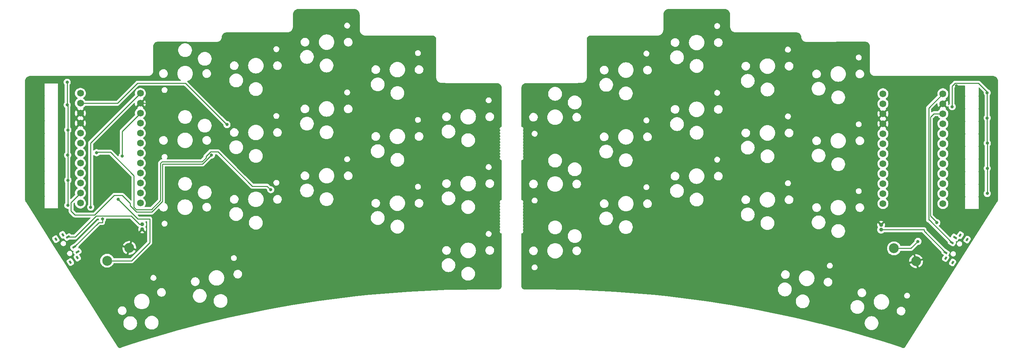
<source format=gtl>
G04 #@! TF.GenerationSoftware,KiCad,Pcbnew,7.0.6*
G04 #@! TF.CreationDate,2024-10-08T23:05:02+02:00*
G04 #@! TF.ProjectId,KoalaKeeb_v1,4b6f616c-614b-4656-9562-5f76312e6b69,rev?*
G04 #@! TF.SameCoordinates,Original*
G04 #@! TF.FileFunction,Copper,L1,Top*
G04 #@! TF.FilePolarity,Positive*
%FSLAX46Y46*%
G04 Gerber Fmt 4.6, Leading zero omitted, Abs format (unit mm)*
G04 Created by KiCad (PCBNEW 7.0.6) date 2024-10-08 23:05:02*
%MOMM*%
%LPD*%
G01*
G04 APERTURE LIST*
G04 Aperture macros list*
%AMRotRect*
0 Rectangle, with rotation*
0 The origin of the aperture is its center*
0 $1 length*
0 $2 width*
0 $3 Rotation angle, in degrees counterclockwise*
0 Add horizontal line*
21,1,$1,$2,0,0,$3*%
G04 Aperture macros list end*
G04 #@! TA.AperFunction,ComponentPad*
%ADD10C,1.000000*%
G04 #@! TD*
G04 #@! TA.AperFunction,ComponentPad*
%ADD11C,2.500000*%
G04 #@! TD*
G04 #@! TA.AperFunction,SMDPad,CuDef*
%ADD12RotRect,0.500000X1.000000X302.400000*%
G04 #@! TD*
G04 #@! TA.AperFunction,SMDPad,CuDef*
%ADD13RotRect,0.500000X0.800000X32.400000*%
G04 #@! TD*
G04 #@! TA.AperFunction,SMDPad,CuDef*
%ADD14RotRect,0.500000X1.000000X57.600000*%
G04 #@! TD*
G04 #@! TA.AperFunction,SMDPad,CuDef*
%ADD15RotRect,0.500000X0.800000X147.600000*%
G04 #@! TD*
G04 #@! TA.AperFunction,ComponentPad*
%ADD16C,1.752600*%
G04 #@! TD*
G04 #@! TA.AperFunction,ViaPad*
%ADD17C,0.800000*%
G04 #@! TD*
G04 #@! TA.AperFunction,Conductor*
%ADD18C,0.250000*%
G04 #@! TD*
G04 APERTURE END LIST*
D10*
X57672447Y-79435017D03*
X57672447Y-80685017D03*
D11*
X254502463Y-88795610D03*
X248873297Y-85545610D03*
D12*
X38792843Y-82669000D03*
X40400324Y-85201983D03*
X41204064Y-86468475D03*
D13*
X41171594Y-87910330D03*
X39398505Y-89035566D03*
X35701300Y-83209704D03*
X37474389Y-82084468D03*
D14*
X261980263Y-86569068D03*
X263587743Y-84036084D03*
X264391484Y-82769593D03*
D15*
X265709938Y-82185061D03*
X267483027Y-83310297D03*
X263785822Y-89136159D03*
X262012733Y-88010923D03*
D10*
X245591880Y-80795610D03*
X245591880Y-79545610D03*
D16*
X246067880Y-46200610D03*
X246067880Y-48740610D03*
X246067880Y-51280610D03*
X246067880Y-53820610D03*
X246067880Y-56360610D03*
X246067880Y-58900610D03*
X246067880Y-61440610D03*
X246067880Y-63980610D03*
X246067880Y-66520610D03*
X246067880Y-69060610D03*
X246067880Y-71600610D03*
X246067880Y-74140610D03*
X261307880Y-74140610D03*
X261307880Y-71600610D03*
X261307880Y-69060610D03*
X261307880Y-66520610D03*
X261307880Y-63980610D03*
X261307880Y-61440610D03*
X261307880Y-58900610D03*
X261307880Y-56360610D03*
X261307880Y-53820610D03*
X261307880Y-51280610D03*
X261307880Y-48740610D03*
X261307880Y-46200610D03*
D11*
X54391030Y-85435017D03*
X48761864Y-88685017D03*
D16*
X41956447Y-46090017D03*
X41956447Y-48630017D03*
X41956447Y-51170017D03*
X41956447Y-53710017D03*
X41956447Y-56250017D03*
X41956447Y-58790017D03*
X41956447Y-61330017D03*
X41956447Y-63870017D03*
X41956447Y-66410017D03*
X41956447Y-68950017D03*
X41956447Y-71490017D03*
X41956447Y-74030017D03*
X57196447Y-74030017D03*
X57196447Y-71490017D03*
X57196447Y-68950017D03*
X57196447Y-66410017D03*
X57196447Y-63870017D03*
X57196447Y-61330017D03*
X57196447Y-58790017D03*
X57196447Y-56250017D03*
X57196447Y-53710017D03*
X57196447Y-51170017D03*
X57196447Y-48630017D03*
X57196447Y-46090017D03*
D17*
X264797880Y-50850610D03*
X222337880Y-62800610D03*
X240497880Y-64110610D03*
X186507880Y-45300610D03*
X264797880Y-70070610D03*
X264817880Y-63680610D03*
X264737880Y-44230610D03*
X222327880Y-45630610D03*
X264797880Y-57270610D03*
X62716447Y-52880017D03*
X30376447Y-53910017D03*
X30396447Y-66690017D03*
X30446447Y-47500017D03*
X30456447Y-73120017D03*
X30376447Y-60310017D03*
X272577880Y-52370610D03*
X263657880Y-49500610D03*
X272607880Y-58780610D03*
X272577880Y-45970610D03*
X272587880Y-71570610D03*
X272597880Y-65180610D03*
X38756447Y-55420017D03*
X38776447Y-68200017D03*
X38706447Y-61810017D03*
X38766447Y-74600017D03*
X38586447Y-43270017D03*
X38586447Y-49020017D03*
X44576447Y-75060017D03*
X47576447Y-78060017D03*
X254967880Y-83780610D03*
X259757880Y-79000610D03*
X52576447Y-62060017D03*
X51576447Y-73060017D03*
X79226447Y-54050017D03*
X75306447Y-61800017D03*
X46056447Y-61210017D03*
X90356447Y-70620017D03*
D18*
X256506805Y-80795610D02*
X256506805Y-81095610D01*
X256506805Y-81095610D02*
X261980263Y-86569068D01*
X256506805Y-80795610D02*
X245591880Y-80795610D01*
X45937843Y-77335017D02*
X40603860Y-82669000D01*
X45937843Y-77335017D02*
X54851447Y-77335017D01*
X56951447Y-79435017D02*
X57672447Y-79435017D01*
X54851447Y-77335017D02*
X56951447Y-79435017D01*
X40603860Y-82669000D02*
X38792843Y-82669000D01*
X58466447Y-48630017D02*
X57196447Y-48630017D01*
X62716447Y-52880017D02*
X58466447Y-48630017D01*
X272577880Y-58750610D02*
X272607880Y-58780610D01*
X272597880Y-65180610D02*
X272587880Y-65190610D01*
X270349657Y-43505610D02*
X264432880Y-43505610D01*
X272587880Y-65190610D02*
X272587880Y-71570610D01*
X263657880Y-44280610D02*
X263657880Y-49500610D01*
X272597880Y-58790610D02*
X272607880Y-58780610D01*
X272597880Y-65180610D02*
X272597880Y-58790610D01*
X264432880Y-43505610D02*
X263657880Y-44280610D01*
X272577880Y-52370610D02*
X272577880Y-58750610D01*
X272577880Y-45970610D02*
X272577880Y-45733833D01*
X272577880Y-45733833D02*
X270349657Y-43505610D01*
X272577880Y-45970610D02*
X272577880Y-52370610D01*
X38756447Y-49190017D02*
X38586447Y-49020017D01*
X38766447Y-74600017D02*
X38766447Y-68210017D01*
X38756447Y-55420017D02*
X38756447Y-49190017D01*
X38776447Y-68200017D02*
X38776447Y-61880017D01*
X38756447Y-61760017D02*
X38756447Y-55420017D01*
X38706447Y-61810017D02*
X38756447Y-61760017D01*
X38766447Y-68210017D02*
X38776447Y-68200017D01*
X38776447Y-61880017D02*
X38706447Y-61810017D01*
X38586447Y-43270017D02*
X38586447Y-49020017D01*
X257687880Y-78330610D02*
X257882269Y-78330610D01*
X257882269Y-78330610D02*
X263587743Y-84036084D01*
X261307880Y-46200610D02*
X257687880Y-49820610D01*
X257687880Y-49820610D02*
X257687880Y-78330610D01*
X57196447Y-46090017D02*
X44576447Y-58710017D01*
X44576447Y-60060017D02*
X44576447Y-75060017D01*
X47576447Y-78982110D02*
X46620197Y-78982110D01*
X47576447Y-78982110D02*
X47576447Y-78060017D01*
X46620197Y-78982110D02*
X40400324Y-85201983D01*
X44576447Y-58710017D02*
X44576447Y-60060017D01*
X253192880Y-85545610D02*
X254957880Y-83780610D01*
X259007880Y-51280610D02*
X261307880Y-51280610D01*
X254967880Y-83770610D02*
X254957880Y-83780610D01*
X254957880Y-83780610D02*
X254967880Y-83780610D01*
X258137880Y-52150610D02*
X259007880Y-51280610D01*
X259757880Y-79000610D02*
X259757880Y-78940610D01*
X258137880Y-77320610D02*
X258137880Y-52150610D01*
X259757880Y-78940610D02*
X258137880Y-77320610D01*
X254967880Y-83780610D02*
X254967880Y-83770610D01*
X248873297Y-85545610D02*
X253192880Y-85545610D01*
X54951447Y-88685017D02*
X48761864Y-88685017D01*
X59576447Y-84060017D02*
X54951447Y-88685017D01*
X59576447Y-78060017D02*
X59576447Y-84060017D01*
X51576447Y-73060017D02*
X56576447Y-78060017D01*
X56576447Y-78060017D02*
X59576447Y-78060017D01*
X52576447Y-55790017D02*
X52576447Y-62060017D01*
X57196447Y-51170017D02*
X52576447Y-55790017D01*
X79186447Y-54050017D02*
X79226447Y-54050017D01*
X79226447Y-54090017D02*
X79156447Y-54020017D01*
X51376447Y-48630017D02*
X56486447Y-43520017D01*
X79226447Y-54050017D02*
X79226447Y-54090017D01*
X68656447Y-43520017D02*
X79186447Y-54050017D01*
X41956447Y-48630017D02*
X51376447Y-48630017D01*
X56486447Y-43520017D02*
X68656447Y-43520017D01*
X45576447Y-77060017D02*
X40576447Y-77060017D01*
X56190051Y-76310017D02*
X54576447Y-74696413D01*
X39576447Y-76060017D02*
X39576447Y-73870017D01*
X62806447Y-64050017D02*
X62806447Y-73596333D01*
X73016447Y-64050017D02*
X62806447Y-64050017D01*
X40576447Y-77060017D02*
X39576447Y-76060017D01*
X54576447Y-74696413D02*
X54576447Y-74060017D01*
X50576447Y-72060017D02*
X45576447Y-77060017D01*
X75266447Y-61800017D02*
X73016447Y-64050017D01*
X75306447Y-61800017D02*
X75266447Y-61800017D01*
X39576447Y-73870017D02*
X41956447Y-71490017D01*
X62806447Y-73596333D02*
X60092763Y-76310017D01*
X60092763Y-76310017D02*
X56190051Y-76310017D01*
X54576447Y-74060017D02*
X52576447Y-72060017D01*
X52576447Y-72060017D02*
X50576447Y-72060017D01*
X49576447Y-61060017D02*
X46206447Y-61060017D01*
X90356447Y-70640017D02*
X90326447Y-70610017D01*
X90336447Y-70620017D02*
X89446447Y-69730017D01*
X73878249Y-62531819D02*
X72900051Y-63510017D01*
X56186447Y-75670017D02*
X55576447Y-75060017D01*
X89446447Y-69730017D02*
X85686447Y-69730017D01*
X62710051Y-63510017D02*
X62356447Y-63863621D01*
X55576447Y-67060017D02*
X49576447Y-61060017D01*
X90356447Y-70620017D02*
X90336447Y-70620017D01*
X46206447Y-61060017D02*
X46056447Y-61210017D01*
X75071142Y-60970017D02*
X73878249Y-62162910D01*
X76926447Y-60970017D02*
X75071142Y-60970017D01*
X62356447Y-63863621D02*
X62356447Y-73330017D01*
X62356447Y-73330017D02*
X60016447Y-75670017D01*
X55576447Y-75060017D02*
X55576447Y-67060017D01*
X85686447Y-69730017D02*
X76926447Y-60970017D01*
X90356447Y-70620017D02*
X90356447Y-70640017D01*
X60016447Y-75670017D02*
X56186447Y-75670017D01*
X72900051Y-63510017D02*
X62710051Y-63510017D01*
X73878249Y-62162910D02*
X73878249Y-62531819D01*
G04 #@! TA.AperFunction,Conductor*
G36*
X245494335Y-79781105D02*
G01*
X245557447Y-79793658D01*
X245551110Y-79794283D01*
X245482464Y-79781263D01*
X245451278Y-79758561D01*
X245432515Y-79739798D01*
X245494335Y-79781105D01*
G37*
G04 #@! TD.AperFunction*
G04 #@! TA.AperFunction,Conductor*
G36*
X245732480Y-79758561D02*
G01*
X245671157Y-79792046D01*
X245632648Y-79794283D01*
X245626311Y-79793659D01*
X245689425Y-79781105D01*
X245751238Y-79739802D01*
X245732480Y-79758561D01*
G37*
G04 #@! TD.AperFunction*
G04 #@! TA.AperFunction,Conductor*
G36*
X259847715Y-48647878D02*
G01*
X259903648Y-48689750D01*
X259927957Y-48753820D01*
X259945697Y-48967914D01*
X260001689Y-49189025D01*
X260093311Y-49397900D01*
X260173814Y-49521120D01*
X260785248Y-48909686D01*
X260788474Y-48925207D01*
X260857538Y-49058496D01*
X260960003Y-49168208D01*
X261088268Y-49246208D01*
X261141046Y-49260995D01*
X260525968Y-49876072D01*
X260525969Y-49876073D01*
X260552531Y-49896747D01*
X260552537Y-49896751D01*
X260560886Y-49901270D01*
X260610477Y-49950489D01*
X260625585Y-50018705D01*
X260601415Y-50084261D01*
X260560894Y-50119376D01*
X260552263Y-50124047D01*
X260552259Y-50124049D01*
X260372203Y-50264192D01*
X260372199Y-50264196D01*
X260217667Y-50432061D01*
X260108647Y-50598931D01*
X260055501Y-50644288D01*
X260004838Y-50655110D01*
X259090623Y-50655110D01*
X259075002Y-50653385D01*
X259074976Y-50653671D01*
X259067214Y-50652937D01*
X259067213Y-50652937D01*
X258998066Y-50655110D01*
X258968529Y-50655110D01*
X258961646Y-50655979D01*
X258955829Y-50656436D01*
X258909253Y-50657900D01*
X258890009Y-50663491D01*
X258870959Y-50667435D01*
X258851091Y-50669944D01*
X258807764Y-50687098D01*
X258802238Y-50688989D01*
X258757494Y-50701989D01*
X258757490Y-50701991D01*
X258740246Y-50712189D01*
X258722785Y-50720743D01*
X258704154Y-50728120D01*
X258704142Y-50728127D01*
X258666450Y-50755512D01*
X258661567Y-50758719D01*
X258621460Y-50782439D01*
X258607294Y-50796605D01*
X258592504Y-50809237D01*
X258576294Y-50821014D01*
X258576291Y-50821017D01*
X258546590Y-50856919D01*
X258542657Y-50861241D01*
X258525061Y-50878837D01*
X258463738Y-50912322D01*
X258394046Y-50907338D01*
X258338113Y-50865466D01*
X258313696Y-50800002D01*
X258313380Y-50791156D01*
X258313380Y-50131061D01*
X258333065Y-50064022D01*
X258349694Y-50043385D01*
X259716702Y-48676377D01*
X259778023Y-48642894D01*
X259847715Y-48647878D01*
G37*
G04 #@! TD.AperFunction*
G04 #@! TA.AperFunction,Conductor*
G36*
X205710088Y-24591267D02*
G01*
X205777135Y-24596062D01*
X205924588Y-24607672D01*
X205932908Y-24608899D01*
X205960260Y-24614848D01*
X206027182Y-24629406D01*
X206144189Y-24657496D01*
X206151357Y-24659684D01*
X206247374Y-24695495D01*
X206353834Y-24739592D01*
X206359810Y-24742452D01*
X206404297Y-24766743D01*
X206450658Y-24792057D01*
X206453307Y-24793591D01*
X206548865Y-24852148D01*
X206553607Y-24855366D01*
X206637210Y-24917950D01*
X206640293Y-24920416D01*
X206693737Y-24966061D01*
X206724913Y-24992688D01*
X206728482Y-24995987D01*
X206802506Y-25070009D01*
X206805779Y-25073549D01*
X206878073Y-25158194D01*
X206880548Y-25161287D01*
X206943127Y-25244882D01*
X206946351Y-25249635D01*
X207004902Y-25345183D01*
X207006446Y-25347849D01*
X207018363Y-25369672D01*
X207056038Y-25438669D01*
X207058904Y-25444660D01*
X207103005Y-25551129D01*
X207138807Y-25647120D01*
X207141005Y-25654320D01*
X207169088Y-25771296D01*
X207189598Y-25865580D01*
X207190825Y-25873904D01*
X207202504Y-26022301D01*
X207207222Y-26088265D01*
X207207380Y-26092690D01*
X207207380Y-29141191D01*
X207203342Y-29154941D01*
X207206884Y-29182779D01*
X207207377Y-29190579D01*
X207207380Y-29190631D01*
X207207380Y-29196365D01*
X207207770Y-29199780D01*
X207212027Y-29302577D01*
X207233208Y-29410122D01*
X207232714Y-29415522D01*
X207236177Y-29426861D01*
X207237713Y-29432994D01*
X207255329Y-29522440D01*
X207299940Y-29645654D01*
X207300298Y-29651452D01*
X207304841Y-29660477D01*
X207307759Y-29667251D01*
X207318931Y-29698105D01*
X207319931Y-29701104D01*
X207330551Y-29735878D01*
X207339957Y-29748395D01*
X207402585Y-29862952D01*
X207404060Y-29869716D01*
X207410103Y-29877897D01*
X207414640Y-29885003D01*
X207439101Y-29929748D01*
X207442880Y-29935556D01*
X207446291Y-29941492D01*
X207447976Y-29944840D01*
X207458300Y-29954835D01*
X207506723Y-30018108D01*
X207538386Y-30059480D01*
X207541313Y-30067082D01*
X207545330Y-30070935D01*
X207557957Y-30085054D01*
X207575289Y-30107701D01*
X207583357Y-30115441D01*
X207597251Y-30131245D01*
X207597884Y-30132102D01*
X207608468Y-30139531D01*
X207655376Y-30184532D01*
X207703808Y-30230995D01*
X207708441Y-30239077D01*
X207712553Y-30241859D01*
X207728917Y-30255084D01*
X207736986Y-30262825D01*
X207736996Y-30262833D01*
X207760343Y-30279211D01*
X207774973Y-30291241D01*
X207776516Y-30292721D01*
X207786706Y-30297704D01*
X207894575Y-30373373D01*
X207901056Y-30381496D01*
X207908415Y-30384825D01*
X207914494Y-30387991D01*
X207920444Y-30391520D01*
X207966164Y-30414104D01*
X207973454Y-30418343D01*
X207979451Y-30422400D01*
X207988707Y-30425240D01*
X208105750Y-30483054D01*
X208114102Y-30490748D01*
X208153817Y-30501097D01*
X208156854Y-30501972D01*
X208163348Y-30504022D01*
X208188188Y-30511867D01*
X208195067Y-30514499D01*
X208202000Y-30517635D01*
X208210068Y-30518776D01*
X208335032Y-30558240D01*
X208412121Y-30570124D01*
X208425134Y-30572131D01*
X208431325Y-30573411D01*
X208440508Y-30575804D01*
X208448136Y-30575677D01*
X208556498Y-30592383D01*
X208668540Y-30592369D01*
X208669040Y-30592369D01*
X208671774Y-30592369D01*
X208677040Y-30592593D01*
X208707717Y-30595206D01*
X208723900Y-30592363D01*
X224107979Y-30591110D01*
X224107980Y-30591109D01*
X224112207Y-30591109D01*
X224140020Y-30589482D01*
X224164514Y-30591411D01*
X224294637Y-30602810D01*
X224312742Y-30605760D01*
X224362290Y-30617658D01*
X224389089Y-30624094D01*
X224458200Y-30642614D01*
X224493185Y-30651990D01*
X224500868Y-30654599D01*
X224583180Y-30688697D01*
X224604589Y-30698680D01*
X224676429Y-30732182D01*
X224682598Y-30735496D01*
X224759180Y-30782428D01*
X224762307Y-30784479D01*
X224811744Y-30819096D01*
X224843925Y-30841630D01*
X224848631Y-30845274D01*
X224879550Y-30871681D01*
X224917464Y-30904062D01*
X224921023Y-30907352D01*
X224940115Y-30926444D01*
X224991132Y-30977462D01*
X224994437Y-30981037D01*
X225053221Y-31049862D01*
X225056857Y-31054558D01*
X225114011Y-31136179D01*
X225116075Y-31139327D01*
X225162989Y-31215879D01*
X225166319Y-31222076D01*
X225209800Y-31315314D01*
X225243898Y-31397625D01*
X225246508Y-31405312D01*
X225252240Y-31426699D01*
X225274397Y-31509374D01*
X225281234Y-31537846D01*
X225292734Y-31585741D01*
X225295688Y-31603875D01*
X225306768Y-31730417D01*
X225305317Y-31737638D01*
X225310556Y-31778933D01*
X225310856Y-31781846D01*
X225311175Y-31785881D01*
X225311346Y-31788056D01*
X225311539Y-31792926D01*
X225311539Y-31823804D01*
X225313553Y-31839500D01*
X225315473Y-31886232D01*
X225315475Y-31886254D01*
X225330900Y-31964696D01*
X225330157Y-31972792D01*
X225335801Y-31991289D01*
X225337336Y-31997424D01*
X225352403Y-32074049D01*
X225385487Y-32165499D01*
X225386053Y-32174690D01*
X225394218Y-32190921D01*
X225397137Y-32197700D01*
X225407082Y-32225191D01*
X225408080Y-32228188D01*
X225418591Y-32262637D01*
X225431899Y-32280355D01*
X225470905Y-32351741D01*
X225473188Y-32362220D01*
X225483920Y-32376754D01*
X225488457Y-32383862D01*
X225509293Y-32421996D01*
X225512590Y-32427066D01*
X225516000Y-32433004D01*
X225520084Y-32441123D01*
X225534911Y-32455482D01*
X225584858Y-32520769D01*
X225589251Y-32532183D01*
X225598717Y-32541266D01*
X225611343Y-32555389D01*
X225625589Y-32574010D01*
X225625593Y-32574013D01*
X225625594Y-32574015D01*
X225631670Y-32579845D01*
X225645570Y-32595660D01*
X225649403Y-32600851D01*
X225664892Y-32611726D01*
X225724386Y-32668815D01*
X225731169Y-32680651D01*
X225741244Y-32687467D01*
X225757614Y-32700700D01*
X225763682Y-32706523D01*
X225763686Y-32706526D01*
X225763690Y-32706530D01*
X225782863Y-32719982D01*
X225797496Y-32732018D01*
X225803246Y-32737536D01*
X225818553Y-32745023D01*
X225885851Y-32792242D01*
X225895159Y-32803909D01*
X225909096Y-32810215D01*
X225915170Y-32813378D01*
X225920363Y-32816457D01*
X225920367Y-32816459D01*
X225920370Y-32816461D01*
X225959348Y-32835717D01*
X225966638Y-32839957D01*
X225977827Y-32847527D01*
X225992150Y-32851922D01*
X226065083Y-32887953D01*
X226076900Y-32898840D01*
X226118174Y-32909595D01*
X226121200Y-32910466D01*
X226149103Y-32919278D01*
X226155988Y-32921913D01*
X226168946Y-32927775D01*
X226181737Y-32929584D01*
X226274485Y-32958874D01*
X226351672Y-32970770D01*
X226357864Y-32972050D01*
X226373168Y-32976038D01*
X226384604Y-32975846D01*
X226463650Y-32988029D01*
X226559349Y-32988012D01*
X226559849Y-32988012D01*
X226562589Y-32988012D01*
X226567851Y-32988236D01*
X226597749Y-32990781D01*
X226614388Y-32987829D01*
X241553902Y-32938428D01*
X241558937Y-32938618D01*
X241613043Y-32942881D01*
X241743156Y-32954282D01*
X241761277Y-32957235D01*
X241837623Y-32975569D01*
X241941712Y-33003467D01*
X241949398Y-33006077D01*
X241966468Y-33013148D01*
X242031712Y-33040176D01*
X242124950Y-33083659D01*
X242131139Y-33086984D01*
X242207710Y-33133910D01*
X242210813Y-33135945D01*
X242292445Y-33193106D01*
X242297146Y-33196745D01*
X242365988Y-33255542D01*
X242369557Y-33258842D01*
X242404599Y-33293883D01*
X242439653Y-33328936D01*
X242442937Y-33332488D01*
X242464151Y-33357326D01*
X242501739Y-33401337D01*
X242505383Y-33406042D01*
X242562530Y-33487650D01*
X242564607Y-33490818D01*
X242611508Y-33567348D01*
X242614838Y-33573545D01*
X242658323Y-33666786D01*
X242692420Y-33749094D01*
X242695030Y-33756780D01*
X242722926Y-33860861D01*
X242741259Y-33937204D01*
X242744214Y-33955338D01*
X242755679Y-34086235D01*
X242759879Y-34139541D01*
X242760070Y-34144386D01*
X242761224Y-39890238D01*
X242761335Y-40440808D01*
X242756222Y-40458232D01*
X242760923Y-40502318D01*
X242761270Y-40508375D01*
X242762116Y-40609366D01*
X242762116Y-40609368D01*
X242769944Y-40651804D01*
X242777348Y-40691947D01*
X242776349Y-40701598D01*
X242782073Y-40719988D01*
X242783844Y-40727161D01*
X242796916Y-40798027D01*
X242797800Y-40802821D01*
X242834516Y-40901570D01*
X242835248Y-40911954D01*
X242843108Y-40926446D01*
X242846726Y-40934410D01*
X242858921Y-40967211D01*
X242860006Y-40970391D01*
X242867832Y-40995537D01*
X242881232Y-41012621D01*
X242909448Y-41060830D01*
X242928146Y-41092778D01*
X242930999Y-41104243D01*
X242937659Y-41112276D01*
X242949217Y-41128782D01*
X242965710Y-41156962D01*
X242968826Y-41161360D01*
X242968551Y-41161554D01*
X242978563Y-41176186D01*
X242979065Y-41177112D01*
X242994166Y-41190538D01*
X243054844Y-41262131D01*
X243060211Y-41274233D01*
X243067099Y-41279841D01*
X243083402Y-41295825D01*
X243092905Y-41307037D01*
X243104198Y-41316437D01*
X243120327Y-41332597D01*
X243122389Y-41335084D01*
X243138148Y-41344696D01*
X243210281Y-41404738D01*
X243218392Y-41416825D01*
X243224769Y-41420211D01*
X243239492Y-41430094D01*
X243239684Y-41429818D01*
X243244092Y-41432882D01*
X243244096Y-41432885D01*
X243244099Y-41432887D01*
X243244101Y-41432888D01*
X243272438Y-41449136D01*
X243289051Y-41460549D01*
X243293190Y-41463919D01*
X243308619Y-41469881D01*
X243389186Y-41516077D01*
X243400063Y-41527417D01*
X243431611Y-41536929D01*
X243434770Y-41537975D01*
X243467706Y-41549888D01*
X243475694Y-41553432D01*
X243486253Y-41559038D01*
X243500646Y-41561802D01*
X243599733Y-41597643D01*
X243599739Y-41597644D01*
X243675509Y-41610925D01*
X243682709Y-41612634D01*
X243697061Y-41616961D01*
X243710793Y-41617108D01*
X243793493Y-41631604D01*
X243891850Y-41631551D01*
X243892350Y-41631551D01*
X243892350Y-41631550D01*
X243893907Y-41631549D01*
X243899966Y-41631845D01*
X243936115Y-41635383D01*
X243958694Y-41631549D01*
X273889630Y-41631507D01*
X273894056Y-41631665D01*
X273905616Y-41632492D01*
X273964079Y-41636675D01*
X274105090Y-41647743D01*
X274113424Y-41648972D01*
X274145064Y-41655855D01*
X274210237Y-41670035D01*
X274321696Y-41696798D01*
X274328891Y-41698994D01*
X274426042Y-41735233D01*
X274528517Y-41777683D01*
X274534495Y-41780543D01*
X274625975Y-41830497D01*
X274628578Y-41832004D01*
X274692560Y-41871215D01*
X274720906Y-41888587D01*
X274725667Y-41891818D01*
X274790848Y-41940612D01*
X274809637Y-41954678D01*
X274812715Y-41957140D01*
X274872200Y-42007947D01*
X274894590Y-42027071D01*
X274898162Y-42030372D01*
X274910653Y-42042864D01*
X274972455Y-42104668D01*
X274975762Y-42108245D01*
X275045680Y-42190112D01*
X275048168Y-42193223D01*
X275111008Y-42277169D01*
X275114240Y-42281932D01*
X275170804Y-42374240D01*
X275172357Y-42376922D01*
X275222276Y-42468345D01*
X275225142Y-42474336D01*
X275267588Y-42576812D01*
X275303822Y-42673965D01*
X275306019Y-42681164D01*
X275332777Y-42792620D01*
X275353843Y-42889466D01*
X275355070Y-42897789D01*
X275365743Y-43033404D01*
X275371189Y-43109568D01*
X275371347Y-43114034D01*
X275351356Y-73061889D01*
X275350021Y-73079952D01*
X275347690Y-73095710D01*
X275317573Y-73274557D01*
X275316244Y-73280595D01*
X275297343Y-73349821D01*
X275296259Y-73353369D01*
X275251837Y-73484617D01*
X275250543Y-73488094D01*
X275224944Y-73551052D01*
X275221945Y-73557378D01*
X275126464Y-73732540D01*
X275124395Y-73736055D01*
X251752702Y-110615424D01*
X251740774Y-110631281D01*
X251730302Y-110643099D01*
X251713054Y-110661824D01*
X251646713Y-110733848D01*
X251627482Y-110750813D01*
X251588327Y-110778723D01*
X251585412Y-110780678D01*
X251510228Y-110828094D01*
X251491548Y-110837765D01*
X251440015Y-110859117D01*
X251434511Y-110861099D01*
X251350275Y-110887016D01*
X251342303Y-110888903D01*
X251296253Y-110896637D01*
X251280645Y-110899258D01*
X251272495Y-110900078D01*
X251266062Y-110900299D01*
X251184409Y-110903099D01*
X251178559Y-110903024D01*
X251122882Y-110899675D01*
X251102070Y-110896637D01*
X251015507Y-110876379D01*
X251012114Y-110875483D01*
X250966045Y-110861911D01*
X250942283Y-110852135D01*
X250846600Y-110800596D01*
X250834568Y-110788701D01*
X250829319Y-110786960D01*
X250801818Y-110772882D01*
X250782012Y-110771239D01*
X249238787Y-110258143D01*
X246082358Y-109248719D01*
X242914564Y-108275545D01*
X239735823Y-107338748D01*
X236546552Y-106438453D01*
X233347170Y-105574777D01*
X230138097Y-104747834D01*
X229920150Y-104694328D01*
X241422801Y-104694328D01*
X241443095Y-104828964D01*
X241461905Y-104953756D01*
X241461906Y-104953758D01*
X241461907Y-104953764D01*
X241539239Y-105204467D01*
X241653068Y-105440837D01*
X241653069Y-105440838D01*
X241653071Y-105440841D01*
X241653073Y-105440845D01*
X241800867Y-105657619D01*
X241800868Y-105657620D01*
X241979315Y-105849942D01*
X241979319Y-105849945D01*
X241979320Y-105849946D01*
X242184444Y-106013527D01*
X242411658Y-106144709D01*
X242655885Y-106240561D01*
X242911671Y-106298943D01*
X242911677Y-106298943D01*
X242911680Y-106298944D01*
X243107801Y-106313641D01*
X243107807Y-106313641D01*
X243238801Y-106313641D01*
X243434921Y-106298944D01*
X243434923Y-106298943D01*
X243434931Y-106298943D01*
X243690717Y-106240561D01*
X243934944Y-106144709D01*
X244162158Y-106013527D01*
X244367282Y-105849946D01*
X244545734Y-105657620D01*
X244693529Y-105440845D01*
X244807364Y-105204464D01*
X244884697Y-104953756D01*
X244923801Y-104694323D01*
X244923801Y-104431959D01*
X244884697Y-104172526D01*
X244807364Y-103921818D01*
X244795422Y-103897021D01*
X244693533Y-103685444D01*
X244693532Y-103685443D01*
X244693531Y-103685442D01*
X244693529Y-103685437D01*
X244545734Y-103468662D01*
X244535742Y-103457894D01*
X244367286Y-103276339D01*
X244277298Y-103204576D01*
X244162158Y-103112755D01*
X243934944Y-102981573D01*
X243690717Y-102885721D01*
X243690712Y-102885719D01*
X243690703Y-102885717D01*
X243473119Y-102836055D01*
X243434931Y-102827339D01*
X243434930Y-102827338D01*
X243434926Y-102827338D01*
X243434921Y-102827337D01*
X243238801Y-102812641D01*
X243238795Y-102812641D01*
X243107807Y-102812641D01*
X243107801Y-102812641D01*
X242911680Y-102827337D01*
X242911675Y-102827338D01*
X242655898Y-102885717D01*
X242655879Y-102885723D01*
X242411657Y-102981573D01*
X242184444Y-103112755D01*
X241979315Y-103276339D01*
X241800868Y-103468661D01*
X241653069Y-103685443D01*
X241653068Y-103685444D01*
X241539239Y-103921814D01*
X241461907Y-104172517D01*
X241461906Y-104172522D01*
X241461905Y-104172526D01*
X241447154Y-104270388D01*
X241422801Y-104431953D01*
X241422801Y-104694328D01*
X229920150Y-104694328D01*
X226919755Y-103957732D01*
X223692568Y-103204576D01*
X220456959Y-102488464D01*
X217213353Y-101809491D01*
X213962177Y-101167745D01*
X210703858Y-100563311D01*
X207438824Y-99996269D01*
X204167505Y-99466692D01*
X202134167Y-99161403D01*
X223904173Y-99161403D01*
X223924467Y-99296039D01*
X223943277Y-99420831D01*
X223943278Y-99420833D01*
X223943279Y-99420839D01*
X224020611Y-99671542D01*
X224134440Y-99907912D01*
X224134441Y-99907913D01*
X224134443Y-99907916D01*
X224134445Y-99907920D01*
X224241915Y-100065549D01*
X224282240Y-100124695D01*
X224460687Y-100317017D01*
X224460691Y-100317020D01*
X224460692Y-100317021D01*
X224665816Y-100480602D01*
X224893030Y-100611784D01*
X225137257Y-100707636D01*
X225393043Y-100766018D01*
X225393049Y-100766018D01*
X225393052Y-100766019D01*
X225589173Y-100780716D01*
X225589179Y-100780716D01*
X225720173Y-100780716D01*
X225916293Y-100766019D01*
X225916295Y-100766018D01*
X225916303Y-100766018D01*
X226172089Y-100707636D01*
X226416316Y-100611784D01*
X226458628Y-100587355D01*
X237821022Y-100587355D01*
X237821023Y-100587360D01*
X237837137Y-100694262D01*
X237860127Y-100846788D01*
X237860128Y-100846790D01*
X237860129Y-100846796D01*
X237937461Y-101097499D01*
X238051290Y-101333869D01*
X238051291Y-101333870D01*
X238051293Y-101333873D01*
X238051295Y-101333877D01*
X238197045Y-101547652D01*
X238199090Y-101550652D01*
X238377537Y-101742974D01*
X238377541Y-101742977D01*
X238377542Y-101742978D01*
X238582666Y-101906559D01*
X238809880Y-102037741D01*
X239054107Y-102133593D01*
X239309893Y-102191975D01*
X239309899Y-102191975D01*
X239309902Y-102191976D01*
X239506023Y-102206673D01*
X239506029Y-102206673D01*
X239637023Y-102206673D01*
X239833143Y-102191976D01*
X239833145Y-102191975D01*
X239833153Y-102191975D01*
X240088939Y-102133593D01*
X240333166Y-102037741D01*
X240560380Y-101906559D01*
X240765504Y-101742978D01*
X240943956Y-101550652D01*
X241017785Y-101442365D01*
X249567416Y-101442365D01*
X249577425Y-101652469D01*
X249627015Y-101856881D01*
X249671655Y-101954629D01*
X249714393Y-102048214D01*
X249714397Y-102048220D01*
X249836399Y-102219549D01*
X249836404Y-102219554D01*
X249988636Y-102364707D01*
X250165587Y-102478426D01*
X250360861Y-102556603D01*
X250489657Y-102581426D01*
X250567401Y-102596410D01*
X250567402Y-102596410D01*
X250725034Y-102596410D01*
X250725041Y-102596410D01*
X250881962Y-102581426D01*
X251083784Y-102522166D01*
X251270743Y-102425781D01*
X251436083Y-102295757D01*
X251573828Y-102136791D01*
X251678999Y-101954629D01*
X251747795Y-101755856D01*
X251777730Y-101547655D01*
X251767721Y-101337551D01*
X251718131Y-101133139D01*
X251630752Y-100941805D01*
X251630748Y-100941799D01*
X251508746Y-100770470D01*
X251508740Y-100770464D01*
X251356512Y-100625315D01*
X251356510Y-100625313D01*
X251179559Y-100511594D01*
X251179557Y-100511593D01*
X250984294Y-100433420D01*
X250984287Y-100433417D01*
X250984285Y-100433417D01*
X250984282Y-100433416D01*
X250984281Y-100433416D01*
X250777745Y-100393610D01*
X250777744Y-100393610D01*
X250620105Y-100393610D01*
X250463184Y-100408594D01*
X250463180Y-100408595D01*
X250261364Y-100467853D01*
X250074404Y-100564238D01*
X249909063Y-100694262D01*
X249909062Y-100694263D01*
X249771322Y-100853224D01*
X249771313Y-100853235D01*
X249666147Y-101035389D01*
X249597352Y-101234158D01*
X249597351Y-101234163D01*
X249597351Y-101234164D01*
X249567416Y-101442365D01*
X241017785Y-101442365D01*
X241091751Y-101333877D01*
X241205586Y-101097496D01*
X241282919Y-100846788D01*
X241322023Y-100587355D01*
X241322023Y-100324991D01*
X241282919Y-100065558D01*
X241205586Y-99814850D01*
X241193644Y-99790053D01*
X241091755Y-99578476D01*
X241091754Y-99578475D01*
X241091753Y-99578474D01*
X241091751Y-99578469D01*
X240943956Y-99361694D01*
X240814026Y-99221662D01*
X240766659Y-99170611D01*
X243717861Y-99170611D01*
X243737913Y-99450974D01*
X243737914Y-99450981D01*
X243785895Y-99671542D01*
X243797661Y-99725628D01*
X243800213Y-99732469D01*
X243895888Y-99988986D01*
X243895890Y-99988990D01*
X244030591Y-100235677D01*
X244030596Y-100235685D01*
X244199032Y-100460690D01*
X244199048Y-100460708D01*
X244397781Y-100659441D01*
X244397799Y-100659457D01*
X244622804Y-100827893D01*
X244622812Y-100827898D01*
X244869499Y-100962599D01*
X244869503Y-100962601D01*
X244869505Y-100962602D01*
X245132862Y-101060829D01*
X245407517Y-101120577D01*
X245617705Y-101135610D01*
X245758055Y-101135610D01*
X245968243Y-101120577D01*
X246242898Y-101060829D01*
X246506255Y-100962602D01*
X246752953Y-100827895D01*
X246977968Y-100659451D01*
X247176721Y-100460698D01*
X247345165Y-100235683D01*
X247479872Y-99988985D01*
X247578099Y-99725628D01*
X247637847Y-99450973D01*
X247657899Y-99170610D01*
X247657810Y-99169371D01*
X247655030Y-99130503D01*
X247637847Y-98890247D01*
X247578099Y-98615592D01*
X247479872Y-98352235D01*
X247451798Y-98300822D01*
X247345168Y-98105542D01*
X247345163Y-98105534D01*
X247176727Y-97880529D01*
X247176711Y-97880511D01*
X246977978Y-97681778D01*
X246977960Y-97681762D01*
X246887232Y-97613844D01*
X251444196Y-97613844D01*
X251467042Y-97743411D01*
X251474471Y-97785539D01*
X251543524Y-97945623D01*
X251543525Y-97945625D01*
X251543527Y-97945628D01*
X251545003Y-97947610D01*
X251647635Y-98085468D01*
X251781189Y-98197534D01*
X251936988Y-98275779D01*
X252106632Y-98315985D01*
X252106634Y-98315985D01*
X252237232Y-98315985D01*
X252237239Y-98315985D01*
X252366967Y-98300822D01*
X252530796Y-98241193D01*
X252676457Y-98145390D01*
X252796099Y-98018578D01*
X252883270Y-97867592D01*
X252933272Y-97700573D01*
X252943410Y-97526525D01*
X252913135Y-97354831D01*
X252844082Y-97194747D01*
X252739971Y-97054902D01*
X252606417Y-96942836D01*
X252519483Y-96899176D01*
X252450621Y-96864592D01*
X252450619Y-96864591D01*
X252450618Y-96864591D01*
X252280974Y-96824385D01*
X252150367Y-96824385D01*
X252036854Y-96837652D01*
X252020638Y-96839548D01*
X252020635Y-96839549D01*
X251856811Y-96899176D01*
X251856807Y-96899178D01*
X251711151Y-96994977D01*
X251711150Y-96994978D01*
X251591509Y-97121788D01*
X251591506Y-97121794D01*
X251504337Y-97272775D01*
X251454334Y-97439795D01*
X251454333Y-97439801D01*
X251444196Y-97613844D01*
X246887232Y-97613844D01*
X246752955Y-97513326D01*
X246752947Y-97513321D01*
X246506260Y-97378620D01*
X246506256Y-97378618D01*
X246406412Y-97341378D01*
X246242898Y-97280391D01*
X246242894Y-97280390D01*
X246242891Y-97280389D01*
X245968251Y-97220644D01*
X245968244Y-97220643D01*
X245758055Y-97205610D01*
X245617705Y-97205610D01*
X245407515Y-97220643D01*
X245407508Y-97220644D01*
X245132868Y-97280389D01*
X245132863Y-97280390D01*
X245132862Y-97280391D01*
X245128015Y-97282199D01*
X244869503Y-97378618D01*
X244869499Y-97378620D01*
X244622812Y-97513321D01*
X244622804Y-97513326D01*
X244397799Y-97681762D01*
X244397781Y-97681778D01*
X244199048Y-97880511D01*
X244199032Y-97880529D01*
X244030596Y-98105534D01*
X244030591Y-98105542D01*
X243895890Y-98352229D01*
X243895888Y-98352233D01*
X243797659Y-98615598D01*
X243737914Y-98890238D01*
X243737913Y-98890245D01*
X243717861Y-99170608D01*
X243717861Y-99170611D01*
X240766659Y-99170611D01*
X240765508Y-99169371D01*
X240726056Y-99137909D01*
X240560380Y-99005787D01*
X240333166Y-98874605D01*
X240088939Y-98778753D01*
X240088934Y-98778751D01*
X240088925Y-98778749D01*
X239871341Y-98729087D01*
X239833153Y-98720371D01*
X239833152Y-98720370D01*
X239833148Y-98720370D01*
X239833143Y-98720369D01*
X239637023Y-98705673D01*
X239637017Y-98705673D01*
X239506029Y-98705673D01*
X239506023Y-98705673D01*
X239309902Y-98720369D01*
X239309897Y-98720370D01*
X239054120Y-98778749D01*
X239054101Y-98778755D01*
X238809879Y-98874605D01*
X238582666Y-99005787D01*
X238377537Y-99169371D01*
X238199090Y-99361693D01*
X238051291Y-99578475D01*
X238051290Y-99578476D01*
X237937461Y-99814846D01*
X237860129Y-100065549D01*
X237860128Y-100065554D01*
X237860127Y-100065558D01*
X237845376Y-100163420D01*
X237821023Y-100324985D01*
X237821022Y-100324990D01*
X237821022Y-100587355D01*
X226458628Y-100587355D01*
X226643530Y-100480602D01*
X226848654Y-100317021D01*
X227027106Y-100124695D01*
X227174901Y-99907920D01*
X227288736Y-99671539D01*
X227366069Y-99420831D01*
X227405173Y-99161398D01*
X227405173Y-98899034D01*
X227366069Y-98639601D01*
X227288736Y-98388893D01*
X227271082Y-98352235D01*
X227174905Y-98152519D01*
X227174904Y-98152518D01*
X227174903Y-98152517D01*
X227174901Y-98152512D01*
X227027106Y-97935737D01*
X227001187Y-97907803D01*
X226848658Y-97743414D01*
X226794931Y-97700568D01*
X226643530Y-97579830D01*
X226416316Y-97448648D01*
X226172089Y-97352796D01*
X226172084Y-97352794D01*
X226172075Y-97352792D01*
X225954491Y-97303130D01*
X225916303Y-97294414D01*
X225916302Y-97294413D01*
X225916298Y-97294413D01*
X225916293Y-97294412D01*
X225720173Y-97279716D01*
X225720167Y-97279716D01*
X225589179Y-97279716D01*
X225589173Y-97279716D01*
X225393052Y-97294412D01*
X225393047Y-97294413D01*
X225137270Y-97352792D01*
X225137251Y-97352798D01*
X224893029Y-97448648D01*
X224665816Y-97579830D01*
X224460687Y-97743414D01*
X224282240Y-97935736D01*
X224134441Y-98152518D01*
X224134440Y-98152519D01*
X224020611Y-98388889D01*
X223943279Y-98639592D01*
X223943278Y-98639597D01*
X223943277Y-98639601D01*
X223933318Y-98705673D01*
X223904173Y-98899028D01*
X223904173Y-99161403D01*
X202134167Y-99161403D01*
X200890329Y-98974651D01*
X197607729Y-98520210D01*
X194320134Y-98103430D01*
X191027978Y-97724364D01*
X187731693Y-97383062D01*
X184431712Y-97079570D01*
X181128469Y-96813927D01*
X177822397Y-96586168D01*
X174513932Y-96396323D01*
X171203508Y-96244418D01*
X167891560Y-96130471D01*
X167722099Y-96126585D01*
X219362161Y-96126585D01*
X219382455Y-96261221D01*
X219401265Y-96386013D01*
X219401266Y-96386015D01*
X219401267Y-96386021D01*
X219478599Y-96636724D01*
X219592428Y-96873094D01*
X219592429Y-96873095D01*
X219592431Y-96873098D01*
X219592433Y-96873102D01*
X219733201Y-97079570D01*
X219740228Y-97089877D01*
X219918675Y-97282199D01*
X219918679Y-97282202D01*
X219918680Y-97282203D01*
X220123804Y-97445784D01*
X220351018Y-97576966D01*
X220595245Y-97672818D01*
X220851031Y-97731200D01*
X220851037Y-97731200D01*
X220851040Y-97731201D01*
X221047161Y-97745898D01*
X221047167Y-97745898D01*
X221178161Y-97745898D01*
X221374281Y-97731201D01*
X221374283Y-97731200D01*
X221374291Y-97731200D01*
X221630077Y-97672818D01*
X221874304Y-97576966D01*
X222101518Y-97445784D01*
X222306642Y-97282203D01*
X222308324Y-97280391D01*
X222387789Y-97194747D01*
X222485094Y-97089877D01*
X222632889Y-96873102D01*
X222671192Y-96793565D01*
X239598030Y-96793565D01*
X239608039Y-97003669D01*
X239657629Y-97208081D01*
X239697056Y-97294414D01*
X239745007Y-97399414D01*
X239745011Y-97399420D01*
X239867013Y-97570749D01*
X239867018Y-97570754D01*
X240019250Y-97715907D01*
X240196201Y-97829626D01*
X240391475Y-97907803D01*
X240520271Y-97932626D01*
X240598015Y-97947610D01*
X240598016Y-97947610D01*
X240755648Y-97947610D01*
X240755655Y-97947610D01*
X240912576Y-97932626D01*
X241114398Y-97873366D01*
X241301357Y-97776981D01*
X241466697Y-97646957D01*
X241604442Y-97487991D01*
X241709613Y-97305829D01*
X241778409Y-97107056D01*
X241808344Y-96898855D01*
X241798335Y-96688751D01*
X241748745Y-96484339D01*
X241661366Y-96293005D01*
X241661362Y-96292999D01*
X241539360Y-96121670D01*
X241539354Y-96121664D01*
X241387126Y-95976515D01*
X241387124Y-95976513D01*
X241210173Y-95862794D01*
X241210171Y-95862793D01*
X241014908Y-95784620D01*
X241014901Y-95784617D01*
X241014899Y-95784617D01*
X241014896Y-95784616D01*
X241014895Y-95784616D01*
X240808359Y-95744810D01*
X240808358Y-95744810D01*
X240650719Y-95744810D01*
X240493798Y-95759794D01*
X240493794Y-95759795D01*
X240291978Y-95819053D01*
X240105018Y-95915438D01*
X239939677Y-96045462D01*
X239939676Y-96045463D01*
X239801936Y-96204424D01*
X239801927Y-96204435D01*
X239696761Y-96386589D01*
X239627966Y-96585358D01*
X239627965Y-96585363D01*
X239627965Y-96585364D01*
X239598030Y-96793565D01*
X222671192Y-96793565D01*
X222746724Y-96636721D01*
X222824057Y-96386013D01*
X222863161Y-96126580D01*
X222863161Y-95864216D01*
X222824057Y-95604783D01*
X222746724Y-95354075D01*
X222720452Y-95299520D01*
X222632893Y-95117701D01*
X222632892Y-95117700D01*
X222632891Y-95117699D01*
X222632889Y-95117694D01*
X222485094Y-94900919D01*
X222475102Y-94890151D01*
X222306646Y-94708596D01*
X222152031Y-94585295D01*
X222101518Y-94545012D01*
X221874304Y-94413830D01*
X221630077Y-94317978D01*
X221630072Y-94317976D01*
X221630063Y-94317974D01*
X221412479Y-94268312D01*
X221374291Y-94259596D01*
X221374290Y-94259595D01*
X221374286Y-94259595D01*
X221374281Y-94259594D01*
X221178161Y-94244898D01*
X221178155Y-94244898D01*
X221047167Y-94244898D01*
X221047161Y-94244898D01*
X220851040Y-94259594D01*
X220851035Y-94259595D01*
X220595258Y-94317974D01*
X220595239Y-94317980D01*
X220351017Y-94413830D01*
X220123804Y-94545012D01*
X219918675Y-94708596D01*
X219740228Y-94900918D01*
X219698173Y-94962602D01*
X219594798Y-95114226D01*
X219592429Y-95117700D01*
X219592428Y-95117701D01*
X219478599Y-95354071D01*
X219401267Y-95604774D01*
X219401266Y-95604779D01*
X219401265Y-95604783D01*
X219399276Y-95617982D01*
X219362161Y-95864210D01*
X219362161Y-96126585D01*
X167722099Y-96126585D01*
X164578523Y-96054498D01*
X161264834Y-96016510D01*
X159607803Y-96016510D01*
X154959335Y-95990398D01*
X154958374Y-95990110D01*
X154911123Y-95990110D01*
X154904664Y-95989772D01*
X154880562Y-95987246D01*
X154874634Y-95986625D01*
X154744348Y-95971008D01*
X154720899Y-95965856D01*
X154664819Y-95947692D01*
X154662213Y-95946784D01*
X154634021Y-95936237D01*
X154573240Y-95913499D01*
X154554854Y-95904844D01*
X154497294Y-95871731D01*
X154493375Y-95869277D01*
X154415794Y-95816587D01*
X154409237Y-95811458D01*
X154354507Y-95762397D01*
X154349919Y-95757831D01*
X154338135Y-95744810D01*
X154287932Y-95689335D01*
X154283880Y-95684359D01*
X154240495Y-95625001D01*
X154236054Y-95617982D01*
X154191308Y-95535472D01*
X154189296Y-95531407D01*
X154162072Y-95470827D01*
X154155290Y-95451674D01*
X154144536Y-95410971D01*
X154131007Y-95359765D01*
X154130372Y-95357122D01*
X154117878Y-95299507D01*
X154115088Y-95275694D01*
X154112518Y-95145016D01*
X154112371Y-95114206D01*
X154112682Y-95107718D01*
X154114995Y-95084735D01*
X154113123Y-95080280D01*
X154112343Y-95066422D01*
X154111994Y-92162900D01*
X220166280Y-92162900D01*
X220176289Y-92373004D01*
X220225879Y-92577416D01*
X220270519Y-92675164D01*
X220313257Y-92768749D01*
X220313261Y-92768755D01*
X220435263Y-92940084D01*
X220435268Y-92940089D01*
X220587500Y-93085242D01*
X220764451Y-93198961D01*
X220959725Y-93277138D01*
X221088521Y-93301961D01*
X221166265Y-93316945D01*
X221166266Y-93316945D01*
X221323898Y-93316945D01*
X221323905Y-93316945D01*
X221480826Y-93301961D01*
X221682648Y-93242701D01*
X221822482Y-93170611D01*
X224717861Y-93170611D01*
X224737913Y-93450974D01*
X224737914Y-93450981D01*
X224797659Y-93725621D01*
X224797661Y-93725628D01*
X224849578Y-93864823D01*
X224895888Y-93988986D01*
X224895890Y-93988990D01*
X225030591Y-94235677D01*
X225030596Y-94235685D01*
X225199032Y-94460690D01*
X225199048Y-94460708D01*
X225397781Y-94659441D01*
X225397799Y-94659457D01*
X225622804Y-94827893D01*
X225622812Y-94827898D01*
X225869499Y-94962599D01*
X225869503Y-94962601D01*
X225869505Y-94962602D01*
X226132862Y-95060829D01*
X226407517Y-95120577D01*
X226617705Y-95135610D01*
X226758055Y-95135610D01*
X226968243Y-95120577D01*
X227242898Y-95060829D01*
X227506255Y-94962602D01*
X227752953Y-94827895D01*
X227977968Y-94659451D01*
X228176721Y-94460698D01*
X228345165Y-94235683D01*
X228433980Y-94073030D01*
X230999166Y-94073030D01*
X231009175Y-94283134D01*
X231058765Y-94487546D01*
X231085009Y-94545012D01*
X231146143Y-94678879D01*
X231146147Y-94678885D01*
X231268149Y-94850214D01*
X231268154Y-94850219D01*
X231420386Y-94995372D01*
X231597337Y-95109091D01*
X231792611Y-95187268D01*
X231921407Y-95212091D01*
X231999151Y-95227075D01*
X231999152Y-95227075D01*
X232156784Y-95227075D01*
X232156791Y-95227075D01*
X232313712Y-95212091D01*
X232515534Y-95152831D01*
X232702493Y-95056446D01*
X232867833Y-94926422D01*
X233005578Y-94767456D01*
X233110749Y-94585294D01*
X233179545Y-94386521D01*
X233209480Y-94178320D01*
X233199471Y-93968216D01*
X233149881Y-93763804D01*
X233062502Y-93572470D01*
X232999432Y-93483900D01*
X232940496Y-93401135D01*
X232940490Y-93401129D01*
X232836486Y-93301961D01*
X232788260Y-93255978D01*
X232611309Y-93142259D01*
X232611307Y-93142258D01*
X232416044Y-93064085D01*
X232416037Y-93064082D01*
X232416035Y-93064082D01*
X232416032Y-93064081D01*
X232416031Y-93064081D01*
X232209495Y-93024275D01*
X232209494Y-93024275D01*
X232051855Y-93024275D01*
X231894934Y-93039258D01*
X231894934Y-93039259D01*
X231894930Y-93039260D01*
X231693114Y-93098518D01*
X231506154Y-93194903D01*
X231340813Y-93324927D01*
X231340812Y-93324928D01*
X231203072Y-93483889D01*
X231203063Y-93483900D01*
X231097897Y-93666054D01*
X231029102Y-93864823D01*
X231029101Y-93864828D01*
X231029101Y-93864829D01*
X230999166Y-94073030D01*
X228433980Y-94073030D01*
X228479872Y-93988985D01*
X228578099Y-93725628D01*
X228637847Y-93450973D01*
X228657899Y-93170610D01*
X228656161Y-93146316D01*
X228650280Y-93064081D01*
X228637847Y-92890247D01*
X228578099Y-92615592D01*
X228479872Y-92352235D01*
X228433978Y-92268187D01*
X228345168Y-92105542D01*
X228345163Y-92105534D01*
X228176727Y-91880529D01*
X228176711Y-91880511D01*
X227977978Y-91681778D01*
X227977960Y-91681762D01*
X227752955Y-91513326D01*
X227752947Y-91513321D01*
X227506260Y-91378620D01*
X227506256Y-91378618D01*
X227406412Y-91341378D01*
X227242898Y-91280391D01*
X227242894Y-91280390D01*
X227242891Y-91280389D01*
X226968251Y-91220644D01*
X226968244Y-91220643D01*
X226758055Y-91205610D01*
X226617705Y-91205610D01*
X226407515Y-91220643D01*
X226407508Y-91220644D01*
X226132868Y-91280389D01*
X226132863Y-91280390D01*
X226132862Y-91280391D01*
X226121111Y-91284774D01*
X225869503Y-91378618D01*
X225869499Y-91378620D01*
X225622812Y-91513321D01*
X225622804Y-91513326D01*
X225397799Y-91681762D01*
X225397781Y-91681778D01*
X225199048Y-91880511D01*
X225199032Y-91880529D01*
X225030596Y-92105534D01*
X225030591Y-92105542D01*
X224895890Y-92352229D01*
X224895888Y-92352233D01*
X224797659Y-92615598D01*
X224737914Y-92890238D01*
X224737913Y-92890245D01*
X224717861Y-93170608D01*
X224717861Y-93170611D01*
X221822482Y-93170611D01*
X221869607Y-93146316D01*
X222034947Y-93016292D01*
X222172692Y-92857326D01*
X222277863Y-92675164D01*
X222346659Y-92476391D01*
X222376594Y-92268190D01*
X222366585Y-92058086D01*
X222316995Y-91853674D01*
X222229616Y-91662340D01*
X222166546Y-91573770D01*
X222107610Y-91491005D01*
X222107604Y-91490999D01*
X221955376Y-91345850D01*
X221955374Y-91345848D01*
X221778423Y-91232129D01*
X221778421Y-91232128D01*
X221583158Y-91153955D01*
X221583151Y-91153952D01*
X221583149Y-91153952D01*
X221583146Y-91153951D01*
X221583145Y-91153951D01*
X221376609Y-91114145D01*
X221376608Y-91114145D01*
X221218969Y-91114145D01*
X221062047Y-91129129D01*
X221062048Y-91129129D01*
X221062044Y-91129130D01*
X220860228Y-91188388D01*
X220673268Y-91284773D01*
X220507927Y-91414797D01*
X220507926Y-91414798D01*
X220370186Y-91573759D01*
X220370177Y-91573770D01*
X220265011Y-91755924D01*
X220196216Y-91954693D01*
X220196215Y-91954698D01*
X220196215Y-91954699D01*
X220166280Y-92162900D01*
X154111994Y-92162900D01*
X154111784Y-90414270D01*
X156718273Y-90414270D01*
X156748548Y-90585964D01*
X156817601Y-90746048D01*
X156817602Y-90746050D01*
X156817604Y-90746053D01*
X156871912Y-90819000D01*
X156921712Y-90885893D01*
X157055266Y-90997959D01*
X157211065Y-91076204D01*
X157380709Y-91116410D01*
X157380711Y-91116410D01*
X157511309Y-91116410D01*
X157511316Y-91116410D01*
X157641044Y-91101247D01*
X157804873Y-91041618D01*
X157950534Y-90945815D01*
X158070176Y-90819003D01*
X158157347Y-90668017D01*
X158207349Y-90500998D01*
X158217487Y-90326950D01*
X158187212Y-90155256D01*
X158118159Y-89995172D01*
X158113756Y-89989258D01*
X158110229Y-89984521D01*
X231808292Y-89984521D01*
X231825589Y-90082613D01*
X231838398Y-90155260D01*
X231838567Y-90156215D01*
X231907620Y-90316299D01*
X231907621Y-90316301D01*
X231907623Y-90316304D01*
X232011730Y-90456144D01*
X232011731Y-90456144D01*
X232145285Y-90568210D01*
X232301084Y-90646455D01*
X232470728Y-90686661D01*
X232470730Y-90686661D01*
X232601328Y-90686661D01*
X232601335Y-90686661D01*
X232731063Y-90671498D01*
X232894892Y-90611869D01*
X233040553Y-90516066D01*
X233160195Y-90389254D01*
X233247366Y-90238268D01*
X233297368Y-90071249D01*
X233307506Y-89897201D01*
X233277231Y-89725507D01*
X233208178Y-89565423D01*
X233201934Y-89557036D01*
X233122425Y-89450237D01*
X233104067Y-89425578D01*
X232970513Y-89313512D01*
X232883579Y-89269852D01*
X232814717Y-89235268D01*
X232814715Y-89235267D01*
X232814714Y-89235267D01*
X232645070Y-89195061D01*
X232514463Y-89195061D01*
X232400950Y-89208328D01*
X232384734Y-89210224D01*
X232384731Y-89210225D01*
X232220907Y-89269852D01*
X232220903Y-89269854D01*
X232075247Y-89365653D01*
X232075246Y-89365654D01*
X231955605Y-89492464D01*
X231955602Y-89492470D01*
X231868433Y-89643451D01*
X231818430Y-89810471D01*
X231818429Y-89810477D01*
X231809525Y-89963345D01*
X231808292Y-89984521D01*
X158110229Y-89984521D01*
X158014047Y-89855326D01*
X157880494Y-89743261D01*
X157880492Y-89743260D01*
X157724698Y-89665017D01*
X157724696Y-89665016D01*
X157724695Y-89665016D01*
X157555051Y-89624810D01*
X157424444Y-89624810D01*
X157310932Y-89638077D01*
X157294715Y-89639973D01*
X157294712Y-89639974D01*
X157130888Y-89699601D01*
X157130884Y-89699603D01*
X156985228Y-89795402D01*
X156985227Y-89795403D01*
X156865586Y-89922213D01*
X156865583Y-89922219D01*
X156778414Y-90073200D01*
X156728411Y-90240220D01*
X156728410Y-90240226D01*
X156723979Y-90316304D01*
X156718273Y-90414270D01*
X154111784Y-90414270D01*
X154111590Y-88795611D01*
X252747556Y-88795611D01*
X252763086Y-89002854D01*
X252763087Y-89002854D01*
X253857129Y-88709705D01*
X253848590Y-88754472D01*
X253858902Y-88918376D01*
X253909651Y-89074566D01*
X253984883Y-89193113D01*
X252893309Y-89485600D01*
X252921346Y-89557036D01*
X253052491Y-89784183D01*
X253216025Y-89989249D01*
X253216033Y-89989258D01*
X253408293Y-90167650D01*
X253408295Y-90167651D01*
X253625009Y-90315403D01*
X253625013Y-90315405D01*
X253861317Y-90429204D01*
X253861321Y-90429205D01*
X254111957Y-90506517D01*
X254111963Y-90506519D01*
X254371311Y-90545609D01*
X254371320Y-90545610D01*
X254633601Y-90545610D01*
X254633607Y-90545609D01*
X254709489Y-90534172D01*
X254709489Y-90534171D01*
X254417622Y-89444909D01*
X254420349Y-89445610D01*
X254543357Y-89445610D01*
X254665396Y-89430193D01*
X254818092Y-89369736D01*
X254899307Y-89310729D01*
X255192671Y-90405575D01*
X255379918Y-90315402D01*
X255596630Y-90167651D01*
X255596632Y-90167650D01*
X255788892Y-89989258D01*
X255788900Y-89989249D01*
X255952434Y-89784183D01*
X256083579Y-89557036D01*
X256179404Y-89312880D01*
X256180804Y-89306746D01*
X262855852Y-89306746D01*
X262866940Y-89450231D01*
X262866941Y-89450238D01*
X262918004Y-89584794D01*
X263004909Y-89699514D01*
X263004913Y-89699518D01*
X263005020Y-89699603D01*
X263051807Y-89736868D01*
X263554812Y-90056083D01*
X263608577Y-90082614D01*
X263749382Y-90112404D01*
X263892877Y-90101316D01*
X264027435Y-90050251D01*
X264142156Y-89963345D01*
X264179508Y-89916449D01*
X264659471Y-89160146D01*
X264686002Y-89106381D01*
X264715791Y-88965575D01*
X264715157Y-88957376D01*
X264710862Y-88901799D01*
X264704703Y-88822081D01*
X264653639Y-88687523D01*
X264601603Y-88618832D01*
X264566734Y-88572803D01*
X264566730Y-88572799D01*
X264519838Y-88535451D01*
X264519839Y-88535451D01*
X264519837Y-88535450D01*
X264188211Y-88324995D01*
X264016831Y-88216234D01*
X264016827Y-88216232D01*
X263963070Y-88189705D01*
X263963068Y-88189704D01*
X263920050Y-88180603D01*
X263822262Y-88159914D01*
X263822260Y-88159914D01*
X263822255Y-88159913D01*
X263678769Y-88171001D01*
X263678763Y-88171002D01*
X263544211Y-88222065D01*
X263429489Y-88308971D01*
X263429485Y-88308975D01*
X263392134Y-88355871D01*
X262912173Y-89112170D01*
X262885642Y-89165937D01*
X262855852Y-89306746D01*
X256180804Y-89306746D01*
X256237769Y-89057160D01*
X256237770Y-89057155D01*
X256257370Y-88795614D01*
X256257370Y-88795606D01*
X256241838Y-88588364D01*
X256241837Y-88588364D01*
X255147796Y-88881511D01*
X255156336Y-88836748D01*
X255146024Y-88672844D01*
X255095275Y-88516654D01*
X255020041Y-88398104D01*
X256111615Y-88105618D01*
X256083580Y-88034184D01*
X256083579Y-88034182D01*
X255952434Y-87807036D01*
X255788900Y-87601970D01*
X255788892Y-87601961D01*
X255596632Y-87423569D01*
X255596630Y-87423568D01*
X255379917Y-87275816D01*
X255379908Y-87275811D01*
X255143605Y-87162014D01*
X255143607Y-87162014D01*
X254892968Y-87084702D01*
X254892962Y-87084700D01*
X254633614Y-87045610D01*
X254371309Y-87045610D01*
X254295435Y-87057046D01*
X254587302Y-88146309D01*
X254584577Y-88145610D01*
X254461569Y-88145610D01*
X254339530Y-88161027D01*
X254186834Y-88221484D01*
X254105617Y-88280491D01*
X253812253Y-87185642D01*
X253625013Y-87275814D01*
X253625009Y-87275816D01*
X253408295Y-87423568D01*
X253408293Y-87423569D01*
X253216033Y-87601961D01*
X253216025Y-87601970D01*
X253052491Y-87807036D01*
X252921346Y-88034183D01*
X252825521Y-88278339D01*
X252767156Y-88534059D01*
X252767155Y-88534064D01*
X252747556Y-88795607D01*
X252747556Y-88795611D01*
X154111590Y-88795611D01*
X154111268Y-86117965D01*
X156082723Y-86117965D01*
X156092732Y-86328069D01*
X156142322Y-86532481D01*
X156183451Y-86622541D01*
X156229700Y-86723814D01*
X156229704Y-86723820D01*
X156351706Y-86895149D01*
X156351711Y-86895154D01*
X156503943Y-87040307D01*
X156680894Y-87154026D01*
X156876168Y-87232203D01*
X157004964Y-87257026D01*
X157082708Y-87272010D01*
X157082709Y-87272010D01*
X157240341Y-87272010D01*
X157240348Y-87272010D01*
X157397269Y-87257026D01*
X157599091Y-87197766D01*
X157786050Y-87101381D01*
X157951390Y-86971357D01*
X158089135Y-86812391D01*
X158194306Y-86630229D01*
X158263102Y-86431456D01*
X158293037Y-86223255D01*
X158290529Y-86170611D01*
X160717861Y-86170611D01*
X160737913Y-86450974D01*
X160737914Y-86450981D01*
X160797659Y-86725621D01*
X160797661Y-86725628D01*
X160842214Y-86845080D01*
X160895888Y-86988986D01*
X160895890Y-86988990D01*
X161030591Y-87235677D01*
X161030596Y-87235685D01*
X161199032Y-87460690D01*
X161199048Y-87460708D01*
X161397781Y-87659441D01*
X161397799Y-87659457D01*
X161622804Y-87827893D01*
X161622812Y-87827898D01*
X161869499Y-87962599D01*
X161869503Y-87962601D01*
X161869505Y-87962602D01*
X162132862Y-88060829D01*
X162407517Y-88120577D01*
X162617705Y-88135610D01*
X162758055Y-88135610D01*
X162968243Y-88120577D01*
X163242898Y-88060829D01*
X163506255Y-87962602D01*
X163752953Y-87827895D01*
X163977968Y-87659451D01*
X164176721Y-87460698D01*
X164345165Y-87235683D01*
X164479872Y-86988985D01*
X164578099Y-86725628D01*
X164637847Y-86450973D01*
X164657899Y-86170610D01*
X164657846Y-86169874D01*
X164654133Y-86117965D01*
X167082723Y-86117965D01*
X167092732Y-86328069D01*
X167142322Y-86532481D01*
X167183451Y-86622541D01*
X167229700Y-86723814D01*
X167229704Y-86723820D01*
X167351706Y-86895149D01*
X167351711Y-86895154D01*
X167503943Y-87040307D01*
X167680894Y-87154026D01*
X167876168Y-87232203D01*
X168004964Y-87257026D01*
X168082708Y-87272010D01*
X168082709Y-87272010D01*
X168240341Y-87272010D01*
X168240348Y-87272010D01*
X168397269Y-87257026D01*
X168599091Y-87197766D01*
X168786050Y-87101381D01*
X168951390Y-86971357D01*
X169089135Y-86812391D01*
X169194306Y-86630229D01*
X169263102Y-86431456D01*
X169293037Y-86223255D01*
X169283028Y-86013151D01*
X169233438Y-85808739D01*
X169146059Y-85617405D01*
X169146055Y-85617399D01*
X169094937Y-85545614D01*
X247117889Y-85545614D01*
X247137493Y-85807230D01*
X247137494Y-85807235D01*
X247137494Y-85807239D01*
X247137495Y-85807240D01*
X247146211Y-85845428D01*
X247195873Y-86063012D01*
X247195875Y-86063021D01*
X247195877Y-86063026D01*
X247291729Y-86307253D01*
X247422911Y-86534467D01*
X247522295Y-86659090D01*
X247586495Y-86739595D01*
X247768050Y-86908051D01*
X247778818Y-86918043D01*
X247995593Y-87065838D01*
X247995598Y-87065840D01*
X247995599Y-87065841D01*
X247995600Y-87065842D01*
X248121140Y-87126298D01*
X248231970Y-87179671D01*
X248231971Y-87179671D01*
X248231974Y-87179673D01*
X248482682Y-87257006D01*
X248742115Y-87296110D01*
X249004479Y-87296110D01*
X249263912Y-87257006D01*
X249514620Y-87179673D01*
X249701408Y-87089720D01*
X249750993Y-87065842D01*
X249750993Y-87065841D01*
X249751001Y-87065838D01*
X249967776Y-86918043D01*
X250160102Y-86739591D01*
X250323683Y-86534467D01*
X250454865Y-86307253D01*
X250477411Y-86249806D01*
X250520225Y-86194595D01*
X250586095Y-86171293D01*
X250592838Y-86171110D01*
X253110137Y-86171110D01*
X253125757Y-86172834D01*
X253125784Y-86172549D01*
X253133540Y-86173281D01*
X253133547Y-86173283D01*
X253202694Y-86171110D01*
X253232230Y-86171110D01*
X253239108Y-86170240D01*
X253244921Y-86169782D01*
X253291507Y-86168319D01*
X253310749Y-86162727D01*
X253329792Y-86158784D01*
X253349672Y-86156274D01*
X253393002Y-86139117D01*
X253398526Y-86137227D01*
X253402276Y-86136137D01*
X253443270Y-86124228D01*
X253460509Y-86114032D01*
X253477983Y-86105472D01*
X253496607Y-86098098D01*
X253496607Y-86098097D01*
X253496612Y-86098096D01*
X253534329Y-86070692D01*
X253539185Y-86067502D01*
X253579300Y-86043780D01*
X253593469Y-86029609D01*
X253608259Y-86016978D01*
X253624467Y-86005204D01*
X253654179Y-85969286D01*
X253658092Y-85964986D01*
X254905651Y-84717429D01*
X254966975Y-84683944D01*
X254993333Y-84681110D01*
X255062524Y-84681110D01*
X255062526Y-84681110D01*
X255247683Y-84641754D01*
X255420610Y-84564761D01*
X255573751Y-84453498D01*
X255700413Y-84312826D01*
X255795059Y-84148894D01*
X255853554Y-83968866D01*
X255873340Y-83780610D01*
X255853554Y-83592354D01*
X255795059Y-83412326D01*
X255700413Y-83248394D01*
X255573751Y-83107722D01*
X255562158Y-83099299D01*
X255420614Y-82996461D01*
X255420609Y-82996458D01*
X255247687Y-82919467D01*
X255247682Y-82919465D01*
X255101881Y-82888475D01*
X255062526Y-82880110D01*
X254873234Y-82880110D01*
X254840777Y-82887008D01*
X254688077Y-82919465D01*
X254688072Y-82919467D01*
X254515150Y-82996458D01*
X254515145Y-82996461D01*
X254362009Y-83107721D01*
X254235346Y-83248395D01*
X254140701Y-83412325D01*
X254140698Y-83412332D01*
X254082207Y-83592350D01*
X254082206Y-83592354D01*
X254071839Y-83690993D01*
X254065733Y-83749085D01*
X254039148Y-83813700D01*
X254030093Y-83823804D01*
X252970108Y-84883791D01*
X252908785Y-84917276D01*
X252882427Y-84920110D01*
X250592838Y-84920110D01*
X250525799Y-84900425D01*
X250480044Y-84847621D01*
X250477422Y-84841443D01*
X250454865Y-84783967D01*
X250323683Y-84556753D01*
X250160102Y-84351629D01*
X250160101Y-84351628D01*
X250160098Y-84351624D01*
X249967776Y-84173177D01*
X249943186Y-84156412D01*
X249751001Y-84025382D01*
X249750997Y-84025380D01*
X249750994Y-84025378D01*
X249750993Y-84025377D01*
X249514622Y-83911548D01*
X249514624Y-83911548D01*
X249263920Y-83834216D01*
X249263916Y-83834215D01*
X249263912Y-83834214D01*
X249139120Y-83815404D01*
X249004484Y-83795110D01*
X249004479Y-83795110D01*
X248742115Y-83795110D01*
X248742109Y-83795110D01*
X248580544Y-83819463D01*
X248482682Y-83834214D01*
X248482678Y-83834215D01*
X248482679Y-83834215D01*
X248482673Y-83834216D01*
X248231970Y-83911548D01*
X247995600Y-84025377D01*
X247995599Y-84025378D01*
X247778817Y-84173177D01*
X247586495Y-84351624D01*
X247422911Y-84556753D01*
X247291729Y-84783966D01*
X247195879Y-85028188D01*
X247195873Y-85028207D01*
X247137494Y-85283984D01*
X247137493Y-85283989D01*
X247117889Y-85545605D01*
X247117889Y-85545614D01*
X169094937Y-85545614D01*
X169024053Y-85446070D01*
X169024047Y-85446064D01*
X168871819Y-85300915D01*
X168871817Y-85300913D01*
X168694866Y-85187194D01*
X168694864Y-85187193D01*
X168499601Y-85109020D01*
X168499594Y-85109017D01*
X168499592Y-85109017D01*
X168499589Y-85109016D01*
X168499588Y-85109016D01*
X168293052Y-85069210D01*
X168293051Y-85069210D01*
X168135412Y-85069210D01*
X167978491Y-85084194D01*
X167978487Y-85084195D01*
X167776671Y-85143453D01*
X167589711Y-85239838D01*
X167424370Y-85369862D01*
X167424369Y-85369863D01*
X167286629Y-85528824D01*
X167286620Y-85528835D01*
X167181454Y-85710989D01*
X167112659Y-85909758D01*
X167112658Y-85909763D01*
X167112658Y-85909764D01*
X167082723Y-86117965D01*
X164654133Y-86117965D01*
X164647321Y-86022715D01*
X164637847Y-85890247D01*
X164578099Y-85615592D01*
X164479872Y-85352235D01*
X164418499Y-85239839D01*
X164345168Y-85105542D01*
X164345163Y-85105534D01*
X164176727Y-84880529D01*
X164176711Y-84880511D01*
X163977978Y-84681778D01*
X163977960Y-84681762D01*
X163752955Y-84513326D01*
X163752947Y-84513321D01*
X163506260Y-84378620D01*
X163506256Y-84378618D01*
X163399595Y-84338836D01*
X163242898Y-84280391D01*
X163242894Y-84280390D01*
X163242891Y-84280389D01*
X162968251Y-84220644D01*
X162968244Y-84220643D01*
X162758055Y-84205610D01*
X162617705Y-84205610D01*
X162407515Y-84220643D01*
X162407508Y-84220644D01*
X162132868Y-84280389D01*
X162132863Y-84280390D01*
X162132862Y-84280391D01*
X162116371Y-84286542D01*
X161869503Y-84378618D01*
X161869499Y-84378620D01*
X161622812Y-84513321D01*
X161622804Y-84513326D01*
X161397799Y-84681762D01*
X161397781Y-84681778D01*
X161199048Y-84880511D01*
X161199032Y-84880529D01*
X161030596Y-85105534D01*
X161030591Y-85105542D01*
X160895890Y-85352229D01*
X160895888Y-85352233D01*
X160797659Y-85615598D01*
X160737914Y-85890238D01*
X160737913Y-85890245D01*
X160717861Y-86170608D01*
X160717861Y-86170611D01*
X158290529Y-86170611D01*
X158283028Y-86013151D01*
X158233438Y-85808739D01*
X158146059Y-85617405D01*
X158146055Y-85617399D01*
X158024053Y-85446070D01*
X158024047Y-85446064D01*
X157871819Y-85300915D01*
X157871817Y-85300913D01*
X157694866Y-85187194D01*
X157694864Y-85187193D01*
X157499601Y-85109020D01*
X157499594Y-85109017D01*
X157499592Y-85109017D01*
X157499589Y-85109016D01*
X157499588Y-85109016D01*
X157293052Y-85069210D01*
X157293051Y-85069210D01*
X157135412Y-85069210D01*
X156978491Y-85084194D01*
X156978487Y-85084195D01*
X156776671Y-85143453D01*
X156589711Y-85239838D01*
X156424370Y-85369862D01*
X156424369Y-85369863D01*
X156286629Y-85528824D01*
X156286620Y-85528835D01*
X156181454Y-85710989D01*
X156112659Y-85909758D01*
X156112658Y-85909763D01*
X156112658Y-85909764D01*
X156082723Y-86117965D01*
X154111268Y-86117965D01*
X154110839Y-82551797D01*
X165937380Y-82551797D01*
X165949670Y-82633330D01*
X165976484Y-82811225D01*
X165976485Y-82811227D01*
X165976486Y-82811233D01*
X166053818Y-83061936D01*
X166167647Y-83298306D01*
X166167648Y-83298307D01*
X166167650Y-83298310D01*
X166167652Y-83298314D01*
X166292124Y-83480881D01*
X166315447Y-83515089D01*
X166493894Y-83707411D01*
X166493898Y-83707414D01*
X166493899Y-83707415D01*
X166699023Y-83870996D01*
X166926237Y-84002178D01*
X167170464Y-84098030D01*
X167426250Y-84156412D01*
X167426256Y-84156412D01*
X167426259Y-84156413D01*
X167622380Y-84171110D01*
X167622386Y-84171110D01*
X167753380Y-84171110D01*
X167949500Y-84156413D01*
X167949502Y-84156412D01*
X167949510Y-84156412D01*
X168205296Y-84098030D01*
X168449523Y-84002178D01*
X168676737Y-83870996D01*
X168881861Y-83707415D01*
X168897099Y-83690993D01*
X168921825Y-83664343D01*
X169060313Y-83515089D01*
X169208108Y-83298314D01*
X169321943Y-83061933D01*
X169399276Y-82811225D01*
X169438380Y-82551792D01*
X169438380Y-82289428D01*
X169399276Y-82029995D01*
X169321943Y-81779287D01*
X169269793Y-81670996D01*
X169208112Y-81542913D01*
X169208111Y-81542912D01*
X169208110Y-81542911D01*
X169208108Y-81542906D01*
X169060313Y-81326131D01*
X169047165Y-81311961D01*
X168881865Y-81133808D01*
X168837347Y-81098306D01*
X168676737Y-80970224D01*
X168449523Y-80839042D01*
X168205296Y-80743190D01*
X168205291Y-80743188D01*
X168205282Y-80743186D01*
X167987698Y-80693524D01*
X167949510Y-80684808D01*
X167949509Y-80684807D01*
X167949505Y-80684807D01*
X167949500Y-80684806D01*
X167753380Y-80670110D01*
X167753374Y-80670110D01*
X167622386Y-80670110D01*
X167622380Y-80670110D01*
X167426259Y-80684806D01*
X167426254Y-80684807D01*
X167170477Y-80743186D01*
X167170458Y-80743192D01*
X166926236Y-80839042D01*
X166699023Y-80970224D01*
X166493894Y-81133808D01*
X166315447Y-81326130D01*
X166167648Y-81542912D01*
X166167647Y-81542913D01*
X166053818Y-81779283D01*
X165976486Y-82029986D01*
X165976485Y-82029991D01*
X165976484Y-82029995D01*
X165963800Y-82114146D01*
X165937380Y-82289422D01*
X165937380Y-82551797D01*
X154110839Y-82551797D01*
X154110755Y-81851560D01*
X154130432Y-81784520D01*
X154183230Y-81738759D01*
X154217109Y-81728809D01*
X154242457Y-81725165D01*
X154373373Y-81665377D01*
X154482143Y-81571128D01*
X154559953Y-81450053D01*
X154600500Y-81311961D01*
X154600500Y-81168039D01*
X154600500Y-81168038D01*
X154600500Y-81168037D01*
X154600499Y-81168036D01*
X154559954Y-81029949D01*
X154559953Y-81029948D01*
X154559953Y-81029947D01*
X154497031Y-80932039D01*
X154477347Y-80865000D01*
X154497032Y-80797961D01*
X154497032Y-80797960D01*
X154509920Y-80777906D01*
X154559953Y-80700053D01*
X154600500Y-80561961D01*
X154600500Y-80418039D01*
X154600500Y-80418038D01*
X154600500Y-80418037D01*
X154600499Y-80418036D01*
X154597380Y-80407415D01*
X154581050Y-80351797D01*
X160937380Y-80351797D01*
X160947365Y-80418037D01*
X160976484Y-80611225D01*
X160976485Y-80611227D01*
X160976486Y-80611233D01*
X161053818Y-80861936D01*
X161167647Y-81098306D01*
X161167648Y-81098307D01*
X161167650Y-81098310D01*
X161167652Y-81098314D01*
X161313314Y-81311961D01*
X161315447Y-81315089D01*
X161493894Y-81507411D01*
X161493898Y-81507414D01*
X161493899Y-81507415D01*
X161699023Y-81670996D01*
X161926237Y-81802178D01*
X162170464Y-81898030D01*
X162426250Y-81956412D01*
X162426256Y-81956412D01*
X162426259Y-81956413D01*
X162622380Y-81971110D01*
X162622386Y-81971110D01*
X162753380Y-81971110D01*
X162949500Y-81956413D01*
X162949502Y-81956412D01*
X162949510Y-81956412D01*
X163205296Y-81898030D01*
X163449523Y-81802178D01*
X163676737Y-81670996D01*
X163881861Y-81507415D01*
X163882717Y-81506493D01*
X163974651Y-81407411D01*
X164060313Y-81315089D01*
X164208108Y-81098314D01*
X164321943Y-80861933D01*
X164399276Y-80611225D01*
X164438380Y-80351792D01*
X164438380Y-80251797D01*
X178937380Y-80251797D01*
X178954296Y-80364020D01*
X178976484Y-80511225D01*
X178976485Y-80511227D01*
X178976486Y-80511233D01*
X179053818Y-80761936D01*
X179167647Y-80998306D01*
X179167648Y-80998307D01*
X179167650Y-80998310D01*
X179167652Y-80998314D01*
X179291758Y-81180343D01*
X179315447Y-81215089D01*
X179493894Y-81407411D01*
X179493898Y-81407414D01*
X179493899Y-81407415D01*
X179699023Y-81570996D01*
X179926237Y-81702178D01*
X180170464Y-81798030D01*
X180426250Y-81856412D01*
X180426256Y-81856412D01*
X180426259Y-81856413D01*
X180622380Y-81871110D01*
X180622386Y-81871110D01*
X180753380Y-81871110D01*
X180949500Y-81856413D01*
X180949502Y-81856412D01*
X180949510Y-81856412D01*
X181205296Y-81798030D01*
X181449523Y-81702178D01*
X181676737Y-81570996D01*
X181881861Y-81407415D01*
X181884313Y-81404773D01*
X181927829Y-81357873D01*
X182026253Y-81251797D01*
X232937380Y-81251797D01*
X232948585Y-81326130D01*
X232976484Y-81511225D01*
X232976485Y-81511227D01*
X232976486Y-81511233D01*
X233053818Y-81761936D01*
X233167647Y-81998306D01*
X233167648Y-81998307D01*
X233167650Y-81998310D01*
X233167652Y-81998314D01*
X233239576Y-82103807D01*
X233315447Y-82215089D01*
X233493894Y-82407411D01*
X233493898Y-82407414D01*
X233493899Y-82407415D01*
X233699023Y-82570996D01*
X233926237Y-82702178D01*
X234170464Y-82798030D01*
X234426250Y-82856412D01*
X234426256Y-82856412D01*
X234426259Y-82856413D01*
X234622380Y-82871110D01*
X234622386Y-82871110D01*
X234753380Y-82871110D01*
X234949500Y-82856413D01*
X234949502Y-82856412D01*
X234949510Y-82856412D01*
X235205296Y-82798030D01*
X235449523Y-82702178D01*
X235676737Y-82570996D01*
X235881861Y-82407415D01*
X235892263Y-82396205D01*
X235922291Y-82363842D01*
X236060313Y-82215089D01*
X236208108Y-81998314D01*
X236321943Y-81761933D01*
X236399276Y-81511225D01*
X236438380Y-81251792D01*
X236438380Y-80989428D01*
X236409166Y-80795610D01*
X244586539Y-80795610D01*
X244586771Y-80797961D01*
X244605855Y-80991739D01*
X244605856Y-80991742D01*
X244659335Y-81168039D01*
X244663068Y-81180343D01*
X244755966Y-81354142D01*
X244755970Y-81354149D01*
X244880996Y-81506493D01*
X245033340Y-81631519D01*
X245033347Y-81631523D01*
X245207146Y-81724421D01*
X245207149Y-81724421D01*
X245207153Y-81724424D01*
X245395748Y-81781634D01*
X245591880Y-81800951D01*
X245788012Y-81781634D01*
X245976607Y-81724424D01*
X246018227Y-81702178D01*
X246076564Y-81670996D01*
X246150418Y-81631520D01*
X246302763Y-81506493D01*
X246335630Y-81466445D01*
X246393375Y-81427111D01*
X246431483Y-81421110D01*
X255901878Y-81421110D01*
X255968917Y-81440795D01*
X256003201Y-81476374D01*
X256003855Y-81475867D01*
X256008569Y-81481945D01*
X256008606Y-81481983D01*
X256008628Y-81482021D01*
X256008638Y-81482034D01*
X256022795Y-81496190D01*
X256035432Y-81510985D01*
X256047211Y-81527197D01*
X256066207Y-81542912D01*
X256083114Y-81556898D01*
X256087425Y-81560820D01*
X258495471Y-83968866D01*
X260887061Y-86360456D01*
X260920546Y-86421779D01*
X260920695Y-86473801D01*
X260919586Y-86479042D01*
X260919585Y-86479049D01*
X260930673Y-86622534D01*
X260930674Y-86622541D01*
X260981737Y-86757097D01*
X261014159Y-86799896D01*
X261068644Y-86871819D01*
X261115541Y-86909171D01*
X261515224Y-87162817D01*
X261561278Y-87215358D01*
X261571617Y-87284459D01*
X261553477Y-87333955D01*
X261139084Y-87986934D01*
X261112553Y-88040701D01*
X261082763Y-88181510D01*
X261093851Y-88324995D01*
X261093852Y-88325002D01*
X261144915Y-88459558D01*
X261231820Y-88574278D01*
X261231824Y-88574282D01*
X261249505Y-88588364D01*
X261278718Y-88611632D01*
X261781723Y-88930847D01*
X261835488Y-88957378D01*
X261976293Y-88987168D01*
X262119788Y-88976080D01*
X262254346Y-88925015D01*
X262369067Y-88838109D01*
X262406419Y-88791213D01*
X262886382Y-88034910D01*
X262912913Y-87981145D01*
X262942702Y-87840339D01*
X262941740Y-87827895D01*
X262931614Y-87696850D01*
X262931614Y-87696845D01*
X262880550Y-87562287D01*
X262793644Y-87447566D01*
X262793641Y-87447563D01*
X262757267Y-87418592D01*
X262717092Y-87361427D01*
X262714200Y-87291618D01*
X262729824Y-87255156D01*
X262742186Y-87235677D01*
X262885961Y-87009123D01*
X263268640Y-87009123D01*
X263307896Y-87168393D01*
X263384133Y-87313650D01*
X263492906Y-87436429D01*
X263492908Y-87436431D01*
X263492911Y-87436434D01*
X263627911Y-87529618D01*
X263627912Y-87529618D01*
X263627914Y-87529620D01*
X263781295Y-87587790D01*
X263811792Y-87591493D01*
X263903280Y-87602602D01*
X263903283Y-87602602D01*
X263985000Y-87602602D01*
X264058189Y-87593714D01*
X264106985Y-87587790D01*
X264260366Y-87529620D01*
X264395369Y-87436434D01*
X264504148Y-87313648D01*
X264580382Y-87168397D01*
X264619640Y-87009123D01*
X264619640Y-86845081D01*
X264590197Y-86725628D01*
X264580383Y-86685810D01*
X264580382Y-86685809D01*
X264580382Y-86685807D01*
X264504148Y-86540556D01*
X264504146Y-86540554D01*
X264504146Y-86540553D01*
X264395373Y-86417774D01*
X264395371Y-86417772D01*
X264395369Y-86417770D01*
X264260367Y-86324585D01*
X264260369Y-86324585D01*
X264106985Y-86266414D01*
X264106983Y-86266413D01*
X263985000Y-86251602D01*
X263984997Y-86251602D01*
X263903283Y-86251602D01*
X263903280Y-86251602D01*
X263781296Y-86266413D01*
X263781294Y-86266414D01*
X263627911Y-86324585D01*
X263492913Y-86417768D01*
X263492906Y-86417774D01*
X263384133Y-86540553D01*
X263307896Y-86685810D01*
X263268640Y-86845080D01*
X263268640Y-87009123D01*
X262885961Y-87009123D01*
X262984620Y-86853661D01*
X263011151Y-86799896D01*
X263040940Y-86659090D01*
X263029852Y-86515596D01*
X262978788Y-86381038D01*
X262891882Y-86266317D01*
X262844985Y-86228965D01*
X261980097Y-85680091D01*
X261958862Y-85663077D01*
X257169502Y-80873716D01*
X257136017Y-80812393D01*
X257133429Y-80793834D01*
X257132424Y-80777854D01*
X257132305Y-80774039D01*
X257132305Y-80756260D01*
X257130075Y-80738612D01*
X257129715Y-80734801D01*
X257126109Y-80677472D01*
X257123584Y-80669702D01*
X257118492Y-80646924D01*
X257117469Y-80638818D01*
X257096325Y-80585416D01*
X257095016Y-80581780D01*
X257077272Y-80527169D01*
X257072894Y-80520271D01*
X257062300Y-80499478D01*
X257059291Y-80491878D01*
X257025541Y-80445425D01*
X257023350Y-80442202D01*
X257008016Y-80418039D01*
X256992591Y-80393733D01*
X256986638Y-80388143D01*
X256971203Y-80370635D01*
X256966399Y-80364023D01*
X256966396Y-80364021D01*
X256966396Y-80364020D01*
X256922166Y-80327430D01*
X256919243Y-80324853D01*
X256877390Y-80285550D01*
X256877382Y-80285544D01*
X256870220Y-80281607D01*
X256850919Y-80268490D01*
X256844629Y-80263286D01*
X256792683Y-80238842D01*
X256789222Y-80237079D01*
X256738897Y-80209413D01*
X256738894Y-80209412D01*
X256738890Y-80209410D01*
X256730979Y-80207379D01*
X256709027Y-80199476D01*
X256701630Y-80195995D01*
X256701626Y-80195994D01*
X256645249Y-80185240D01*
X256641449Y-80184390D01*
X256585828Y-80170110D01*
X256585824Y-80170110D01*
X256577652Y-80170110D01*
X256554420Y-80167914D01*
X256546393Y-80166383D01*
X256546391Y-80166383D01*
X256537438Y-80166946D01*
X256489080Y-80169988D01*
X256485208Y-80170110D01*
X246598848Y-80170110D01*
X246531809Y-80150425D01*
X246486054Y-80097621D01*
X246476110Y-80028463D01*
X246489490Y-79987657D01*
X246520228Y-79930149D01*
X246577411Y-79741642D01*
X246596718Y-79545610D01*
X246577411Y-79349577D01*
X246520230Y-79161076D01*
X246453956Y-79037086D01*
X245786072Y-79704968D01*
X245827375Y-79643155D01*
X245846778Y-79545610D01*
X245827375Y-79448065D01*
X245772120Y-79365370D01*
X245689425Y-79310115D01*
X245616504Y-79295610D01*
X245567256Y-79295610D01*
X245494335Y-79310115D01*
X245411640Y-79365370D01*
X245356385Y-79448065D01*
X245336982Y-79545610D01*
X245356385Y-79643155D01*
X245397691Y-79704974D01*
X244729803Y-79037086D01*
X244729802Y-79037086D01*
X244663532Y-79161071D01*
X244606348Y-79349579D01*
X244587041Y-79545609D01*
X244606348Y-79741642D01*
X244663531Y-79930149D01*
X244759258Y-80109242D01*
X244757446Y-80110210D01*
X244775526Y-80167935D01*
X244758140Y-80231324D01*
X244758841Y-80231699D01*
X244757192Y-80234783D01*
X244757046Y-80235317D01*
X244756220Y-80236601D01*
X244663068Y-80410876D01*
X244605855Y-80599480D01*
X244588283Y-80777906D01*
X244586539Y-80795610D01*
X236409166Y-80795610D01*
X236399276Y-80729995D01*
X236321943Y-80479287D01*
X236292446Y-80418036D01*
X236208112Y-80242913D01*
X236208111Y-80242912D01*
X236208110Y-80242911D01*
X236208108Y-80242906D01*
X236060313Y-80026131D01*
X236026252Y-79989422D01*
X235881865Y-79833808D01*
X235787508Y-79758561D01*
X235676737Y-79670224D01*
X235449523Y-79539042D01*
X235205296Y-79443190D01*
X235205291Y-79443188D01*
X235205282Y-79443186D01*
X234987698Y-79393524D01*
X234949510Y-79384808D01*
X234949509Y-79384807D01*
X234949505Y-79384807D01*
X234949500Y-79384806D01*
X234753380Y-79370110D01*
X234753374Y-79370110D01*
X234622386Y-79370110D01*
X234622380Y-79370110D01*
X234426259Y-79384806D01*
X234426254Y-79384807D01*
X234170477Y-79443186D01*
X234170458Y-79443192D01*
X233926236Y-79539042D01*
X233699023Y-79670224D01*
X233493894Y-79833808D01*
X233315447Y-80026130D01*
X233207219Y-80184872D01*
X233175549Y-80231324D01*
X233167648Y-80242912D01*
X233167647Y-80242913D01*
X233053818Y-80479283D01*
X232976486Y-80729986D01*
X232976485Y-80729991D01*
X232976484Y-80729995D01*
X232966594Y-80795609D01*
X232937380Y-80989422D01*
X232937380Y-81251797D01*
X182026253Y-81251797D01*
X182060313Y-81215089D01*
X182208108Y-80998314D01*
X182321943Y-80761933D01*
X182399276Y-80511225D01*
X182438380Y-80251792D01*
X182438380Y-79989428D01*
X182399276Y-79729995D01*
X182321943Y-79479287D01*
X182288033Y-79408872D01*
X182212390Y-79251797D01*
X214937380Y-79251797D01*
X214955031Y-79368894D01*
X214976484Y-79511225D01*
X214976485Y-79511227D01*
X214976486Y-79511233D01*
X215053818Y-79761936D01*
X215167647Y-79998306D01*
X215167648Y-79998307D01*
X215167650Y-79998310D01*
X215167652Y-79998314D01*
X215271360Y-80150425D01*
X215315447Y-80215089D01*
X215493894Y-80407411D01*
X215493898Y-80407414D01*
X215493899Y-80407415D01*
X215699023Y-80570996D01*
X215926237Y-80702178D01*
X216170464Y-80798030D01*
X216426250Y-80856412D01*
X216426256Y-80856412D01*
X216426259Y-80856413D01*
X216622380Y-80871110D01*
X216622386Y-80871110D01*
X216753380Y-80871110D01*
X216949500Y-80856413D01*
X216949502Y-80856412D01*
X216949510Y-80856412D01*
X217205296Y-80798030D01*
X217449523Y-80702178D01*
X217676737Y-80570996D01*
X217881861Y-80407415D01*
X217915992Y-80370631D01*
X217958467Y-80324853D01*
X218060313Y-80215089D01*
X218208108Y-79998314D01*
X218321943Y-79761933D01*
X218399276Y-79511225D01*
X218438380Y-79251792D01*
X218438380Y-79051797D01*
X227937380Y-79051797D01*
X227948585Y-79126130D01*
X227976484Y-79311225D01*
X227976485Y-79311227D01*
X227976486Y-79311233D01*
X228053818Y-79561936D01*
X228167647Y-79798306D01*
X228167648Y-79798307D01*
X228167650Y-79798310D01*
X228167652Y-79798314D01*
X228297951Y-79989427D01*
X228315447Y-80015089D01*
X228493894Y-80207411D01*
X228493898Y-80207414D01*
X228493899Y-80207415D01*
X228699023Y-80370996D01*
X228926237Y-80502178D01*
X229170464Y-80598030D01*
X229426250Y-80656412D01*
X229426256Y-80656412D01*
X229426259Y-80656413D01*
X229622380Y-80671110D01*
X229622386Y-80671110D01*
X229753380Y-80671110D01*
X229949500Y-80656413D01*
X229949502Y-80656412D01*
X229949510Y-80656412D01*
X230205296Y-80598030D01*
X230449523Y-80502178D01*
X230676737Y-80370996D01*
X230881861Y-80207415D01*
X230881895Y-80207379D01*
X230967610Y-80114999D01*
X231060313Y-80015089D01*
X231208108Y-79798314D01*
X231216396Y-79781105D01*
X231243005Y-79725850D01*
X231321943Y-79561933D01*
X231399276Y-79311225D01*
X231438380Y-79051792D01*
X231438380Y-78789428D01*
X231422418Y-78683532D01*
X245083356Y-78683532D01*
X245591880Y-79192056D01*
X245591881Y-79192056D01*
X246100402Y-78683532D01*
X246100402Y-78683531D01*
X245976418Y-78617262D01*
X245787910Y-78560078D01*
X245591880Y-78540771D01*
X245395849Y-78560078D01*
X245207341Y-78617262D01*
X245083356Y-78683532D01*
X231422418Y-78683532D01*
X231399276Y-78529995D01*
X231321943Y-78279287D01*
X231287331Y-78207415D01*
X231208112Y-78042913D01*
X231208111Y-78042912D01*
X231208110Y-78042911D01*
X231208108Y-78042906D01*
X231060313Y-77826131D01*
X231026252Y-77789422D01*
X230881865Y-77633808D01*
X230791774Y-77561963D01*
X230676737Y-77470224D01*
X230449523Y-77339042D01*
X230205296Y-77243190D01*
X230205291Y-77243188D01*
X230205282Y-77243186D01*
X229987698Y-77193524D01*
X229949510Y-77184808D01*
X229949509Y-77184807D01*
X229949505Y-77184807D01*
X229949500Y-77184806D01*
X229753380Y-77170110D01*
X229753374Y-77170110D01*
X229622386Y-77170110D01*
X229622380Y-77170110D01*
X229426259Y-77184806D01*
X229426254Y-77184807D01*
X229170477Y-77243186D01*
X229170458Y-77243192D01*
X228926236Y-77339042D01*
X228699023Y-77470224D01*
X228493894Y-77633808D01*
X228315447Y-77826130D01*
X228167648Y-78042912D01*
X228167647Y-78042913D01*
X228053818Y-78279283D01*
X227976486Y-78529986D01*
X227976485Y-78529991D01*
X227976484Y-78529995D01*
X227963671Y-78615000D01*
X227937380Y-78789422D01*
X227937380Y-79051797D01*
X218438380Y-79051797D01*
X218438380Y-78989428D01*
X218399276Y-78729995D01*
X218321943Y-78479287D01*
X218316698Y-78468395D01*
X218208112Y-78242913D01*
X218208111Y-78242912D01*
X218208110Y-78242911D01*
X218208108Y-78242906D01*
X218060313Y-78026131D01*
X217973008Y-77932038D01*
X217881865Y-77833808D01*
X217826213Y-77789427D01*
X217676737Y-77670224D01*
X217449523Y-77539042D01*
X217205296Y-77443190D01*
X217205291Y-77443188D01*
X217205282Y-77443186D01*
X216987698Y-77393524D01*
X216949510Y-77384808D01*
X216949509Y-77384807D01*
X216949505Y-77384807D01*
X216949500Y-77384806D01*
X216753380Y-77370110D01*
X216753374Y-77370110D01*
X216622386Y-77370110D01*
X216622380Y-77370110D01*
X216426259Y-77384806D01*
X216426254Y-77384807D01*
X216170477Y-77443186D01*
X216170458Y-77443192D01*
X215926236Y-77539042D01*
X215699023Y-77670224D01*
X215493894Y-77833808D01*
X215315447Y-78026130D01*
X215167648Y-78242912D01*
X215167647Y-78242913D01*
X215053819Y-78479282D01*
X215053818Y-78479282D01*
X214976486Y-78729986D01*
X214976485Y-78729991D01*
X214976484Y-78729995D01*
X214966114Y-78798797D01*
X214937380Y-78989422D01*
X214937380Y-79251797D01*
X182212390Y-79251797D01*
X182208112Y-79242913D01*
X182208111Y-79242912D01*
X182208110Y-79242911D01*
X182208108Y-79242906D01*
X182060313Y-79026131D01*
X182022189Y-78985043D01*
X181881865Y-78833808D01*
X181826213Y-78789427D01*
X181676737Y-78670224D01*
X181449523Y-78539042D01*
X181205296Y-78443190D01*
X181205291Y-78443188D01*
X181205282Y-78443186D01*
X180961646Y-78387578D01*
X180949510Y-78384808D01*
X180949509Y-78384807D01*
X180949505Y-78384807D01*
X180949500Y-78384806D01*
X180753380Y-78370110D01*
X180753374Y-78370110D01*
X180622386Y-78370110D01*
X180622380Y-78370110D01*
X180426259Y-78384806D01*
X180426254Y-78384807D01*
X180170477Y-78443186D01*
X180170458Y-78443192D01*
X179926236Y-78539042D01*
X179699023Y-78670224D01*
X179493894Y-78833808D01*
X179315447Y-79026130D01*
X179167648Y-79242912D01*
X179167647Y-79242913D01*
X179053818Y-79479283D01*
X178976486Y-79729986D01*
X178976485Y-79729991D01*
X178976484Y-79729995D01*
X178964487Y-79809586D01*
X178937380Y-79989422D01*
X178937380Y-80251797D01*
X164438380Y-80251797D01*
X164438380Y-80089428D01*
X164399276Y-79829995D01*
X164321943Y-79579287D01*
X164256403Y-79443192D01*
X164208112Y-79342913D01*
X164208111Y-79342912D01*
X164208110Y-79342911D01*
X164208108Y-79342906D01*
X164060313Y-79126131D01*
X164000772Y-79061961D01*
X163881865Y-78933808D01*
X163792993Y-78862935D01*
X163676737Y-78770224D01*
X163449523Y-78639042D01*
X163205296Y-78543190D01*
X163205291Y-78543188D01*
X163205282Y-78543186D01*
X162960875Y-78487402D01*
X162949510Y-78484808D01*
X162949509Y-78484807D01*
X162949505Y-78484807D01*
X162949500Y-78484806D01*
X162753380Y-78470110D01*
X162753374Y-78470110D01*
X162622386Y-78470110D01*
X162622380Y-78470110D01*
X162426259Y-78484806D01*
X162426254Y-78484807D01*
X162170477Y-78543186D01*
X162170458Y-78543192D01*
X161926236Y-78639042D01*
X161699023Y-78770224D01*
X161493894Y-78933808D01*
X161315447Y-79126130D01*
X161167648Y-79342912D01*
X161167647Y-79342913D01*
X161053818Y-79579283D01*
X160976486Y-79829986D01*
X160976485Y-79829991D01*
X160976484Y-79829995D01*
X160970937Y-79866796D01*
X160937380Y-80089422D01*
X160937380Y-80351797D01*
X154581050Y-80351797D01*
X154573530Y-80326185D01*
X154559954Y-80279949D01*
X154557392Y-80275963D01*
X154513337Y-80207411D01*
X154497031Y-80182038D01*
X154477347Y-80114999D01*
X154497031Y-80047961D01*
X154559953Y-79950053D01*
X154600500Y-79811961D01*
X154600500Y-79668039D01*
X154600500Y-79668038D01*
X154600500Y-79668037D01*
X154600499Y-79668036D01*
X154559954Y-79529949D01*
X154559953Y-79529948D01*
X154559953Y-79529947D01*
X154497031Y-79432039D01*
X154477347Y-79365000D01*
X154497032Y-79297961D01*
X154497032Y-79297960D01*
X154526702Y-79251792D01*
X154559953Y-79200053D01*
X154600500Y-79061961D01*
X154600500Y-78918039D01*
X154600500Y-78918037D01*
X154600499Y-78918036D01*
X154559954Y-78779949D01*
X154559953Y-78779948D01*
X154559953Y-78779947D01*
X154497031Y-78682039D01*
X154477347Y-78615000D01*
X154497032Y-78547961D01*
X154497032Y-78547960D01*
X154500096Y-78543192D01*
X154559953Y-78450053D01*
X154600500Y-78311961D01*
X154600500Y-78168039D01*
X154600500Y-78168038D01*
X154600500Y-78168037D01*
X154600499Y-78168036D01*
X154566369Y-78051797D01*
X173937380Y-78051797D01*
X173950595Y-78139465D01*
X173976484Y-78311225D01*
X173976485Y-78311227D01*
X173976486Y-78311233D01*
X174053818Y-78561936D01*
X174167647Y-78798306D01*
X174167648Y-78798307D01*
X174167650Y-78798310D01*
X174167652Y-78798314D01*
X174297951Y-78989427D01*
X174315447Y-79015089D01*
X174493894Y-79207411D01*
X174493898Y-79207414D01*
X174493899Y-79207415D01*
X174699023Y-79370996D01*
X174926237Y-79502178D01*
X175170464Y-79598030D01*
X175426250Y-79656412D01*
X175426256Y-79656412D01*
X175426259Y-79656413D01*
X175622380Y-79671110D01*
X175622386Y-79671110D01*
X175753380Y-79671110D01*
X175949500Y-79656413D01*
X175949502Y-79656412D01*
X175949510Y-79656412D01*
X176205296Y-79598030D01*
X176449523Y-79502178D01*
X176676737Y-79370996D01*
X176881861Y-79207415D01*
X177060313Y-79015089D01*
X177208108Y-78798314D01*
X177321943Y-78561933D01*
X177399276Y-78311225D01*
X177438380Y-78051792D01*
X177438380Y-77789428D01*
X177399276Y-77529995D01*
X177321943Y-77279287D01*
X177304558Y-77243186D01*
X177212390Y-77051797D01*
X209937380Y-77051797D01*
X209953520Y-77158872D01*
X209976484Y-77311225D01*
X209976485Y-77311227D01*
X209976486Y-77311233D01*
X210053818Y-77561936D01*
X210167647Y-77798306D01*
X210167648Y-77798307D01*
X210167650Y-77798310D01*
X210167652Y-77798314D01*
X210258824Y-77932038D01*
X210315447Y-78015089D01*
X210493894Y-78207411D01*
X210493898Y-78207414D01*
X210493899Y-78207415D01*
X210699023Y-78370996D01*
X210926237Y-78502178D01*
X211170464Y-78598030D01*
X211426250Y-78656412D01*
X211426256Y-78656412D01*
X211426259Y-78656413D01*
X211622380Y-78671110D01*
X211622386Y-78671110D01*
X211753380Y-78671110D01*
X211949500Y-78656413D01*
X211949502Y-78656412D01*
X211949510Y-78656412D01*
X212205296Y-78598030D01*
X212449523Y-78502178D01*
X212676737Y-78370996D01*
X212881861Y-78207415D01*
X212918397Y-78168039D01*
X213015124Y-78063791D01*
X213060313Y-78015089D01*
X213208108Y-77798314D01*
X213321943Y-77561933D01*
X213399276Y-77311225D01*
X213438380Y-77051792D01*
X213438380Y-76789428D01*
X213399276Y-76529995D01*
X213321943Y-76279287D01*
X213282685Y-76197766D01*
X213208112Y-76042913D01*
X213208111Y-76042912D01*
X213208110Y-76042911D01*
X213208108Y-76042906D01*
X213060313Y-75826131D01*
X213047558Y-75812384D01*
X212881865Y-75633808D01*
X212842413Y-75602346D01*
X212676737Y-75470224D01*
X212449523Y-75339042D01*
X212205296Y-75243190D01*
X212205291Y-75243188D01*
X212205282Y-75243186D01*
X211987698Y-75193524D01*
X211949510Y-75184808D01*
X211949509Y-75184807D01*
X211949505Y-75184807D01*
X211949500Y-75184806D01*
X211753380Y-75170110D01*
X211753374Y-75170110D01*
X211622386Y-75170110D01*
X211622380Y-75170110D01*
X211426259Y-75184806D01*
X211426254Y-75184807D01*
X211170477Y-75243186D01*
X211170458Y-75243192D01*
X210926236Y-75339042D01*
X210699023Y-75470224D01*
X210493894Y-75633808D01*
X210315447Y-75826130D01*
X210167648Y-76042912D01*
X210167647Y-76042913D01*
X210053818Y-76279283D01*
X209976486Y-76529986D01*
X209976485Y-76529991D01*
X209976484Y-76529995D01*
X209961733Y-76627857D01*
X209937380Y-76789422D01*
X209937380Y-77051797D01*
X177212390Y-77051797D01*
X177208112Y-77042913D01*
X177208111Y-77042912D01*
X177208110Y-77042911D01*
X177208108Y-77042906D01*
X177060313Y-76826131D01*
X177026252Y-76789422D01*
X176881865Y-76633808D01*
X176751687Y-76529995D01*
X176676737Y-76470224D01*
X176449523Y-76339042D01*
X176205296Y-76243190D01*
X176205291Y-76243188D01*
X176205282Y-76243186D01*
X175987698Y-76193524D01*
X175949510Y-76184808D01*
X175949509Y-76184807D01*
X175949505Y-76184807D01*
X175949500Y-76184806D01*
X175753380Y-76170110D01*
X175753374Y-76170110D01*
X175622386Y-76170110D01*
X175622380Y-76170110D01*
X175426259Y-76184806D01*
X175426254Y-76184807D01*
X175170477Y-76243186D01*
X175170458Y-76243192D01*
X174926236Y-76339042D01*
X174699023Y-76470224D01*
X174493894Y-76633808D01*
X174315447Y-76826130D01*
X174167648Y-77042912D01*
X174167647Y-77042913D01*
X174053818Y-77279283D01*
X173976486Y-77529986D01*
X173976485Y-77529991D01*
X173976484Y-77529995D01*
X173971670Y-77561933D01*
X173937380Y-77789422D01*
X173937380Y-78051797D01*
X154566369Y-78051797D01*
X154559954Y-78029949D01*
X154557500Y-78026131D01*
X154497031Y-77932038D01*
X154477347Y-77864999D01*
X154497031Y-77797961D01*
X154559953Y-77700053D01*
X154600500Y-77561961D01*
X154600500Y-77418039D01*
X154600500Y-77418038D01*
X154600500Y-77418037D01*
X154600499Y-77418036D01*
X154559954Y-77279949D01*
X154559953Y-77279948D01*
X154559953Y-77279947D01*
X154497031Y-77182039D01*
X154477347Y-77115000D01*
X154497032Y-77047961D01*
X154497032Y-77047960D01*
X154559953Y-76950053D01*
X154600500Y-76811961D01*
X154600500Y-76668039D01*
X154600500Y-76668038D01*
X154600500Y-76668037D01*
X154600499Y-76668036D01*
X154559954Y-76529949D01*
X154559953Y-76529948D01*
X154559953Y-76529947D01*
X154497031Y-76432039D01*
X154477347Y-76365000D01*
X154497032Y-76297961D01*
X154497032Y-76297960D01*
X154559953Y-76200053D01*
X154600500Y-76061961D01*
X154600500Y-75918039D01*
X154600500Y-75918038D01*
X154600500Y-75918037D01*
X154600499Y-75918036D01*
X154559954Y-75779949D01*
X154497031Y-75682038D01*
X154477347Y-75614999D01*
X154497031Y-75547961D01*
X154559953Y-75450053D01*
X154600500Y-75311961D01*
X154600500Y-75168039D01*
X154600500Y-75168038D01*
X154600500Y-75168037D01*
X154600499Y-75168036D01*
X154559954Y-75029949D01*
X154559953Y-75029948D01*
X154559953Y-75029947D01*
X154497031Y-74932039D01*
X154477347Y-74865000D01*
X154497032Y-74797961D01*
X154497032Y-74797960D01*
X154559953Y-74700053D01*
X154600500Y-74561961D01*
X154600500Y-74418039D01*
X154600500Y-74418037D01*
X154600499Y-74418036D01*
X154597380Y-74407415D01*
X154585805Y-74367993D01*
X154559954Y-74279949D01*
X154545222Y-74257026D01*
X154507139Y-74197766D01*
X154497031Y-74182038D01*
X154478218Y-74117965D01*
X174082723Y-74117965D01*
X174092732Y-74328069D01*
X174142322Y-74532481D01*
X174186962Y-74630229D01*
X174229700Y-74723814D01*
X174229704Y-74723820D01*
X174351706Y-74895149D01*
X174351712Y-74895155D01*
X174367035Y-74909765D01*
X174503943Y-75040307D01*
X174680894Y-75154026D01*
X174876168Y-75232203D01*
X175004964Y-75257026D01*
X175082708Y-75272010D01*
X175082709Y-75272010D01*
X175240341Y-75272010D01*
X175240348Y-75272010D01*
X175397269Y-75257026D01*
X175599091Y-75197766D01*
X175786050Y-75101381D01*
X175951390Y-74971357D01*
X176089135Y-74812391D01*
X176194306Y-74630229D01*
X176263102Y-74431456D01*
X176293037Y-74223255D01*
X176290529Y-74170611D01*
X178717861Y-74170611D01*
X178737913Y-74450974D01*
X178737914Y-74450981D01*
X178797659Y-74725621D01*
X178797661Y-74725628D01*
X178833281Y-74821128D01*
X178895888Y-74988986D01*
X178895890Y-74988990D01*
X179030591Y-75235677D01*
X179030596Y-75235685D01*
X179199032Y-75460690D01*
X179199048Y-75460708D01*
X179397781Y-75659441D01*
X179397799Y-75659457D01*
X179622804Y-75827893D01*
X179622812Y-75827898D01*
X179869499Y-75962599D01*
X179869503Y-75962601D01*
X179869505Y-75962602D01*
X180132862Y-76060829D01*
X180407517Y-76120577D01*
X180617705Y-76135610D01*
X180758055Y-76135610D01*
X180968243Y-76120577D01*
X181242898Y-76060829D01*
X181506255Y-75962602D01*
X181752953Y-75827895D01*
X181977968Y-75659451D01*
X182176721Y-75460698D01*
X182345165Y-75235683D01*
X182479872Y-74988985D01*
X182578099Y-74725628D01*
X182637847Y-74450973D01*
X182657899Y-74170610D01*
X182657059Y-74158872D01*
X182654134Y-74117965D01*
X185082723Y-74117965D01*
X185092732Y-74328069D01*
X185142322Y-74532481D01*
X185186962Y-74630229D01*
X185229700Y-74723814D01*
X185229704Y-74723820D01*
X185351706Y-74895149D01*
X185351712Y-74895155D01*
X185367035Y-74909765D01*
X185503943Y-75040307D01*
X185680894Y-75154026D01*
X185876168Y-75232203D01*
X186004964Y-75257026D01*
X186082708Y-75272010D01*
X186082709Y-75272010D01*
X186240341Y-75272010D01*
X186240348Y-75272010D01*
X186397269Y-75257026D01*
X186599091Y-75197766D01*
X186786050Y-75101381D01*
X186951390Y-74971357D01*
X187089135Y-74812391D01*
X187194306Y-74630229D01*
X187263102Y-74431456D01*
X187293037Y-74223255D01*
X187283028Y-74013151D01*
X187233438Y-73808739D01*
X187146059Y-73617405D01*
X187146055Y-73617399D01*
X187024053Y-73446070D01*
X187024047Y-73446064D01*
X186886196Y-73314623D01*
X186871817Y-73300913D01*
X186795391Y-73251797D01*
X196937380Y-73251797D01*
X196955177Y-73369863D01*
X196976484Y-73511225D01*
X196976485Y-73511227D01*
X196976486Y-73511233D01*
X197053818Y-73761936D01*
X197167647Y-73998306D01*
X197167648Y-73998307D01*
X197167650Y-73998310D01*
X197167652Y-73998314D01*
X197303636Y-74197766D01*
X197315447Y-74215089D01*
X197493894Y-74407411D01*
X197493898Y-74407414D01*
X197493899Y-74407415D01*
X197699023Y-74570996D01*
X197926237Y-74702178D01*
X198170464Y-74798030D01*
X198170476Y-74798032D01*
X198170477Y-74798033D01*
X198170946Y-74798140D01*
X198426250Y-74856412D01*
X198426256Y-74856412D01*
X198426259Y-74856413D01*
X198622380Y-74871110D01*
X198622386Y-74871110D01*
X198753380Y-74871110D01*
X198949500Y-74856413D01*
X198949502Y-74856412D01*
X198949510Y-74856412D01*
X199205296Y-74798030D01*
X199449523Y-74702178D01*
X199676737Y-74570996D01*
X199881861Y-74407415D01*
X200060313Y-74215089D01*
X200208108Y-73998314D01*
X200208280Y-73997958D01*
X200249084Y-73913226D01*
X200321943Y-73761933D01*
X200399276Y-73511225D01*
X200438380Y-73251792D01*
X200438380Y-73117965D01*
X210082723Y-73117965D01*
X210092732Y-73328069D01*
X210142322Y-73532481D01*
X210186962Y-73630229D01*
X210229700Y-73723814D01*
X210229704Y-73723820D01*
X210351706Y-73895149D01*
X210351712Y-73895155D01*
X210367035Y-73909765D01*
X210503943Y-74040307D01*
X210680894Y-74154026D01*
X210876168Y-74232203D01*
X211004964Y-74257026D01*
X211082708Y-74272010D01*
X211082709Y-74272010D01*
X211240341Y-74272010D01*
X211240348Y-74272010D01*
X211397269Y-74257026D01*
X211599091Y-74197766D01*
X211786050Y-74101381D01*
X211951390Y-73971357D01*
X212089135Y-73812391D01*
X212194306Y-73630229D01*
X212263102Y-73431456D01*
X212293037Y-73223255D01*
X212290529Y-73170611D01*
X214717861Y-73170611D01*
X214737913Y-73450974D01*
X214737914Y-73450981D01*
X214797659Y-73725621D01*
X214797661Y-73725628D01*
X214832487Y-73819000D01*
X214895888Y-73988986D01*
X214895890Y-73988990D01*
X215030591Y-74235677D01*
X215030596Y-74235685D01*
X215199032Y-74460690D01*
X215199048Y-74460708D01*
X215397781Y-74659441D01*
X215397799Y-74659457D01*
X215622804Y-74827893D01*
X215622812Y-74827898D01*
X215869499Y-74962599D01*
X215869503Y-74962601D01*
X215869505Y-74962602D01*
X216132862Y-75060829D01*
X216407517Y-75120577D01*
X216617705Y-75135610D01*
X216758055Y-75135610D01*
X216968243Y-75120577D01*
X216980250Y-75117965D01*
X228082723Y-75117965D01*
X228092732Y-75328069D01*
X228142322Y-75532481D01*
X228180007Y-75614999D01*
X228229700Y-75723814D01*
X228229704Y-75723820D01*
X228351706Y-75895149D01*
X228351711Y-75895154D01*
X228503943Y-76040307D01*
X228680894Y-76154026D01*
X228876168Y-76232203D01*
X229004964Y-76257026D01*
X229082708Y-76272010D01*
X229082709Y-76272010D01*
X229240341Y-76272010D01*
X229240348Y-76272010D01*
X229397269Y-76257026D01*
X229599091Y-76197766D01*
X229786050Y-76101381D01*
X229951390Y-75971357D01*
X230089135Y-75812391D01*
X230194306Y-75630229D01*
X230263102Y-75431456D01*
X230293037Y-75223255D01*
X230290529Y-75170611D01*
X232717861Y-75170611D01*
X232737913Y-75450974D01*
X232737914Y-75450981D01*
X232797659Y-75725621D01*
X232797661Y-75725628D01*
X232835147Y-75826131D01*
X232895888Y-75988986D01*
X232895890Y-75988990D01*
X233030591Y-76235677D01*
X233030596Y-76235685D01*
X233199032Y-76460690D01*
X233199048Y-76460708D01*
X233397781Y-76659441D01*
X233397799Y-76659457D01*
X233622804Y-76827893D01*
X233622812Y-76827898D01*
X233869499Y-76962599D01*
X233869503Y-76962601D01*
X233869505Y-76962602D01*
X234132862Y-77060829D01*
X234407517Y-77120577D01*
X234617705Y-77135610D01*
X234758055Y-77135610D01*
X234968243Y-77120577D01*
X235242898Y-77060829D01*
X235506255Y-76962602D01*
X235752953Y-76827895D01*
X235977968Y-76659451D01*
X236176721Y-76460698D01*
X236345165Y-76235683D01*
X236479872Y-75988985D01*
X236578099Y-75725628D01*
X236637847Y-75450973D01*
X236657899Y-75170610D01*
X236654134Y-75117965D01*
X239082723Y-75117965D01*
X239092732Y-75328069D01*
X239142322Y-75532481D01*
X239180007Y-75614999D01*
X239229700Y-75723814D01*
X239229704Y-75723820D01*
X239351706Y-75895149D01*
X239351711Y-75895154D01*
X239503943Y-76040307D01*
X239680894Y-76154026D01*
X239876168Y-76232203D01*
X240004964Y-76257026D01*
X240082708Y-76272010D01*
X240082709Y-76272010D01*
X240240341Y-76272010D01*
X240240348Y-76272010D01*
X240397269Y-76257026D01*
X240599091Y-76197766D01*
X240786050Y-76101381D01*
X240951390Y-75971357D01*
X241089135Y-75812391D01*
X241194306Y-75630229D01*
X241263102Y-75431456D01*
X241293037Y-75223255D01*
X241283028Y-75013151D01*
X241233438Y-74808739D01*
X241146059Y-74617405D01*
X241146055Y-74617399D01*
X241024053Y-74446070D01*
X241024047Y-74446064D01*
X240871819Y-74300915D01*
X240871817Y-74300913D01*
X240694866Y-74187194D01*
X240694864Y-74187193D01*
X240578520Y-74140615D01*
X244686361Y-74140615D01*
X244705201Y-74367993D01*
X244705203Y-74368001D01*
X244761215Y-74589187D01*
X244852869Y-74798139D01*
X244977667Y-74989158D01*
X245098646Y-75120575D01*
X245132203Y-75157027D01*
X245312261Y-75297171D01*
X245512930Y-75405768D01*
X245728737Y-75479855D01*
X245953795Y-75517410D01*
X246181965Y-75517410D01*
X246407023Y-75479855D01*
X246622830Y-75405768D01*
X246823499Y-75297171D01*
X247003557Y-75157027D01*
X247158093Y-74989157D01*
X247282890Y-74798140D01*
X247374544Y-74589188D01*
X247430557Y-74368001D01*
X247430558Y-74367993D01*
X247449399Y-74140615D01*
X247449399Y-74140604D01*
X247430558Y-73913226D01*
X247430557Y-73913223D01*
X247430557Y-73913219D01*
X247374544Y-73692032D01*
X247282890Y-73483080D01*
X247241912Y-73420358D01*
X247158092Y-73292061D01*
X247003560Y-73124196D01*
X247003556Y-73124192D01*
X246860889Y-73013151D01*
X246823499Y-72984049D01*
X246815397Y-72979664D01*
X246765808Y-72930447D01*
X246750698Y-72862231D01*
X246774868Y-72796675D01*
X246815397Y-72761555D01*
X246823499Y-72757171D01*
X247003557Y-72617027D01*
X247158093Y-72449157D01*
X247282890Y-72258140D01*
X247374544Y-72049188D01*
X247430557Y-71828001D01*
X247433017Y-71798314D01*
X247449399Y-71600615D01*
X247449399Y-71600604D01*
X247430558Y-71373226D01*
X247430557Y-71373223D01*
X247430557Y-71373219D01*
X247374544Y-71152032D01*
X247282890Y-70943080D01*
X247249454Y-70891902D01*
X247158092Y-70752061D01*
X247003560Y-70584196D01*
X247003556Y-70584192D01*
X246823500Y-70444049D01*
X246823491Y-70444044D01*
X246815393Y-70439661D01*
X246765804Y-70390440D01*
X246750699Y-70322222D01*
X246774873Y-70256668D01*
X246815403Y-70221551D01*
X246823499Y-70217171D01*
X247003557Y-70077027D01*
X247158093Y-69909157D01*
X247282890Y-69718140D01*
X247374544Y-69509188D01*
X247430557Y-69288001D01*
X247432213Y-69268017D01*
X247449399Y-69060615D01*
X247449399Y-69060604D01*
X247430558Y-68833226D01*
X247430557Y-68833223D01*
X247430557Y-68833219D01*
X247374544Y-68612032D01*
X247282890Y-68403080D01*
X247261188Y-68369862D01*
X247158092Y-68212061D01*
X247003560Y-68044196D01*
X247003556Y-68044192D01*
X246909977Y-67971357D01*
X246823499Y-67904049D01*
X246815397Y-67899664D01*
X246765808Y-67850447D01*
X246750698Y-67782231D01*
X246774868Y-67716675D01*
X246815397Y-67681555D01*
X246823499Y-67677171D01*
X247003557Y-67537027D01*
X247158093Y-67369157D01*
X247282890Y-67178140D01*
X247374544Y-66969188D01*
X247430557Y-66748001D01*
X247433920Y-66707415D01*
X247449399Y-66520615D01*
X247449399Y-66520604D01*
X247430558Y-66293226D01*
X247430557Y-66293223D01*
X247430557Y-66293219D01*
X247374544Y-66072032D01*
X247282890Y-65863080D01*
X247184724Y-65712825D01*
X247158092Y-65672061D01*
X247003560Y-65504196D01*
X247003556Y-65504192D01*
X246823500Y-65364050D01*
X246823499Y-65364049D01*
X246815397Y-65359664D01*
X246765808Y-65310447D01*
X246750698Y-65242231D01*
X246774868Y-65176675D01*
X246815397Y-65141555D01*
X246823499Y-65137171D01*
X247003557Y-64997027D01*
X247158093Y-64829157D01*
X247282890Y-64638140D01*
X247374544Y-64429188D01*
X247430557Y-64208001D01*
X247439646Y-64098314D01*
X247449399Y-63980615D01*
X247449399Y-63980604D01*
X247430558Y-63753226D01*
X247430557Y-63753223D01*
X247430557Y-63753219D01*
X247374544Y-63532032D01*
X247282890Y-63323080D01*
X247236319Y-63251797D01*
X247158092Y-63132061D01*
X247003560Y-62964196D01*
X247003556Y-62964192D01*
X246844278Y-62840222D01*
X246823499Y-62824049D01*
X246815397Y-62819664D01*
X246765808Y-62770447D01*
X246750698Y-62702231D01*
X246774868Y-62636675D01*
X246815397Y-62601555D01*
X246823499Y-62597171D01*
X247003557Y-62457027D01*
X247158093Y-62289157D01*
X247282890Y-62098140D01*
X247374544Y-61889188D01*
X247430557Y-61668001D01*
X247430558Y-61667993D01*
X247449399Y-61440615D01*
X247449399Y-61440604D01*
X247430558Y-61213226D01*
X247430557Y-61213223D01*
X247430557Y-61213219D01*
X247374544Y-60992032D01*
X247282890Y-60783080D01*
X247282889Y-60783080D01*
X247158092Y-60592061D01*
X247003560Y-60424196D01*
X247003556Y-60424192D01*
X246823500Y-60284050D01*
X246823499Y-60284049D01*
X246815397Y-60279664D01*
X246765808Y-60230447D01*
X246750698Y-60162231D01*
X246774868Y-60096675D01*
X246815397Y-60061555D01*
X246823499Y-60057171D01*
X247003557Y-59917027D01*
X247158093Y-59749157D01*
X247282890Y-59558140D01*
X247374544Y-59349188D01*
X247430557Y-59128001D01*
X247430558Y-59127993D01*
X247449399Y-58900615D01*
X247449399Y-58900604D01*
X247430558Y-58673226D01*
X247430557Y-58673223D01*
X247430557Y-58673219D01*
X247374544Y-58452032D01*
X247282890Y-58243080D01*
X247230467Y-58162840D01*
X247158092Y-58052061D01*
X247003560Y-57884196D01*
X247003556Y-57884192D01*
X246823500Y-57744050D01*
X246823499Y-57744049D01*
X246815397Y-57739664D01*
X246765808Y-57690447D01*
X246750698Y-57622231D01*
X246774868Y-57556675D01*
X246815397Y-57521555D01*
X246823499Y-57517171D01*
X247003557Y-57377027D01*
X247158093Y-57209157D01*
X247282890Y-57018140D01*
X247374544Y-56809188D01*
X247430557Y-56588001D01*
X247430726Y-56585962D01*
X247449399Y-56360615D01*
X247449399Y-56360604D01*
X247430558Y-56133226D01*
X247430557Y-56133223D01*
X247430557Y-56133219D01*
X247374544Y-55912032D01*
X247282890Y-55703080D01*
X247252401Y-55656413D01*
X247158092Y-55512061D01*
X247003560Y-55344196D01*
X247003556Y-55344192D01*
X246823500Y-55204049D01*
X246823496Y-55204047D01*
X246814869Y-55199378D01*
X246765280Y-55150157D01*
X246750174Y-55081939D01*
X246774347Y-55016385D01*
X246814877Y-54981268D01*
X246823221Y-54976752D01*
X246823229Y-54976747D01*
X246849790Y-54956073D01*
X246236483Y-54342766D01*
X246354292Y-54291595D01*
X246470742Y-54196856D01*
X246557313Y-54074213D01*
X246588180Y-53987358D01*
X247201943Y-54601121D01*
X247282449Y-54477897D01*
X247374070Y-54269025D01*
X247430062Y-54047914D01*
X247448896Y-53820615D01*
X247448896Y-53820604D01*
X247430062Y-53593305D01*
X247374070Y-53372194D01*
X247282448Y-53163319D01*
X247201943Y-53040097D01*
X246590510Y-53651530D01*
X246587286Y-53636013D01*
X246518222Y-53502724D01*
X246415757Y-53393012D01*
X246287492Y-53315012D01*
X246234713Y-53300224D01*
X246849790Y-52685147D01*
X246849789Y-52685145D01*
X246823229Y-52664472D01*
X246823228Y-52664471D01*
X246814348Y-52659666D01*
X246764757Y-52610447D01*
X246749647Y-52542231D01*
X246773817Y-52476675D01*
X246814348Y-52441554D01*
X246823226Y-52436749D01*
X246823229Y-52436747D01*
X246849790Y-52416073D01*
X246236483Y-51802766D01*
X246354292Y-51751595D01*
X246470742Y-51656856D01*
X246557313Y-51534213D01*
X246588180Y-51447358D01*
X247201943Y-52061121D01*
X247282449Y-51937897D01*
X247374070Y-51729025D01*
X247430062Y-51507914D01*
X247448896Y-51280615D01*
X247448896Y-51280604D01*
X247430062Y-51053305D01*
X247374070Y-50832194D01*
X247282448Y-50623319D01*
X247201943Y-50500097D01*
X246590510Y-51111529D01*
X246587286Y-51096013D01*
X246518222Y-50962724D01*
X246415757Y-50853012D01*
X246287492Y-50775012D01*
X246234713Y-50760224D01*
X246849790Y-50145147D01*
X246849789Y-50145145D01*
X246823229Y-50124472D01*
X246823219Y-50124465D01*
X246814870Y-50119947D01*
X246765281Y-50070727D01*
X246750174Y-50002510D01*
X246774346Y-49936955D01*
X246814875Y-49901838D01*
X246823492Y-49897175D01*
X246823499Y-49897171D01*
X246947311Y-49800805D01*
X257057720Y-49800805D01*
X257062105Y-49847193D01*
X257062380Y-49853031D01*
X257062380Y-78259762D01*
X257060185Y-78282989D01*
X257058653Y-78291022D01*
X257062258Y-78348334D01*
X257062380Y-78352205D01*
X257062380Y-78369966D01*
X257064605Y-78387578D01*
X257064971Y-78391453D01*
X257068576Y-78448748D01*
X257071102Y-78456524D01*
X257076189Y-78479282D01*
X257077214Y-78487394D01*
X257077216Y-78487402D01*
X257098349Y-78540780D01*
X257099668Y-78544443D01*
X257117412Y-78599050D01*
X257121787Y-78605943D01*
X257132383Y-78626739D01*
X257135391Y-78634336D01*
X257135393Y-78634341D01*
X257169145Y-78680797D01*
X257171335Y-78684019D01*
X257202093Y-78732486D01*
X257208044Y-78738074D01*
X257223484Y-78755588D01*
X257228283Y-78762195D01*
X257272527Y-78798797D01*
X257275447Y-78801371D01*
X257317298Y-78840672D01*
X257324458Y-78844608D01*
X257343759Y-78857724D01*
X257350057Y-78862934D01*
X257350058Y-78862934D01*
X257350059Y-78862935D01*
X257402005Y-78887379D01*
X257405477Y-78889148D01*
X257455783Y-78916805D01*
X257455785Y-78916805D01*
X257455788Y-78916807D01*
X257460575Y-78918036D01*
X257463694Y-78918837D01*
X257485657Y-78926743D01*
X257493054Y-78930224D01*
X257549456Y-78940983D01*
X257553242Y-78941829D01*
X257595269Y-78952620D01*
X257652112Y-78985043D01*
X262494541Y-83827472D01*
X262528026Y-83888795D01*
X262528175Y-83940817D01*
X262527066Y-83946058D01*
X262527065Y-83946065D01*
X262538153Y-84089550D01*
X262538154Y-84089557D01*
X262589217Y-84224113D01*
X262621639Y-84266912D01*
X262676124Y-84338835D01*
X262723021Y-84376187D01*
X263648189Y-84963316D01*
X263701954Y-84989846D01*
X263842759Y-85019636D01*
X263986254Y-85008548D01*
X264120812Y-84957484D01*
X264235533Y-84870577D01*
X264272885Y-84823681D01*
X264493441Y-84476139D01*
X264876120Y-84476139D01*
X264915376Y-84635409D01*
X264991613Y-84780666D01*
X265100386Y-84903445D01*
X265100388Y-84903447D01*
X265100391Y-84903450D01*
X265235391Y-84996634D01*
X265235392Y-84996634D01*
X265235394Y-84996636D01*
X265388775Y-85054806D01*
X265419272Y-85058509D01*
X265510760Y-85069618D01*
X265510763Y-85069618D01*
X265592480Y-85069618D01*
X265665669Y-85060730D01*
X265714465Y-85054806D01*
X265867846Y-84996636D01*
X266002849Y-84903450D01*
X266111628Y-84780664D01*
X266187862Y-84635413D01*
X266227120Y-84476139D01*
X266227120Y-84312097D01*
X266213479Y-84256752D01*
X266187863Y-84152826D01*
X266187862Y-84152825D01*
X266187862Y-84152823D01*
X266111628Y-84007572D01*
X266111626Y-84007570D01*
X266111626Y-84007569D01*
X266002853Y-83884790D01*
X266002851Y-83884788D01*
X266002849Y-83884786D01*
X265867847Y-83791601D01*
X265867849Y-83791601D01*
X265714465Y-83733430D01*
X265714463Y-83733429D01*
X265592480Y-83718618D01*
X265592477Y-83718618D01*
X265510763Y-83718618D01*
X265510760Y-83718618D01*
X265388776Y-83733429D01*
X265388774Y-83733430D01*
X265235391Y-83791601D01*
X265100393Y-83884784D01*
X265100386Y-83884790D01*
X264991613Y-84007569D01*
X264915376Y-84152826D01*
X264876120Y-84312096D01*
X264876120Y-84476139D01*
X264493441Y-84476139D01*
X264592100Y-84320677D01*
X264618631Y-84266912D01*
X264648420Y-84126106D01*
X264645675Y-84090587D01*
X264640637Y-84025382D01*
X264637332Y-83982612D01*
X264632115Y-83968866D01*
X264611763Y-83915236D01*
X264606380Y-83845574D01*
X264639514Y-83784061D01*
X264700645Y-83750226D01*
X264718126Y-83747610D01*
X264789995Y-83742057D01*
X264924553Y-83690993D01*
X265039274Y-83604086D01*
X265076626Y-83557190D01*
X265125051Y-83480884D01*
X266553057Y-83480884D01*
X266564145Y-83624369D01*
X266564146Y-83624376D01*
X266615209Y-83758932D01*
X266702114Y-83873652D01*
X266702118Y-83873656D01*
X266703837Y-83875025D01*
X266749012Y-83911006D01*
X267252017Y-84230221D01*
X267305782Y-84256752D01*
X267446587Y-84286542D01*
X267590082Y-84275454D01*
X267612591Y-84266912D01*
X267724637Y-84224390D01*
X267724636Y-84224390D01*
X267724640Y-84224389D01*
X267839361Y-84137483D01*
X267876713Y-84090587D01*
X268356676Y-83334284D01*
X268383207Y-83280519D01*
X268412996Y-83139713D01*
X268410772Y-83110937D01*
X268406387Y-83054186D01*
X268401908Y-82996219D01*
X268350844Y-82861661D01*
X268263938Y-82746940D01*
X268263935Y-82746937D01*
X268217043Y-82709589D01*
X268217044Y-82709589D01*
X268217042Y-82709588D01*
X267860173Y-82483113D01*
X267714036Y-82390372D01*
X267714032Y-82390370D01*
X267660275Y-82363843D01*
X267660273Y-82363842D01*
X267617255Y-82354741D01*
X267519467Y-82334052D01*
X267519465Y-82334052D01*
X267519460Y-82334051D01*
X267375974Y-82345139D01*
X267375968Y-82345140D01*
X267241416Y-82396203D01*
X267126694Y-82483109D01*
X267126690Y-82483113D01*
X267089339Y-82530009D01*
X266609378Y-83286308D01*
X266582847Y-83340075D01*
X266553057Y-83480884D01*
X265125051Y-83480884D01*
X265331423Y-83155691D01*
X265383963Y-83109638D01*
X265453063Y-83099299D01*
X265490989Y-83110937D01*
X265508067Y-83119364D01*
X265532693Y-83131516D01*
X265673498Y-83161306D01*
X265816993Y-83150218D01*
X265951551Y-83099153D01*
X266066272Y-83012247D01*
X266103624Y-82965351D01*
X266583587Y-82209048D01*
X266610118Y-82155283D01*
X266639907Y-82014477D01*
X266638657Y-81998306D01*
X266630909Y-81898030D01*
X266628819Y-81870983D01*
X266577755Y-81736425D01*
X266568661Y-81724421D01*
X266490850Y-81621705D01*
X266490846Y-81621701D01*
X266443954Y-81584353D01*
X266443955Y-81584353D01*
X266443953Y-81584352D01*
X266087084Y-81357877D01*
X265940947Y-81265136D01*
X265940943Y-81265134D01*
X265887186Y-81238607D01*
X265887184Y-81238606D01*
X265844166Y-81229505D01*
X265746378Y-81208816D01*
X265746376Y-81208816D01*
X265746371Y-81208815D01*
X265602885Y-81219903D01*
X265602879Y-81219904D01*
X265468327Y-81270967D01*
X265353605Y-81357873D01*
X265353601Y-81357877D01*
X265316250Y-81404773D01*
X264901859Y-82057751D01*
X264849317Y-82103807D01*
X264780216Y-82114146D01*
X264730720Y-82096006D01*
X264331044Y-81842364D01*
X264331034Y-81842359D01*
X264329642Y-81841672D01*
X264277273Y-81815831D01*
X264136468Y-81786041D01*
X264136466Y-81786041D01*
X264136461Y-81786040D01*
X263992978Y-81797128D01*
X263992971Y-81797129D01*
X263858415Y-81848192D01*
X263743698Y-81935095D01*
X263743694Y-81935099D01*
X263706341Y-81981997D01*
X263387127Y-82484998D01*
X263360596Y-82538765D01*
X263340590Y-82633330D01*
X263307456Y-82694843D01*
X263246325Y-82728678D01*
X263176606Y-82724091D01*
X263131594Y-82695345D01*
X260319295Y-79883046D01*
X260285810Y-79821723D01*
X260290794Y-79752031D01*
X260332666Y-79696098D01*
X260334092Y-79695046D01*
X260363751Y-79673498D01*
X260490413Y-79532826D01*
X260585059Y-79368894D01*
X260643554Y-79188866D01*
X260663340Y-79000610D01*
X260643554Y-78812354D01*
X260585059Y-78632326D01*
X260490413Y-78468394D01*
X260363751Y-78327722D01*
X260342061Y-78311963D01*
X260210614Y-78216461D01*
X260210609Y-78216458D01*
X260037687Y-78139467D01*
X260037682Y-78139465D01*
X259852524Y-78100109D01*
X259846058Y-78099430D01*
X259846206Y-78098017D01*
X259786293Y-78080425D01*
X259765651Y-78063791D01*
X258799699Y-77097838D01*
X258766214Y-77036515D01*
X258763380Y-77010157D01*
X258763380Y-52461061D01*
X258783065Y-52394022D01*
X258799699Y-52373380D01*
X259230651Y-51942429D01*
X259291974Y-51908944D01*
X259318332Y-51906110D01*
X260004838Y-51906110D01*
X260071877Y-51925795D01*
X260108647Y-51962289D01*
X260217667Y-52129158D01*
X260372199Y-52297023D01*
X260372203Y-52297027D01*
X260552259Y-52437170D01*
X260552260Y-52437170D01*
X260552261Y-52437171D01*
X260560357Y-52441552D01*
X260609949Y-52490769D01*
X260625061Y-52558985D01*
X260600893Y-52624541D01*
X260560370Y-52659659D01*
X260552268Y-52664044D01*
X260552259Y-52664049D01*
X260372203Y-52804192D01*
X260372199Y-52804196D01*
X260217667Y-52972061D01*
X260092869Y-53163080D01*
X260001215Y-53372032D01*
X259945203Y-53593218D01*
X259945201Y-53593226D01*
X259926361Y-53820604D01*
X259926361Y-53820615D01*
X259945201Y-54047993D01*
X259945203Y-54048001D01*
X260001215Y-54269187D01*
X260092869Y-54478139D01*
X260217667Y-54669158D01*
X260372199Y-54837023D01*
X260372203Y-54837027D01*
X260552259Y-54977170D01*
X260552260Y-54977170D01*
X260552261Y-54977171D01*
X260560357Y-54981552D01*
X260609949Y-55030769D01*
X260625061Y-55098985D01*
X260600893Y-55164541D01*
X260560370Y-55199659D01*
X260552268Y-55204044D01*
X260552259Y-55204049D01*
X260372203Y-55344192D01*
X260372199Y-55344196D01*
X260217667Y-55512061D01*
X260092869Y-55703080D01*
X260001215Y-55912032D01*
X259945203Y-56133218D01*
X259945201Y-56133226D01*
X259926361Y-56360604D01*
X259926361Y-56360615D01*
X259945201Y-56587993D01*
X259945203Y-56588001D01*
X260001215Y-56809187D01*
X260092869Y-57018139D01*
X260217667Y-57209158D01*
X260372199Y-57377023D01*
X260372203Y-57377027D01*
X260552259Y-57517170D01*
X260552260Y-57517170D01*
X260552261Y-57517171D01*
X260560357Y-57521552D01*
X260609949Y-57570769D01*
X260625061Y-57638985D01*
X260600893Y-57704541D01*
X260560370Y-57739659D01*
X260552268Y-57744044D01*
X260552259Y-57744049D01*
X260372203Y-57884192D01*
X260372199Y-57884196D01*
X260217667Y-58052061D01*
X260092869Y-58243080D01*
X260001215Y-58452032D01*
X259945203Y-58673218D01*
X259945201Y-58673226D01*
X259926361Y-58900604D01*
X259926361Y-58900615D01*
X259945201Y-59127993D01*
X259945203Y-59128001D01*
X260001215Y-59349187D01*
X260092869Y-59558139D01*
X260217667Y-59749158D01*
X260372199Y-59917023D01*
X260372203Y-59917027D01*
X260552259Y-60057170D01*
X260552263Y-60057172D01*
X260560363Y-60061556D01*
X260609953Y-60110776D01*
X260625060Y-60178993D01*
X260600888Y-60244549D01*
X260560363Y-60279664D01*
X260552263Y-60284047D01*
X260552259Y-60284049D01*
X260372203Y-60424192D01*
X260372199Y-60424196D01*
X260217667Y-60592061D01*
X260092869Y-60783080D01*
X260001215Y-60992032D01*
X259945203Y-61213218D01*
X259945201Y-61213226D01*
X259926361Y-61440604D01*
X259926361Y-61440615D01*
X259945201Y-61667993D01*
X259945203Y-61668001D01*
X260001215Y-61889187D01*
X260092869Y-62098139D01*
X260217667Y-62289158D01*
X260372199Y-62457023D01*
X260372203Y-62457027D01*
X260552259Y-62597170D01*
X260552260Y-62597170D01*
X260552261Y-62597171D01*
X260560357Y-62601552D01*
X260609949Y-62650769D01*
X260625061Y-62718985D01*
X260600893Y-62784541D01*
X260560370Y-62819659D01*
X260552268Y-62824044D01*
X260552259Y-62824049D01*
X260372203Y-62964192D01*
X260372199Y-62964196D01*
X260217667Y-63132061D01*
X260092869Y-63323080D01*
X260001215Y-63532032D01*
X259945203Y-63753218D01*
X259945201Y-63753226D01*
X259926361Y-63980604D01*
X259926361Y-63980615D01*
X259945201Y-64207993D01*
X259945203Y-64208001D01*
X260001215Y-64429187D01*
X260092869Y-64638139D01*
X260217667Y-64829158D01*
X260372199Y-64997023D01*
X260372203Y-64997027D01*
X260552259Y-65137170D01*
X260552260Y-65137170D01*
X260552261Y-65137171D01*
X260560357Y-65141552D01*
X260609949Y-65190769D01*
X260625061Y-65258985D01*
X260600893Y-65324541D01*
X260560370Y-65359659D01*
X260552268Y-65364044D01*
X260552259Y-65364049D01*
X260372203Y-65504192D01*
X260372199Y-65504196D01*
X260217667Y-65672061D01*
X260092869Y-65863080D01*
X260001215Y-66072032D01*
X259945203Y-66293218D01*
X259945201Y-66293226D01*
X259926361Y-66520604D01*
X259926361Y-66520615D01*
X259945201Y-66747993D01*
X259945203Y-66748001D01*
X260001215Y-66969187D01*
X260092869Y-67178139D01*
X260217667Y-67369158D01*
X260372199Y-67537023D01*
X260372203Y-67537027D01*
X260552259Y-67677170D01*
X260552263Y-67677172D01*
X260560363Y-67681556D01*
X260609953Y-67730776D01*
X260625060Y-67798993D01*
X260600888Y-67864549D01*
X260560363Y-67899664D01*
X260552263Y-67904047D01*
X260552259Y-67904049D01*
X260372203Y-68044192D01*
X260372199Y-68044196D01*
X260217667Y-68212061D01*
X260092869Y-68403080D01*
X260001215Y-68612032D01*
X259945203Y-68833218D01*
X259945201Y-68833226D01*
X259926361Y-69060604D01*
X259926361Y-69060615D01*
X259945201Y-69287993D01*
X259945203Y-69288001D01*
X260001215Y-69509187D01*
X260092869Y-69718139D01*
X260217667Y-69909158D01*
X260372199Y-70077023D01*
X260372203Y-70077027D01*
X260552259Y-70217170D01*
X260552263Y-70217172D01*
X260560363Y-70221556D01*
X260609953Y-70270776D01*
X260625060Y-70338993D01*
X260600888Y-70404549D01*
X260560363Y-70439664D01*
X260552263Y-70444047D01*
X260552259Y-70444049D01*
X260372203Y-70584192D01*
X260372199Y-70584196D01*
X260217667Y-70752061D01*
X260092869Y-70943080D01*
X260001215Y-71152032D01*
X259945203Y-71373218D01*
X259945201Y-71373226D01*
X259926361Y-71600604D01*
X259926361Y-71600615D01*
X259945201Y-71827993D01*
X259945203Y-71828001D01*
X260001215Y-72049187D01*
X260092869Y-72258139D01*
X260217667Y-72449158D01*
X260372199Y-72617023D01*
X260372203Y-72617027D01*
X260552259Y-72757170D01*
X260552260Y-72757170D01*
X260552261Y-72757171D01*
X260560357Y-72761552D01*
X260609949Y-72810769D01*
X260625061Y-72878985D01*
X260600893Y-72944541D01*
X260560370Y-72979659D01*
X260552268Y-72984044D01*
X260552259Y-72984049D01*
X260372203Y-73124192D01*
X260372199Y-73124196D01*
X260217667Y-73292061D01*
X260092869Y-73483080D01*
X260001215Y-73692032D01*
X259945203Y-73913218D01*
X259945201Y-73913226D01*
X259926361Y-74140604D01*
X259926361Y-74140615D01*
X259945201Y-74367993D01*
X259945203Y-74368001D01*
X260001215Y-74589187D01*
X260092869Y-74798139D01*
X260217667Y-74989158D01*
X260338646Y-75120575D01*
X260372203Y-75157027D01*
X260552261Y-75297171D01*
X260752930Y-75405768D01*
X260968737Y-75479855D01*
X261193795Y-75517410D01*
X261421965Y-75517410D01*
X261647023Y-75479855D01*
X261862830Y-75405768D01*
X262063499Y-75297171D01*
X262243557Y-75157027D01*
X262398093Y-74989157D01*
X262522890Y-74798140D01*
X262614544Y-74589188D01*
X262670557Y-74368001D01*
X262670558Y-74367993D01*
X262689399Y-74140615D01*
X262689399Y-74140604D01*
X262670558Y-73913226D01*
X262670557Y-73913223D01*
X262670557Y-73913219D01*
X262614544Y-73692032D01*
X262522890Y-73483080D01*
X262481912Y-73420358D01*
X262398092Y-73292061D01*
X262243560Y-73124196D01*
X262243556Y-73124192D01*
X262100889Y-73013151D01*
X262063499Y-72984049D01*
X262055397Y-72979664D01*
X262005808Y-72930447D01*
X261990698Y-72862231D01*
X262014868Y-72796675D01*
X262055397Y-72761555D01*
X262063499Y-72757171D01*
X262243557Y-72617027D01*
X262398093Y-72449157D01*
X262522890Y-72258140D01*
X262614544Y-72049188D01*
X262670557Y-71828001D01*
X262673017Y-71798314D01*
X262689399Y-71600615D01*
X262689399Y-71600604D01*
X262670558Y-71373226D01*
X262670557Y-71373223D01*
X262670557Y-71373219D01*
X262614544Y-71152032D01*
X262522890Y-70943080D01*
X262489454Y-70891902D01*
X262398092Y-70752061D01*
X262243560Y-70584196D01*
X262243556Y-70584192D01*
X262063500Y-70444049D01*
X262063491Y-70444044D01*
X262055393Y-70439661D01*
X262005804Y-70390440D01*
X261990699Y-70322222D01*
X262014873Y-70256668D01*
X262055403Y-70221551D01*
X262063499Y-70217171D01*
X262243557Y-70077027D01*
X262398093Y-69909157D01*
X262522890Y-69718140D01*
X262614544Y-69509188D01*
X262670557Y-69288001D01*
X262672213Y-69268017D01*
X262689399Y-69060615D01*
X262689399Y-69060604D01*
X262670558Y-68833226D01*
X262670557Y-68833223D01*
X262670557Y-68833219D01*
X262614544Y-68612032D01*
X262522890Y-68403080D01*
X262501188Y-68369862D01*
X262398092Y-68212061D01*
X262243560Y-68044196D01*
X262243556Y-68044192D01*
X262149977Y-67971357D01*
X262063499Y-67904049D01*
X262055397Y-67899664D01*
X262005808Y-67850447D01*
X261990698Y-67782231D01*
X262014868Y-67716675D01*
X262055397Y-67681555D01*
X262063499Y-67677171D01*
X262243557Y-67537027D01*
X262398093Y-67369157D01*
X262522890Y-67178140D01*
X262614544Y-66969188D01*
X262670557Y-66748001D01*
X262673920Y-66707415D01*
X262689399Y-66520615D01*
X262689399Y-66520604D01*
X262670558Y-66293226D01*
X262670557Y-66293223D01*
X262670557Y-66293219D01*
X262614544Y-66072032D01*
X262522890Y-65863080D01*
X262424724Y-65712825D01*
X262398092Y-65672061D01*
X262243560Y-65504196D01*
X262243556Y-65504192D01*
X262063500Y-65364050D01*
X262063499Y-65364049D01*
X262055397Y-65359664D01*
X262005808Y-65310447D01*
X261990698Y-65242231D01*
X262014868Y-65176675D01*
X262055397Y-65141555D01*
X262063499Y-65137171D01*
X262243557Y-64997027D01*
X262398093Y-64829157D01*
X262522890Y-64638140D01*
X262614544Y-64429188D01*
X262670557Y-64208001D01*
X262679646Y-64098314D01*
X262689399Y-63980615D01*
X262689399Y-63980604D01*
X262670558Y-63753226D01*
X262670557Y-63753223D01*
X262670557Y-63753219D01*
X262614544Y-63532032D01*
X262522890Y-63323080D01*
X262476319Y-63251797D01*
X262398092Y-63132061D01*
X262243560Y-62964196D01*
X262243556Y-62964192D01*
X262063500Y-62824049D01*
X262063491Y-62824044D01*
X262055393Y-62819661D01*
X262005804Y-62770440D01*
X261990699Y-62702222D01*
X262014873Y-62636668D01*
X262055403Y-62601551D01*
X262063499Y-62597171D01*
X262243557Y-62457027D01*
X262398093Y-62289157D01*
X262522890Y-62098140D01*
X262614544Y-61889188D01*
X262670557Y-61668001D01*
X262670558Y-61667993D01*
X262689399Y-61440615D01*
X262689399Y-61440604D01*
X262670558Y-61213226D01*
X262670557Y-61213223D01*
X262670557Y-61213219D01*
X262614544Y-60992032D01*
X262522890Y-60783080D01*
X262522889Y-60783079D01*
X262398092Y-60592061D01*
X262243560Y-60424196D01*
X262243556Y-60424192D01*
X262063500Y-60284050D01*
X262063499Y-60284049D01*
X262055397Y-60279664D01*
X262005808Y-60230447D01*
X261990698Y-60162231D01*
X262014868Y-60096675D01*
X262055397Y-60061555D01*
X262063499Y-60057171D01*
X262243557Y-59917027D01*
X262398093Y-59749157D01*
X262522890Y-59558140D01*
X262614544Y-59349188D01*
X262670557Y-59128001D01*
X262670558Y-59127993D01*
X262689399Y-58900615D01*
X262689399Y-58900604D01*
X262670558Y-58673226D01*
X262670557Y-58673223D01*
X262670557Y-58673219D01*
X262614544Y-58452032D01*
X262522890Y-58243080D01*
X262470467Y-58162840D01*
X262398092Y-58052061D01*
X262243560Y-57884196D01*
X262243556Y-57884192D01*
X262063500Y-57744050D01*
X262063499Y-57744049D01*
X262055397Y-57739664D01*
X262005808Y-57690447D01*
X261990698Y-57622231D01*
X262014868Y-57556675D01*
X262055397Y-57521555D01*
X262063499Y-57517171D01*
X262243557Y-57377027D01*
X262398093Y-57209157D01*
X262522890Y-57018140D01*
X262614544Y-56809188D01*
X262670557Y-56588001D01*
X262670726Y-56585962D01*
X262689399Y-56360615D01*
X262689399Y-56360604D01*
X262670558Y-56133226D01*
X262670557Y-56133223D01*
X262670557Y-56133219D01*
X262614544Y-55912032D01*
X262522890Y-55703080D01*
X262492401Y-55656413D01*
X262398092Y-55512061D01*
X262243560Y-55344196D01*
X262243556Y-55344192D01*
X262063500Y-55204049D01*
X262063491Y-55204044D01*
X262055393Y-55199661D01*
X262005804Y-55150440D01*
X261990699Y-55082222D01*
X262014873Y-55016668D01*
X262055403Y-54981551D01*
X262063499Y-54977171D01*
X262243557Y-54837027D01*
X262398093Y-54669157D01*
X262522890Y-54478140D01*
X262614544Y-54269188D01*
X262670557Y-54048001D01*
X262670558Y-54047993D01*
X262689399Y-53820615D01*
X262689399Y-53820604D01*
X262670558Y-53593226D01*
X262670557Y-53593223D01*
X262670557Y-53593219D01*
X262614544Y-53372032D01*
X262522890Y-53163080D01*
X262516975Y-53154026D01*
X262398092Y-52972061D01*
X262243560Y-52804196D01*
X262243556Y-52804192D01*
X262090606Y-52685147D01*
X262063499Y-52664049D01*
X262055397Y-52659664D01*
X262005808Y-52610447D01*
X261990698Y-52542231D01*
X262014868Y-52476675D01*
X262055397Y-52441555D01*
X262063499Y-52437171D01*
X262243557Y-52297027D01*
X262398093Y-52129157D01*
X262522890Y-51938140D01*
X262614544Y-51729188D01*
X262670557Y-51508001D01*
X262670558Y-51507993D01*
X262689399Y-51280615D01*
X262689399Y-51280604D01*
X262670558Y-51053226D01*
X262670557Y-51053223D01*
X262670557Y-51053219D01*
X262614544Y-50832032D01*
X262522890Y-50623080D01*
X262463698Y-50532479D01*
X262398092Y-50432061D01*
X262243560Y-50264196D01*
X262243556Y-50264192D01*
X262063500Y-50124049D01*
X262063496Y-50124047D01*
X262054869Y-50119378D01*
X262005280Y-50070157D01*
X261990174Y-50001939D01*
X262014347Y-49936385D01*
X262054877Y-49901268D01*
X262063221Y-49896752D01*
X262063229Y-49896747D01*
X262089790Y-49876073D01*
X261476483Y-49262766D01*
X261594292Y-49211595D01*
X261710742Y-49116856D01*
X261797313Y-48994213D01*
X261828180Y-48907358D01*
X262441943Y-49521121D01*
X262522447Y-49397901D01*
X262523468Y-49396015D01*
X262524087Y-49395390D01*
X262525253Y-49393607D01*
X262525619Y-49393846D01*
X262572683Y-49346420D01*
X262640898Y-49331306D01*
X262706456Y-49355471D01*
X262748542Y-49411243D01*
X262755849Y-49467983D01*
X262752420Y-49500610D01*
X262772206Y-49688866D01*
X262772207Y-49688869D01*
X262830698Y-49868887D01*
X262830701Y-49868894D01*
X262925347Y-50032826D01*
X263036625Y-50156412D01*
X263052009Y-50173498D01*
X263205145Y-50284758D01*
X263205150Y-50284761D01*
X263378072Y-50361752D01*
X263378077Y-50361754D01*
X263563234Y-50401110D01*
X263563235Y-50401110D01*
X263752524Y-50401110D01*
X263752526Y-50401110D01*
X263937683Y-50361754D01*
X264110610Y-50284761D01*
X264263751Y-50173498D01*
X264390413Y-50032826D01*
X264485059Y-49868894D01*
X264543554Y-49688866D01*
X264563340Y-49500610D01*
X264543554Y-49312354D01*
X264485059Y-49132326D01*
X264390413Y-48968394D01*
X264358826Y-48933313D01*
X264315230Y-48884894D01*
X264285000Y-48821902D01*
X264283380Y-48801922D01*
X264283380Y-44591061D01*
X264303065Y-44524022D01*
X264319699Y-44503380D01*
X264655651Y-44167429D01*
X264716974Y-44133944D01*
X264743332Y-44131110D01*
X266863380Y-44131110D01*
X266930419Y-44150795D01*
X266976174Y-44203599D01*
X266987380Y-44255110D01*
X266987380Y-46696077D01*
X266987296Y-46696499D01*
X266987339Y-46720611D01*
X266987380Y-46720709D01*
X266987497Y-46720993D01*
X266999453Y-46732955D01*
X267032923Y-46794286D01*
X267027922Y-46863976D01*
X266999413Y-46908316D01*
X266987496Y-46920227D01*
X266987339Y-46920609D01*
X266987356Y-46945226D01*
X266987351Y-46945226D01*
X266987380Y-46945369D01*
X266987380Y-49896077D01*
X266987296Y-49896499D01*
X266987339Y-49920611D01*
X266987380Y-49920709D01*
X266987497Y-49920993D01*
X266999453Y-49932955D01*
X267032923Y-49994286D01*
X267027922Y-50063976D01*
X266999413Y-50108316D01*
X266987496Y-50120227D01*
X266987339Y-50120609D01*
X266987356Y-50145226D01*
X266987351Y-50145226D01*
X266987380Y-50145369D01*
X266987380Y-53096077D01*
X266987296Y-53096499D01*
X266987339Y-53120611D01*
X266987380Y-53120709D01*
X266987497Y-53120993D01*
X266999453Y-53132955D01*
X267032923Y-53194286D01*
X267027922Y-53263976D01*
X266999413Y-53308316D01*
X266987496Y-53320227D01*
X266987339Y-53320609D01*
X266987356Y-53345226D01*
X266987351Y-53345226D01*
X266987380Y-53345369D01*
X266987380Y-56296077D01*
X266987296Y-56296499D01*
X266987339Y-56320611D01*
X266987380Y-56320709D01*
X266987497Y-56320993D01*
X266999453Y-56332955D01*
X267032923Y-56394286D01*
X267027922Y-56463976D01*
X266999413Y-56508316D01*
X266987496Y-56520227D01*
X266987339Y-56520609D01*
X266987356Y-56545226D01*
X266987351Y-56545226D01*
X266987380Y-56545369D01*
X266987380Y-59496077D01*
X266987296Y-59496499D01*
X266987339Y-59520611D01*
X266987380Y-59520709D01*
X266987497Y-59520993D01*
X266999453Y-59532955D01*
X267032923Y-59594286D01*
X267027922Y-59663976D01*
X266999413Y-59708316D01*
X266987496Y-59720227D01*
X266987339Y-59720609D01*
X266987356Y-59745226D01*
X266987351Y-59745226D01*
X266987380Y-59745369D01*
X266987380Y-62696077D01*
X266987296Y-62696499D01*
X266987339Y-62720611D01*
X266987380Y-62720709D01*
X266987497Y-62720993D01*
X266999453Y-62732955D01*
X267032923Y-62794286D01*
X267027922Y-62863976D01*
X266999413Y-62908316D01*
X266987496Y-62920227D01*
X266987339Y-62920609D01*
X266987356Y-62945226D01*
X266987351Y-62945226D01*
X266987380Y-62945369D01*
X266987380Y-65896077D01*
X266987296Y-65896499D01*
X266987339Y-65920611D01*
X266987380Y-65920709D01*
X266987497Y-65920993D01*
X266999453Y-65932955D01*
X267032923Y-65994286D01*
X267027922Y-66063976D01*
X266999413Y-66108316D01*
X266987496Y-66120227D01*
X266987339Y-66120609D01*
X266987356Y-66145226D01*
X266987351Y-66145226D01*
X266987380Y-66145369D01*
X266987380Y-69096077D01*
X266987296Y-69096499D01*
X266987339Y-69120611D01*
X266987380Y-69120709D01*
X266987497Y-69120993D01*
X266999453Y-69132955D01*
X267032923Y-69194286D01*
X267027922Y-69263976D01*
X266999413Y-69308316D01*
X266987496Y-69320227D01*
X266987339Y-69320609D01*
X266987356Y-69345226D01*
X266987351Y-69345226D01*
X266987380Y-69345369D01*
X266987380Y-72296077D01*
X266987296Y-72296499D01*
X266987339Y-72320611D01*
X266987380Y-72320709D01*
X266987497Y-72320993D01*
X266999453Y-72332955D01*
X267032923Y-72394286D01*
X267027922Y-72463976D01*
X266999413Y-72508316D01*
X266987496Y-72520227D01*
X266987339Y-72520609D01*
X266987356Y-72545226D01*
X266987351Y-72545226D01*
X266987380Y-72545369D01*
X266987380Y-75496077D01*
X266987296Y-75496499D01*
X266987339Y-75520611D01*
X266987380Y-75520709D01*
X266987496Y-75520992D01*
X266987498Y-75520994D01*
X266987688Y-75521072D01*
X266987880Y-75521151D01*
X266987882Y-75521149D01*
X267012496Y-75521134D01*
X267012496Y-75521138D01*
X267012640Y-75521110D01*
X270363120Y-75521110D01*
X270363263Y-75521138D01*
X270363264Y-75521134D01*
X270387877Y-75521149D01*
X270387880Y-75521151D01*
X270388263Y-75520993D01*
X270388380Y-75520709D01*
X270388421Y-75520610D01*
X270388420Y-75520607D01*
X270388463Y-75496499D01*
X270388380Y-75496077D01*
X270388380Y-72545369D01*
X270388408Y-72545226D01*
X270388404Y-72545226D01*
X270388419Y-72520612D01*
X270388421Y-72520610D01*
X270388263Y-72520227D01*
X270388263Y-72520226D01*
X270376348Y-72508317D01*
X270342848Y-72447002D01*
X270347816Y-72377309D01*
X270376307Y-72332953D01*
X270388257Y-72320995D01*
X270388263Y-72320993D01*
X270388380Y-72320709D01*
X270388421Y-72320610D01*
X270388420Y-72320607D01*
X270388463Y-72296499D01*
X270388380Y-72296077D01*
X270388380Y-69345369D01*
X270388408Y-69345226D01*
X270388404Y-69345226D01*
X270388419Y-69320612D01*
X270388421Y-69320610D01*
X270388263Y-69320227D01*
X270388263Y-69320226D01*
X270376348Y-69308317D01*
X270342848Y-69247002D01*
X270347816Y-69177309D01*
X270376307Y-69132953D01*
X270388257Y-69120995D01*
X270388263Y-69120993D01*
X270388380Y-69120709D01*
X270388421Y-69120610D01*
X270388420Y-69120607D01*
X270388463Y-69096499D01*
X270388380Y-69096077D01*
X270388380Y-66145369D01*
X270388408Y-66145226D01*
X270388404Y-66145226D01*
X270388419Y-66120612D01*
X270388421Y-66120610D01*
X270388263Y-66120227D01*
X270388263Y-66120226D01*
X270376348Y-66108317D01*
X270342848Y-66047002D01*
X270347816Y-65977309D01*
X270376307Y-65932953D01*
X270388257Y-65920995D01*
X270388263Y-65920993D01*
X270388380Y-65920709D01*
X270388421Y-65920610D01*
X270388420Y-65920607D01*
X270388463Y-65896499D01*
X270388380Y-65896077D01*
X270388380Y-62945369D01*
X270388408Y-62945226D01*
X270388404Y-62945226D01*
X270388419Y-62920612D01*
X270388421Y-62920610D01*
X270388263Y-62920227D01*
X270388263Y-62920226D01*
X270376348Y-62908317D01*
X270342848Y-62847002D01*
X270347816Y-62777309D01*
X270376307Y-62732953D01*
X270388257Y-62720995D01*
X270388263Y-62720993D01*
X270388380Y-62720709D01*
X270388421Y-62720610D01*
X270388420Y-62720607D01*
X270388463Y-62696499D01*
X270388380Y-62696077D01*
X270388380Y-59745369D01*
X270388408Y-59745226D01*
X270388404Y-59745226D01*
X270388419Y-59720612D01*
X270388421Y-59720610D01*
X270388263Y-59720227D01*
X270388263Y-59720226D01*
X270376348Y-59708317D01*
X270342848Y-59647002D01*
X270347816Y-59577309D01*
X270376307Y-59532953D01*
X270388257Y-59520995D01*
X270388263Y-59520993D01*
X270388380Y-59520709D01*
X270388421Y-59520610D01*
X270388420Y-59520607D01*
X270388463Y-59496499D01*
X270388380Y-59496077D01*
X270388380Y-56545369D01*
X270388408Y-56545226D01*
X270388404Y-56545226D01*
X270388419Y-56520612D01*
X270388421Y-56520610D01*
X270388263Y-56520227D01*
X270388263Y-56520226D01*
X270376348Y-56508317D01*
X270342848Y-56447002D01*
X270347816Y-56377309D01*
X270376307Y-56332953D01*
X270388257Y-56320995D01*
X270388263Y-56320993D01*
X270388380Y-56320709D01*
X270388421Y-56320610D01*
X270388420Y-56320607D01*
X270388463Y-56296499D01*
X270388380Y-56296077D01*
X270388380Y-53345369D01*
X270388408Y-53345226D01*
X270388404Y-53345226D01*
X270388419Y-53320612D01*
X270388421Y-53320610D01*
X270388263Y-53320227D01*
X270388263Y-53320226D01*
X270376348Y-53308317D01*
X270342848Y-53247002D01*
X270347816Y-53177309D01*
X270376307Y-53132953D01*
X270388257Y-53120995D01*
X270388263Y-53120993D01*
X270388380Y-53120709D01*
X270388421Y-53120610D01*
X270388420Y-53120607D01*
X270388463Y-53096499D01*
X270388380Y-53096077D01*
X270388380Y-50145369D01*
X270388408Y-50145226D01*
X270388404Y-50145226D01*
X270388419Y-50120612D01*
X270388421Y-50120610D01*
X270388263Y-50120227D01*
X270388263Y-50120226D01*
X270376348Y-50108317D01*
X270342848Y-50047002D01*
X270347816Y-49977309D01*
X270376307Y-49932953D01*
X270388257Y-49920995D01*
X270388263Y-49920993D01*
X270388380Y-49920709D01*
X270388421Y-49920610D01*
X270388420Y-49920607D01*
X270388463Y-49896499D01*
X270388380Y-49896077D01*
X270388380Y-46945369D01*
X270388408Y-46945226D01*
X270388404Y-46945226D01*
X270388419Y-46920612D01*
X270388421Y-46920610D01*
X270388263Y-46920227D01*
X270388263Y-46920226D01*
X270376348Y-46908317D01*
X270342848Y-46847002D01*
X270347816Y-46777309D01*
X270376307Y-46732953D01*
X270388257Y-46720995D01*
X270388263Y-46720993D01*
X270388380Y-46720709D01*
X270388421Y-46720610D01*
X270388420Y-46720607D01*
X270388463Y-46696499D01*
X270388380Y-46696077D01*
X270388380Y-44728285D01*
X270408065Y-44661246D01*
X270460869Y-44615491D01*
X270530027Y-44605547D01*
X270593583Y-44634572D01*
X270600058Y-44640601D01*
X271143648Y-45184192D01*
X271655101Y-45695645D01*
X271688586Y-45756968D01*
X271690741Y-45796287D01*
X271677009Y-45926950D01*
X271672420Y-45970610D01*
X271692206Y-46158866D01*
X271692207Y-46158869D01*
X271750698Y-46338887D01*
X271750701Y-46338894D01*
X271845347Y-46502826D01*
X271852917Y-46511233D01*
X271920530Y-46586325D01*
X271950760Y-46649316D01*
X271952380Y-46669297D01*
X271952380Y-51671922D01*
X271932695Y-51738961D01*
X271920530Y-51754894D01*
X271845346Y-51838394D01*
X271750701Y-52002325D01*
X271750698Y-52002332D01*
X271692207Y-52182350D01*
X271692206Y-52182354D01*
X271672420Y-52370610D01*
X271692206Y-52558866D01*
X271692207Y-52558869D01*
X271750698Y-52738887D01*
X271750701Y-52738894D01*
X271845347Y-52902826D01*
X271867069Y-52926950D01*
X271920530Y-52986325D01*
X271950760Y-53049316D01*
X271952380Y-53069297D01*
X271952380Y-58115241D01*
X271932695Y-58182280D01*
X271920530Y-58198213D01*
X271875346Y-58248395D01*
X271780701Y-58412325D01*
X271780698Y-58412332D01*
X271738554Y-58542040D01*
X271722206Y-58592354D01*
X271702420Y-58780610D01*
X271722206Y-58968866D01*
X271722207Y-58968869D01*
X271780698Y-59148887D01*
X271780701Y-59148894D01*
X271875346Y-59312825D01*
X271940529Y-59385217D01*
X271970760Y-59448209D01*
X271972380Y-59468190D01*
X271972380Y-64481922D01*
X271952695Y-64548961D01*
X271940530Y-64564894D01*
X271865346Y-64648394D01*
X271770701Y-64812325D01*
X271770698Y-64812332D01*
X271712207Y-64992350D01*
X271712206Y-64992354D01*
X271692420Y-65180610D01*
X271712206Y-65368866D01*
X271712207Y-65368869D01*
X271770698Y-65548887D01*
X271770701Y-65548894D01*
X271865346Y-65712825D01*
X271930529Y-65785217D01*
X271960760Y-65848209D01*
X271962380Y-65868190D01*
X271962380Y-70871922D01*
X271942695Y-70938961D01*
X271930530Y-70954894D01*
X271855346Y-71038394D01*
X271760701Y-71202325D01*
X271760698Y-71202332D01*
X271714001Y-71346053D01*
X271702206Y-71382354D01*
X271682420Y-71570610D01*
X271702206Y-71758866D01*
X271702207Y-71758869D01*
X271760698Y-71938887D01*
X271760701Y-71938894D01*
X271855347Y-72102826D01*
X271949516Y-72207411D01*
X271982009Y-72243498D01*
X272135145Y-72354758D01*
X272135150Y-72354761D01*
X272308072Y-72431752D01*
X272308077Y-72431754D01*
X272493234Y-72471110D01*
X272493235Y-72471110D01*
X272682524Y-72471110D01*
X272682526Y-72471110D01*
X272867683Y-72431754D01*
X273040610Y-72354761D01*
X273193751Y-72243498D01*
X273320413Y-72102826D01*
X273415059Y-71938894D01*
X273473554Y-71758866D01*
X273493340Y-71570610D01*
X273473554Y-71382354D01*
X273415059Y-71202326D01*
X273320413Y-71038394D01*
X273298691Y-71014269D01*
X273245230Y-70954894D01*
X273215000Y-70891902D01*
X273213380Y-70871922D01*
X273213380Y-65890403D01*
X273233065Y-65823364D01*
X273245230Y-65807431D01*
X273266145Y-65784201D01*
X273330413Y-65712826D01*
X273425059Y-65548894D01*
X273483554Y-65368866D01*
X273503340Y-65180610D01*
X273483554Y-64992354D01*
X273425059Y-64812326D01*
X273330413Y-64648394D01*
X273321179Y-64638139D01*
X273255230Y-64564894D01*
X273225000Y-64501902D01*
X273223380Y-64481922D01*
X273223380Y-59490403D01*
X273243065Y-59423364D01*
X273255230Y-59407431D01*
X273276145Y-59384201D01*
X273340413Y-59312826D01*
X273435059Y-59148894D01*
X273493554Y-58968866D01*
X273513340Y-58780610D01*
X273493554Y-58592354D01*
X273435059Y-58412326D01*
X273340413Y-58248394D01*
X273295230Y-58198213D01*
X273235230Y-58131575D01*
X273205000Y-58068583D01*
X273203380Y-58048603D01*
X273203380Y-53069297D01*
X273223065Y-53002258D01*
X273235230Y-52986325D01*
X273253771Y-52965732D01*
X273310413Y-52902826D01*
X273405059Y-52738894D01*
X273463554Y-52558866D01*
X273483340Y-52370610D01*
X273463554Y-52182354D01*
X273405059Y-52002326D01*
X273310413Y-51838394D01*
X273286110Y-51811403D01*
X273235230Y-51754894D01*
X273205000Y-51691902D01*
X273203380Y-51671922D01*
X273203380Y-46669297D01*
X273223065Y-46602258D01*
X273235230Y-46586325D01*
X273271705Y-46545815D01*
X273310413Y-46502826D01*
X273405059Y-46338894D01*
X273463554Y-46158866D01*
X273483340Y-45970610D01*
X273463554Y-45782354D01*
X273405059Y-45602326D01*
X273310413Y-45438394D01*
X273183751Y-45297722D01*
X273183750Y-45297721D01*
X273030614Y-45186461D01*
X273030609Y-45186458D01*
X272857681Y-45109464D01*
X272856990Y-45109240D01*
X272856493Y-45108935D01*
X272851746Y-45106822D01*
X272852024Y-45106196D01*
X272807629Y-45078991D01*
X270850460Y-43121822D01*
X270840637Y-43109560D01*
X270840416Y-43109744D01*
X270835443Y-43103733D01*
X270835442Y-43103733D01*
X270785021Y-43056383D01*
X270771544Y-43042906D01*
X270764132Y-43035493D01*
X270758643Y-43031235D01*
X270754218Y-43027457D01*
X270720239Y-42995548D01*
X270720237Y-42995546D01*
X270720234Y-42995545D01*
X270702686Y-42985898D01*
X270686420Y-42975214D01*
X270685046Y-42974148D01*
X270670593Y-42962937D01*
X270670592Y-42962936D01*
X270670590Y-42962935D01*
X270627825Y-42944428D01*
X270622579Y-42941858D01*
X270581750Y-42919413D01*
X270581749Y-42919412D01*
X270562350Y-42914432D01*
X270543938Y-42908128D01*
X270525555Y-42900172D01*
X270525549Y-42900170D01*
X270479531Y-42892882D01*
X270473809Y-42891697D01*
X270428678Y-42880110D01*
X270428676Y-42880110D01*
X270408641Y-42880110D01*
X270389243Y-42878583D01*
X270381819Y-42877407D01*
X270369462Y-42875450D01*
X270369461Y-42875450D01*
X270323073Y-42879835D01*
X270317235Y-42880110D01*
X264515623Y-42880110D01*
X264500002Y-42878385D01*
X264499975Y-42878671D01*
X264492213Y-42877936D01*
X264423052Y-42880110D01*
X264393529Y-42880110D01*
X264386658Y-42880977D01*
X264380839Y-42881435D01*
X264334254Y-42882899D01*
X264334248Y-42882900D01*
X264315006Y-42888490D01*
X264295967Y-42892433D01*
X264276097Y-42894944D01*
X264276080Y-42894948D01*
X264232762Y-42912098D01*
X264227238Y-42913989D01*
X264182487Y-42926993D01*
X264182484Y-42926994D01*
X264165238Y-42937193D01*
X264147773Y-42945749D01*
X264141890Y-42948078D01*
X264129146Y-42953124D01*
X264091452Y-42980509D01*
X264086571Y-42983715D01*
X264046460Y-43007438D01*
X264032288Y-43021610D01*
X264017503Y-43034238D01*
X264005574Y-43042906D01*
X264001292Y-43046017D01*
X263971589Y-43081920D01*
X263967657Y-43086241D01*
X263274088Y-43779809D01*
X263261831Y-43789630D01*
X263262014Y-43789851D01*
X263256003Y-43794823D01*
X263208652Y-43845246D01*
X263187768Y-43866129D01*
X263187757Y-43866142D01*
X263183501Y-43871627D01*
X263179717Y-43876057D01*
X263147817Y-43910028D01*
X263147816Y-43910030D01*
X263138164Y-43927586D01*
X263127490Y-43943836D01*
X263115209Y-43959671D01*
X263115204Y-43959678D01*
X263096695Y-44002448D01*
X263094125Y-44007694D01*
X263071683Y-44048516D01*
X263066702Y-44067917D01*
X263060401Y-44086320D01*
X263052442Y-44104712D01*
X263052441Y-44104715D01*
X263045151Y-44150737D01*
X263043967Y-44156456D01*
X263032381Y-44201582D01*
X263032380Y-44201592D01*
X263032380Y-44221626D01*
X263030853Y-44241026D01*
X263027719Y-44260804D01*
X263031184Y-44297462D01*
X263031987Y-44305959D01*
X263032104Y-44307190D01*
X263032379Y-44313027D01*
X263032379Y-48801922D01*
X263012694Y-48868961D01*
X263000530Y-48884893D01*
X262925346Y-48968395D01*
X262903891Y-49005555D01*
X262853323Y-49053770D01*
X262784716Y-49066991D01*
X262719852Y-49041022D01*
X262679324Y-48984108D01*
X262672929Y-48933313D01*
X262688897Y-48740615D01*
X262688896Y-48740604D01*
X262670062Y-48513305D01*
X262614070Y-48292194D01*
X262522448Y-48083319D01*
X262441943Y-47960097D01*
X261830510Y-48571530D01*
X261827286Y-48556013D01*
X261758222Y-48422724D01*
X261655757Y-48313012D01*
X261527492Y-48235012D01*
X261474712Y-48220223D01*
X262089790Y-47605146D01*
X262089789Y-47605145D01*
X262063229Y-47584472D01*
X262063219Y-47584465D01*
X262054870Y-47579947D01*
X262005281Y-47530727D01*
X261990174Y-47462510D01*
X262014346Y-47396955D01*
X262054875Y-47361838D01*
X262055404Y-47361552D01*
X262063499Y-47357171D01*
X262243557Y-47217027D01*
X262398093Y-47049157D01*
X262522890Y-46858140D01*
X262614544Y-46649188D01*
X262670557Y-46428001D01*
X262670558Y-46427993D01*
X262689399Y-46200615D01*
X262689399Y-46200604D01*
X262670558Y-45973226D01*
X262670557Y-45973223D01*
X262670557Y-45973219D01*
X262614544Y-45752032D01*
X262522890Y-45543080D01*
X262481210Y-45479283D01*
X262398092Y-45352061D01*
X262243560Y-45184196D01*
X262243556Y-45184192D01*
X262108393Y-45078991D01*
X262063499Y-45044049D01*
X261862830Y-44935452D01*
X261862822Y-44935449D01*
X261647025Y-44861365D01*
X261421965Y-44823810D01*
X261193795Y-44823810D01*
X260968734Y-44861365D01*
X260752937Y-44935449D01*
X260752929Y-44935452D01*
X260552259Y-45044050D01*
X260372203Y-45184192D01*
X260372199Y-45184196D01*
X260217667Y-45352061D01*
X260092869Y-45543080D01*
X260001215Y-45752032D01*
X259945203Y-45973218D01*
X259945201Y-45973226D01*
X259926361Y-46200604D01*
X259926361Y-46200615D01*
X259945201Y-46427993D01*
X259945203Y-46428005D01*
X259978563Y-46559739D01*
X259975938Y-46629559D01*
X259946038Y-46677860D01*
X257304088Y-49319809D01*
X257291831Y-49329630D01*
X257292014Y-49329851D01*
X257286003Y-49334823D01*
X257238652Y-49385246D01*
X257217768Y-49406129D01*
X257217757Y-49406142D01*
X257213501Y-49411627D01*
X257209717Y-49416057D01*
X257177817Y-49450028D01*
X257177816Y-49450030D01*
X257168164Y-49467586D01*
X257157490Y-49483836D01*
X257145209Y-49499671D01*
X257145204Y-49499678D01*
X257126695Y-49542448D01*
X257124125Y-49547694D01*
X257101683Y-49588516D01*
X257096702Y-49607917D01*
X257090401Y-49626320D01*
X257082442Y-49644712D01*
X257082441Y-49644715D01*
X257075151Y-49690737D01*
X257073967Y-49696456D01*
X257062381Y-49741582D01*
X257062380Y-49741592D01*
X257062380Y-49761626D01*
X257060853Y-49781025D01*
X257057720Y-49800804D01*
X257057720Y-49800805D01*
X246947311Y-49800805D01*
X247003557Y-49757027D01*
X247158093Y-49589157D01*
X247282890Y-49398140D01*
X247374544Y-49189188D01*
X247430557Y-48968001D01*
X247430558Y-48967993D01*
X247449399Y-48740615D01*
X247449399Y-48740604D01*
X247430558Y-48513226D01*
X247430557Y-48513223D01*
X247430557Y-48513219D01*
X247374544Y-48292032D01*
X247282890Y-48083080D01*
X247200134Y-47956412D01*
X247158092Y-47892061D01*
X247003560Y-47724196D01*
X247003556Y-47724192D01*
X246913527Y-47654121D01*
X246823499Y-47584049D01*
X246815397Y-47579664D01*
X246765808Y-47530447D01*
X246750698Y-47462231D01*
X246774868Y-47396675D01*
X246815397Y-47361555D01*
X246823499Y-47357171D01*
X247003557Y-47217027D01*
X247158093Y-47049157D01*
X247282890Y-46858140D01*
X247374544Y-46649188D01*
X247430557Y-46428001D01*
X247430558Y-46427993D01*
X247449399Y-46200615D01*
X247449399Y-46200604D01*
X247430558Y-45973226D01*
X247430557Y-45973223D01*
X247430557Y-45973219D01*
X247374544Y-45752032D01*
X247282890Y-45543080D01*
X247241210Y-45479283D01*
X247158092Y-45352061D01*
X247003560Y-45184196D01*
X247003556Y-45184192D01*
X246868393Y-45078991D01*
X246823499Y-45044049D01*
X246622830Y-44935452D01*
X246622822Y-44935449D01*
X246407025Y-44861365D01*
X246181965Y-44823810D01*
X245953795Y-44823810D01*
X245728734Y-44861365D01*
X245512937Y-44935449D01*
X245512929Y-44935452D01*
X245312259Y-45044050D01*
X245132203Y-45184192D01*
X245132199Y-45184196D01*
X244977667Y-45352061D01*
X244852869Y-45543080D01*
X244761215Y-45752032D01*
X244705203Y-45973218D01*
X244705201Y-45973226D01*
X244686361Y-46200604D01*
X244686361Y-46200615D01*
X244705201Y-46427993D01*
X244705203Y-46428001D01*
X244761215Y-46649187D01*
X244852869Y-46858139D01*
X244977667Y-47049158D01*
X245132199Y-47217023D01*
X245132203Y-47217027D01*
X245312259Y-47357170D01*
X245312260Y-47357170D01*
X245312261Y-47357171D01*
X245320357Y-47361552D01*
X245369949Y-47410769D01*
X245385061Y-47478985D01*
X245360893Y-47544541D01*
X245320370Y-47579659D01*
X245312268Y-47584044D01*
X245312259Y-47584049D01*
X245132203Y-47724192D01*
X245132199Y-47724196D01*
X244977667Y-47892061D01*
X244852869Y-48083080D01*
X244761215Y-48292032D01*
X244705203Y-48513218D01*
X244705201Y-48513226D01*
X244686361Y-48740604D01*
X244686361Y-48740615D01*
X244705201Y-48967993D01*
X244705203Y-48968001D01*
X244761215Y-49189187D01*
X244852869Y-49398139D01*
X244977667Y-49589158D01*
X245132199Y-49757023D01*
X245132203Y-49757027D01*
X245312259Y-49897170D01*
X245312267Y-49897175D01*
X245320887Y-49901840D01*
X245370478Y-49951060D01*
X245385585Y-50019276D01*
X245361414Y-50084832D01*
X245320889Y-50119947D01*
X245312541Y-50124464D01*
X245312526Y-50124474D01*
X245285969Y-50145144D01*
X245285969Y-50145146D01*
X245899276Y-50758453D01*
X245781468Y-50809625D01*
X245665018Y-50904364D01*
X245578447Y-51027007D01*
X245547579Y-51113862D01*
X244933815Y-50500098D01*
X244853311Y-50623320D01*
X244853309Y-50623324D01*
X244761689Y-50832194D01*
X244705697Y-51053305D01*
X244686863Y-51280604D01*
X244686863Y-51280615D01*
X244705697Y-51507914D01*
X244761689Y-51729025D01*
X244853311Y-51937900D01*
X244933814Y-52061120D01*
X245545248Y-51449687D01*
X245548474Y-51465207D01*
X245617538Y-51598496D01*
X245720003Y-51708208D01*
X245848268Y-51786208D01*
X245901046Y-51800995D01*
X245285968Y-52416072D01*
X245285969Y-52416073D01*
X245312531Y-52436747D01*
X245312532Y-52436748D01*
X245321410Y-52441553D01*
X245371001Y-52490772D01*
X245386111Y-52558989D01*
X245361941Y-52624545D01*
X245321420Y-52659659D01*
X245312542Y-52664464D01*
X245312526Y-52664474D01*
X245285969Y-52685144D01*
X245285969Y-52685146D01*
X245899276Y-53298453D01*
X245781468Y-53349625D01*
X245665018Y-53444364D01*
X245578447Y-53567007D01*
X245547579Y-53653860D01*
X244933815Y-53040098D01*
X244853311Y-53163320D01*
X244853309Y-53163324D01*
X244761689Y-53372194D01*
X244705697Y-53593305D01*
X244686863Y-53820604D01*
X244686863Y-53820615D01*
X244705697Y-54047914D01*
X244761689Y-54269025D01*
X244853311Y-54477900D01*
X244933814Y-54601120D01*
X245545248Y-53989686D01*
X245548474Y-54005207D01*
X245617538Y-54138496D01*
X245720003Y-54248208D01*
X245848268Y-54326208D01*
X245901046Y-54340995D01*
X245285968Y-54956072D01*
X245285969Y-54956073D01*
X245312531Y-54976747D01*
X245312537Y-54976751D01*
X245320886Y-54981270D01*
X245370477Y-55030489D01*
X245385585Y-55098705D01*
X245361415Y-55164261D01*
X245320894Y-55199376D01*
X245312263Y-55204047D01*
X245312259Y-55204049D01*
X245132203Y-55344192D01*
X245132199Y-55344196D01*
X244977667Y-55512061D01*
X244852869Y-55703080D01*
X244761215Y-55912032D01*
X244705203Y-56133218D01*
X244705201Y-56133226D01*
X244686361Y-56360604D01*
X244686361Y-56360615D01*
X244705201Y-56587993D01*
X244705203Y-56588001D01*
X244761215Y-56809187D01*
X244852869Y-57018139D01*
X244977667Y-57209158D01*
X245132199Y-57377023D01*
X245132203Y-57377027D01*
X245312259Y-57517170D01*
X245312260Y-57517170D01*
X245312261Y-57517171D01*
X245320357Y-57521552D01*
X245369949Y-57570769D01*
X245385061Y-57638985D01*
X245360893Y-57704541D01*
X245320370Y-57739659D01*
X245312268Y-57744044D01*
X245312259Y-57744049D01*
X245132203Y-57884192D01*
X245132199Y-57884196D01*
X244977667Y-58052061D01*
X244852869Y-58243080D01*
X244761215Y-58452032D01*
X244705203Y-58673218D01*
X244705201Y-58673226D01*
X244686361Y-58900604D01*
X244686361Y-58900615D01*
X244705201Y-59127993D01*
X244705203Y-59128001D01*
X244761215Y-59349187D01*
X244852869Y-59558139D01*
X244977667Y-59749158D01*
X245132199Y-59917023D01*
X245132203Y-59917027D01*
X245312259Y-60057170D01*
X245312263Y-60057172D01*
X245320363Y-60061556D01*
X245369953Y-60110776D01*
X245385060Y-60178993D01*
X245360888Y-60244549D01*
X245320363Y-60279664D01*
X245312263Y-60284047D01*
X245312259Y-60284049D01*
X245132203Y-60424192D01*
X245132199Y-60424196D01*
X244977667Y-60592061D01*
X244852869Y-60783080D01*
X244761215Y-60992032D01*
X244705203Y-61213218D01*
X244705201Y-61213226D01*
X244686361Y-61440604D01*
X244686361Y-61440615D01*
X244705201Y-61667993D01*
X244705203Y-61668001D01*
X244761215Y-61889187D01*
X244852869Y-62098139D01*
X244977667Y-62289158D01*
X245132199Y-62457023D01*
X245132203Y-62457027D01*
X245312259Y-62597170D01*
X245312263Y-62597172D01*
X245320363Y-62601556D01*
X245369953Y-62650776D01*
X245385060Y-62718993D01*
X245360888Y-62784549D01*
X245320363Y-62819664D01*
X245312263Y-62824047D01*
X245312259Y-62824049D01*
X245132203Y-62964192D01*
X245132199Y-62964196D01*
X244977667Y-63132061D01*
X244852869Y-63323080D01*
X244761215Y-63532032D01*
X244705203Y-63753218D01*
X244705201Y-63753226D01*
X244686361Y-63980604D01*
X244686361Y-63980615D01*
X244705201Y-64207993D01*
X244705203Y-64208001D01*
X244761215Y-64429187D01*
X244852869Y-64638139D01*
X244977667Y-64829158D01*
X245132199Y-64997023D01*
X245132203Y-64997027D01*
X245312259Y-65137170D01*
X245312260Y-65137170D01*
X245312261Y-65137171D01*
X245320357Y-65141552D01*
X245369949Y-65190769D01*
X245385061Y-65258985D01*
X245360893Y-65324541D01*
X245320370Y-65359659D01*
X245312268Y-65364044D01*
X245312259Y-65364049D01*
X245132203Y-65504192D01*
X245132199Y-65504196D01*
X244977667Y-65672061D01*
X244852869Y-65863080D01*
X244761215Y-66072032D01*
X244705203Y-66293218D01*
X244705201Y-66293226D01*
X244686361Y-66520604D01*
X244686361Y-66520615D01*
X244705201Y-66747993D01*
X244705203Y-66748001D01*
X244761215Y-66969187D01*
X244852869Y-67178139D01*
X244977667Y-67369158D01*
X245132199Y-67537023D01*
X245132203Y-67537027D01*
X245312259Y-67677170D01*
X245312263Y-67677172D01*
X245320363Y-67681556D01*
X245369953Y-67730776D01*
X245385060Y-67798993D01*
X245360888Y-67864549D01*
X245320363Y-67899664D01*
X245312263Y-67904047D01*
X245312259Y-67904049D01*
X245132203Y-68044192D01*
X245132199Y-68044196D01*
X244977667Y-68212061D01*
X244852869Y-68403080D01*
X244761215Y-68612032D01*
X244705203Y-68833218D01*
X244705201Y-68833226D01*
X244686361Y-69060604D01*
X244686361Y-69060615D01*
X244705201Y-69287993D01*
X244705203Y-69288001D01*
X244761215Y-69509187D01*
X244852869Y-69718139D01*
X244977667Y-69909158D01*
X245132199Y-70077023D01*
X245132203Y-70077027D01*
X245312259Y-70217170D01*
X245312263Y-70217172D01*
X245320363Y-70221556D01*
X245369953Y-70270776D01*
X245385060Y-70338993D01*
X245360888Y-70404549D01*
X245320363Y-70439664D01*
X245312263Y-70444047D01*
X245312259Y-70444049D01*
X245132203Y-70584192D01*
X245132199Y-70584196D01*
X244977667Y-70752061D01*
X244852869Y-70943080D01*
X244761215Y-71152032D01*
X244705203Y-71373218D01*
X244705201Y-71373226D01*
X244686361Y-71600604D01*
X244686361Y-71600615D01*
X244705201Y-71827993D01*
X244705203Y-71828001D01*
X244761215Y-72049187D01*
X244852869Y-72258139D01*
X244977667Y-72449158D01*
X245132199Y-72617023D01*
X245132203Y-72617027D01*
X245312259Y-72757170D01*
X245312263Y-72757172D01*
X245320363Y-72761556D01*
X245369953Y-72810776D01*
X245385060Y-72878993D01*
X245360888Y-72944549D01*
X245320363Y-72979664D01*
X245312263Y-72984047D01*
X245312259Y-72984049D01*
X245132203Y-73124192D01*
X245132199Y-73124196D01*
X244977667Y-73292061D01*
X244852869Y-73483080D01*
X244761215Y-73692032D01*
X244705203Y-73913218D01*
X244705201Y-73913226D01*
X244686361Y-74140604D01*
X244686361Y-74140615D01*
X240578520Y-74140615D01*
X240499601Y-74109020D01*
X240499594Y-74109017D01*
X240499592Y-74109017D01*
X240499589Y-74109016D01*
X240499588Y-74109016D01*
X240293052Y-74069210D01*
X240293051Y-74069210D01*
X240135412Y-74069210D01*
X239978491Y-74084194D01*
X239978487Y-74084195D01*
X239776671Y-74143453D01*
X239589711Y-74239838D01*
X239424370Y-74369862D01*
X239424369Y-74369863D01*
X239286629Y-74528824D01*
X239286620Y-74528835D01*
X239181454Y-74710989D01*
X239112659Y-74909758D01*
X239112658Y-74909763D01*
X239112658Y-74909764D01*
X239082723Y-75117965D01*
X236654134Y-75117965D01*
X236637847Y-74890247D01*
X236578099Y-74615592D01*
X236479872Y-74352235D01*
X236466677Y-74328071D01*
X236345168Y-74105542D01*
X236345159Y-74105528D01*
X236176727Y-73880529D01*
X236176711Y-73880511D01*
X235977978Y-73681778D01*
X235977960Y-73681762D01*
X235752955Y-73513326D01*
X235752947Y-73513321D01*
X235506260Y-73378620D01*
X235506256Y-73378618D01*
X235406412Y-73341378D01*
X235242898Y-73280391D01*
X235242894Y-73280390D01*
X235242891Y-73280389D01*
X234968251Y-73220644D01*
X234968244Y-73220643D01*
X234758055Y-73205610D01*
X234617705Y-73205610D01*
X234407515Y-73220643D01*
X234407508Y-73220644D01*
X234132868Y-73280389D01*
X234132863Y-73280390D01*
X234132862Y-73280391D01*
X234101568Y-73292063D01*
X233869503Y-73378618D01*
X233869499Y-73378620D01*
X233622812Y-73513321D01*
X233622804Y-73513326D01*
X233397799Y-73681762D01*
X233397781Y-73681778D01*
X233199048Y-73880511D01*
X233199032Y-73880529D01*
X233030601Y-74105528D01*
X233030591Y-74105542D01*
X232895890Y-74352229D01*
X232895888Y-74352233D01*
X232828660Y-74532481D01*
X232814295Y-74570996D01*
X232797659Y-74615598D01*
X232737914Y-74890238D01*
X232737913Y-74890245D01*
X232717861Y-75170608D01*
X232717861Y-75170611D01*
X230290529Y-75170611D01*
X230283028Y-75013151D01*
X230233438Y-74808739D01*
X230146059Y-74617405D01*
X230146055Y-74617399D01*
X230024053Y-74446070D01*
X230024047Y-74446064D01*
X229871819Y-74300915D01*
X229871817Y-74300913D01*
X229694866Y-74187194D01*
X229694864Y-74187193D01*
X229499601Y-74109020D01*
X229499594Y-74109017D01*
X229499592Y-74109017D01*
X229499589Y-74109016D01*
X229499588Y-74109016D01*
X229293052Y-74069210D01*
X229293051Y-74069210D01*
X229135412Y-74069210D01*
X228978491Y-74084194D01*
X228978487Y-74084195D01*
X228776671Y-74143453D01*
X228589711Y-74239838D01*
X228424370Y-74369862D01*
X228424369Y-74369863D01*
X228286629Y-74528824D01*
X228286620Y-74528835D01*
X228181454Y-74710989D01*
X228112659Y-74909758D01*
X228112658Y-74909763D01*
X228112658Y-74909764D01*
X228082723Y-75117965D01*
X216980250Y-75117965D01*
X217242898Y-75060829D01*
X217506255Y-74962602D01*
X217752953Y-74827895D01*
X217977968Y-74659451D01*
X218176721Y-74460698D01*
X218345165Y-74235683D01*
X218479872Y-73988985D01*
X218578099Y-73725628D01*
X218637847Y-73450973D01*
X218657899Y-73170610D01*
X218657371Y-73163234D01*
X218654133Y-73117965D01*
X221082723Y-73117965D01*
X221092732Y-73328069D01*
X221142322Y-73532481D01*
X221186962Y-73630229D01*
X221229700Y-73723814D01*
X221229704Y-73723820D01*
X221351706Y-73895149D01*
X221351712Y-73895155D01*
X221367035Y-73909765D01*
X221503943Y-74040307D01*
X221680894Y-74154026D01*
X221876168Y-74232203D01*
X222004964Y-74257026D01*
X222082708Y-74272010D01*
X222082709Y-74272010D01*
X222240341Y-74272010D01*
X222240348Y-74272010D01*
X222397269Y-74257026D01*
X222599091Y-74197766D01*
X222786050Y-74101381D01*
X222951390Y-73971357D01*
X223089135Y-73812391D01*
X223194306Y-73630229D01*
X223263102Y-73431456D01*
X223293037Y-73223255D01*
X223283028Y-73013151D01*
X223233438Y-72808739D01*
X223146059Y-72617405D01*
X223145787Y-72617023D01*
X223024053Y-72446070D01*
X223024047Y-72446064D01*
X222871819Y-72300915D01*
X222871817Y-72300913D01*
X222694866Y-72187194D01*
X222694864Y-72187193D01*
X222499601Y-72109020D01*
X222499594Y-72109017D01*
X222499592Y-72109017D01*
X222499589Y-72109016D01*
X222499588Y-72109016D01*
X222293052Y-72069210D01*
X222293051Y-72069210D01*
X222135412Y-72069210D01*
X221978490Y-72084194D01*
X221978491Y-72084194D01*
X221978487Y-72084195D01*
X221776671Y-72143453D01*
X221589711Y-72239838D01*
X221424370Y-72369862D01*
X221424369Y-72369863D01*
X221286629Y-72528824D01*
X221286620Y-72528835D01*
X221181454Y-72710989D01*
X221112659Y-72909758D01*
X221112658Y-72909763D01*
X221112658Y-72909764D01*
X221082723Y-73117965D01*
X218654133Y-73117965D01*
X218650782Y-73071106D01*
X218637847Y-72890247D01*
X218578099Y-72615592D01*
X218479872Y-72352235D01*
X218469344Y-72332955D01*
X218345168Y-72105542D01*
X218345163Y-72105534D01*
X218176727Y-71880529D01*
X218176711Y-71880511D01*
X217977978Y-71681778D01*
X217977960Y-71681762D01*
X217752955Y-71513326D01*
X217752947Y-71513321D01*
X217506260Y-71378620D01*
X217506256Y-71378618D01*
X217406412Y-71341378D01*
X217242898Y-71280391D01*
X217242894Y-71280390D01*
X217242891Y-71280389D01*
X216968251Y-71220644D01*
X216968244Y-71220643D01*
X216758055Y-71205610D01*
X216617705Y-71205610D01*
X216407515Y-71220643D01*
X216407508Y-71220644D01*
X216132868Y-71280389D01*
X216132863Y-71280390D01*
X216132862Y-71280391D01*
X216069189Y-71304139D01*
X215869503Y-71378618D01*
X215869499Y-71378620D01*
X215622812Y-71513321D01*
X215622804Y-71513326D01*
X215397799Y-71681762D01*
X215397781Y-71681778D01*
X215199048Y-71880511D01*
X215199032Y-71880529D01*
X215030596Y-72105534D01*
X215030591Y-72105542D01*
X214895890Y-72352229D01*
X214895888Y-72352233D01*
X214835804Y-72513326D01*
X214804213Y-72598027D01*
X214797659Y-72615598D01*
X214737914Y-72890238D01*
X214737913Y-72890245D01*
X214717861Y-73170608D01*
X214717861Y-73170611D01*
X212290529Y-73170611D01*
X212283028Y-73013151D01*
X212233438Y-72808739D01*
X212146059Y-72617405D01*
X212145787Y-72617023D01*
X212024053Y-72446070D01*
X212024047Y-72446064D01*
X211871819Y-72300915D01*
X211871817Y-72300913D01*
X211694866Y-72187194D01*
X211694864Y-72187193D01*
X211499601Y-72109020D01*
X211499594Y-72109017D01*
X211499592Y-72109017D01*
X211499589Y-72109016D01*
X211499588Y-72109016D01*
X211293052Y-72069210D01*
X211293051Y-72069210D01*
X211135412Y-72069210D01*
X210978490Y-72084194D01*
X210978491Y-72084194D01*
X210978487Y-72084195D01*
X210776671Y-72143453D01*
X210589711Y-72239838D01*
X210424370Y-72369862D01*
X210424369Y-72369863D01*
X210286629Y-72528824D01*
X210286620Y-72528835D01*
X210181454Y-72710989D01*
X210112659Y-72909758D01*
X210112658Y-72909763D01*
X210112658Y-72909764D01*
X210082723Y-73117965D01*
X200438380Y-73117965D01*
X200438380Y-72989428D01*
X200399276Y-72729995D01*
X200321943Y-72479287D01*
X200281009Y-72394286D01*
X200208112Y-72242913D01*
X200208111Y-72242912D01*
X200208110Y-72242911D01*
X200208108Y-72242906D01*
X200060313Y-72026131D01*
X200050068Y-72015089D01*
X199881865Y-71833808D01*
X199787894Y-71758869D01*
X199676737Y-71670224D01*
X199449523Y-71539042D01*
X199205296Y-71443190D01*
X199205291Y-71443188D01*
X199205282Y-71443186D01*
X198987698Y-71393524D01*
X198949510Y-71384808D01*
X198949509Y-71384807D01*
X198949505Y-71384807D01*
X198949500Y-71384806D01*
X198753380Y-71370110D01*
X198753374Y-71370110D01*
X198622386Y-71370110D01*
X198622380Y-71370110D01*
X198426259Y-71384806D01*
X198426254Y-71384807D01*
X198170477Y-71443186D01*
X198170458Y-71443192D01*
X197926236Y-71539042D01*
X197699023Y-71670224D01*
X197493894Y-71833808D01*
X197315447Y-72026130D01*
X197167648Y-72242912D01*
X197167647Y-72242913D01*
X197053818Y-72479283D01*
X196976486Y-72729986D01*
X196976485Y-72729991D01*
X196976484Y-72729995D01*
X196964615Y-72808739D01*
X196937380Y-72989422D01*
X196937380Y-73251797D01*
X186795391Y-73251797D01*
X186694866Y-73187194D01*
X186694864Y-73187193D01*
X186499601Y-73109020D01*
X186499594Y-73109017D01*
X186499592Y-73109017D01*
X186499589Y-73109016D01*
X186499588Y-73109016D01*
X186293052Y-73069210D01*
X186293051Y-73069210D01*
X186135412Y-73069210D01*
X185978490Y-73084194D01*
X185978491Y-73084194D01*
X185978487Y-73084195D01*
X185776671Y-73143453D01*
X185589711Y-73239838D01*
X185424370Y-73369862D01*
X185424369Y-73369863D01*
X185286629Y-73528824D01*
X185286620Y-73528835D01*
X185181454Y-73710989D01*
X185112659Y-73909758D01*
X185112658Y-73909763D01*
X185112658Y-73909764D01*
X185082723Y-74117965D01*
X182654134Y-74117965D01*
X182637847Y-73890247D01*
X182578099Y-73615592D01*
X182479872Y-73352235D01*
X182470880Y-73335768D01*
X182345168Y-73105542D01*
X182345163Y-73105534D01*
X182176727Y-72880529D01*
X182176711Y-72880511D01*
X181977978Y-72681778D01*
X181977960Y-72681762D01*
X181752955Y-72513326D01*
X181752947Y-72513321D01*
X181506260Y-72378620D01*
X181506256Y-72378618D01*
X181406412Y-72341378D01*
X181242898Y-72280391D01*
X181242894Y-72280390D01*
X181242891Y-72280389D01*
X180968251Y-72220644D01*
X180968244Y-72220643D01*
X180758055Y-72205610D01*
X180617705Y-72205610D01*
X180407515Y-72220643D01*
X180407508Y-72220644D01*
X180132868Y-72280389D01*
X180132863Y-72280390D01*
X180132862Y-72280391D01*
X180090806Y-72296077D01*
X179869503Y-72378618D01*
X179869499Y-72378620D01*
X179622812Y-72513321D01*
X179622804Y-72513326D01*
X179397799Y-72681762D01*
X179397781Y-72681778D01*
X179199048Y-72880511D01*
X179199032Y-72880529D01*
X179030596Y-73105534D01*
X179030591Y-73105542D01*
X178895890Y-73352229D01*
X178895888Y-73352233D01*
X178828660Y-73532481D01*
X178808713Y-73585962D01*
X178797659Y-73615598D01*
X178737914Y-73890238D01*
X178737913Y-73890245D01*
X178717861Y-74170608D01*
X178717861Y-74170611D01*
X176290529Y-74170611D01*
X176283028Y-74013151D01*
X176233438Y-73808739D01*
X176146059Y-73617405D01*
X176146055Y-73617399D01*
X176024053Y-73446070D01*
X176024047Y-73446064D01*
X175886196Y-73314623D01*
X175871817Y-73300913D01*
X175694866Y-73187194D01*
X175694864Y-73187193D01*
X175499601Y-73109020D01*
X175499594Y-73109017D01*
X175499592Y-73109017D01*
X175499589Y-73109016D01*
X175499588Y-73109016D01*
X175293052Y-73069210D01*
X175293051Y-73069210D01*
X175135412Y-73069210D01*
X174978490Y-73084194D01*
X174978491Y-73084194D01*
X174978487Y-73084195D01*
X174776671Y-73143453D01*
X174589711Y-73239838D01*
X174424370Y-73369862D01*
X174424369Y-73369863D01*
X174286629Y-73528824D01*
X174286620Y-73528835D01*
X174181454Y-73710989D01*
X174112659Y-73909758D01*
X174112658Y-73909763D01*
X174112658Y-73909764D01*
X174082723Y-74117965D01*
X154478218Y-74117965D01*
X154477347Y-74114999D01*
X154497031Y-74047961D01*
X154559953Y-73950053D01*
X154600500Y-73811961D01*
X154600500Y-73668039D01*
X154600500Y-73668037D01*
X154600499Y-73668036D01*
X154600493Y-73668017D01*
X154576400Y-73585962D01*
X154559954Y-73529949D01*
X154559238Y-73528835D01*
X154485612Y-73414270D01*
X156718273Y-73414270D01*
X156748548Y-73585964D01*
X156817601Y-73746048D01*
X156817602Y-73746050D01*
X156817604Y-73746053D01*
X156871912Y-73819000D01*
X156921712Y-73885893D01*
X157055266Y-73997959D01*
X157211065Y-74076204D01*
X157380709Y-74116410D01*
X157380711Y-74116410D01*
X157511309Y-74116410D01*
X157511316Y-74116410D01*
X157641044Y-74101247D01*
X157804873Y-74041618D01*
X157950534Y-73945815D01*
X158070176Y-73819003D01*
X158157347Y-73668017D01*
X158207349Y-73500998D01*
X158217487Y-73326950D01*
X158187212Y-73155256D01*
X158118159Y-72995172D01*
X158113878Y-72989422D01*
X158040045Y-72890247D01*
X158014048Y-72855327D01*
X157880494Y-72743261D01*
X157793560Y-72699601D01*
X157724698Y-72665017D01*
X157724696Y-72665016D01*
X157724695Y-72665016D01*
X157555051Y-72624810D01*
X157424444Y-72624810D01*
X157310932Y-72638077D01*
X157294715Y-72639973D01*
X157294712Y-72639974D01*
X157130888Y-72699601D01*
X157130884Y-72699603D01*
X156985228Y-72795402D01*
X156985227Y-72795403D01*
X156865586Y-72922213D01*
X156865584Y-72922217D01*
X156852695Y-72944541D01*
X156778414Y-73073200D01*
X156778413Y-73073202D01*
X156778413Y-73073203D01*
X156775123Y-73084194D01*
X156728411Y-73240220D01*
X156728410Y-73240226D01*
X156718587Y-73408872D01*
X156718273Y-73414270D01*
X154485612Y-73414270D01*
X154482143Y-73408872D01*
X154373373Y-73314623D01*
X154242457Y-73254835D01*
X154233480Y-73253544D01*
X154216057Y-73251039D01*
X154152502Y-73222013D01*
X154114728Y-73163234D01*
X154109706Y-73128320D01*
X154109224Y-69117965D01*
X156082723Y-69117965D01*
X156092732Y-69328069D01*
X156142322Y-69532481D01*
X156172225Y-69597959D01*
X156229700Y-69723814D01*
X156229704Y-69723820D01*
X156351706Y-69895149D01*
X156351711Y-69895154D01*
X156503943Y-70040307D01*
X156680894Y-70154026D01*
X156876168Y-70232203D01*
X157004964Y-70257026D01*
X157082708Y-70272010D01*
X157082709Y-70272010D01*
X157240341Y-70272010D01*
X157240348Y-70272010D01*
X157397269Y-70257026D01*
X157599091Y-70197766D01*
X157786050Y-70101381D01*
X157951390Y-69971357D01*
X158089135Y-69812391D01*
X158194306Y-69630229D01*
X158263102Y-69431456D01*
X158293037Y-69223255D01*
X158290529Y-69170611D01*
X160717861Y-69170611D01*
X160737913Y-69450974D01*
X160737914Y-69450981D01*
X160797659Y-69725621D01*
X160797661Y-69725628D01*
X160835147Y-69826131D01*
X160895888Y-69988986D01*
X160895890Y-69988990D01*
X161030591Y-70235677D01*
X161030596Y-70235685D01*
X161199032Y-70460690D01*
X161199048Y-70460708D01*
X161397781Y-70659441D01*
X161397799Y-70659457D01*
X161622804Y-70827893D01*
X161622812Y-70827898D01*
X161869499Y-70962599D01*
X161869503Y-70962601D01*
X161869505Y-70962602D01*
X162132862Y-71060829D01*
X162407517Y-71120577D01*
X162617705Y-71135610D01*
X162758055Y-71135610D01*
X162968243Y-71120577D01*
X163242898Y-71060829D01*
X163267114Y-71051797D01*
X191937380Y-71051797D01*
X191952489Y-71152032D01*
X191976484Y-71311225D01*
X191976485Y-71311227D01*
X191976486Y-71311233D01*
X192053818Y-71561936D01*
X192167647Y-71798306D01*
X192167648Y-71798307D01*
X192167650Y-71798310D01*
X192167652Y-71798314D01*
X192263498Y-71938894D01*
X192315447Y-72015089D01*
X192493894Y-72207411D01*
X192493898Y-72207414D01*
X192493899Y-72207415D01*
X192699023Y-72370996D01*
X192926237Y-72502178D01*
X193170464Y-72598030D01*
X193426250Y-72656412D01*
X193426256Y-72656412D01*
X193426259Y-72656413D01*
X193622380Y-72671110D01*
X193622386Y-72671110D01*
X193753380Y-72671110D01*
X193949500Y-72656413D01*
X193949502Y-72656412D01*
X193949510Y-72656412D01*
X194205296Y-72598030D01*
X194449523Y-72502178D01*
X194676737Y-72370996D01*
X194881861Y-72207415D01*
X195060313Y-72015089D01*
X195208108Y-71798314D01*
X195321943Y-71561933D01*
X195399276Y-71311225D01*
X195438380Y-71051792D01*
X195438380Y-71014270D01*
X239158273Y-71014270D01*
X239188548Y-71185964D01*
X239257601Y-71346048D01*
X239257602Y-71346050D01*
X239257604Y-71346053D01*
X239329922Y-71443192D01*
X239361712Y-71485893D01*
X239495266Y-71597959D01*
X239651065Y-71676204D01*
X239820709Y-71716410D01*
X239820711Y-71716410D01*
X239951309Y-71716410D01*
X239951316Y-71716410D01*
X240081044Y-71701247D01*
X240244873Y-71641618D01*
X240390534Y-71545815D01*
X240510176Y-71419003D01*
X240597347Y-71268017D01*
X240647349Y-71100998D01*
X240657487Y-70926950D01*
X240627212Y-70755256D01*
X240558159Y-70595172D01*
X240549985Y-70584193D01*
X240458054Y-70460708D01*
X240454048Y-70455327D01*
X240320494Y-70343261D01*
X240295304Y-70330610D01*
X240164698Y-70265017D01*
X240164696Y-70265016D01*
X240164695Y-70265016D01*
X239995051Y-70224810D01*
X239864444Y-70224810D01*
X239750932Y-70238077D01*
X239734715Y-70239973D01*
X239734712Y-70239974D01*
X239570888Y-70299601D01*
X239570884Y-70299603D01*
X239425228Y-70395402D01*
X239425227Y-70395403D01*
X239305586Y-70522213D01*
X239305584Y-70522217D01*
X239291960Y-70545815D01*
X239218414Y-70673200D01*
X239168411Y-70840220D01*
X239168410Y-70840226D01*
X239158273Y-71014269D01*
X239158273Y-71014270D01*
X195438380Y-71014270D01*
X195438380Y-70789428D01*
X195399276Y-70529995D01*
X195321943Y-70279287D01*
X195261621Y-70154026D01*
X195208112Y-70042913D01*
X195208111Y-70042912D01*
X195208110Y-70042911D01*
X195208108Y-70042906D01*
X195060313Y-69826131D01*
X195047558Y-69812384D01*
X194881865Y-69633808D01*
X194833409Y-69595166D01*
X194676737Y-69470224D01*
X194449523Y-69339042D01*
X194205296Y-69243190D01*
X194205291Y-69243188D01*
X194205282Y-69243186D01*
X193987698Y-69193524D01*
X193949510Y-69184808D01*
X193949509Y-69184807D01*
X193949505Y-69184807D01*
X193949500Y-69184806D01*
X193753380Y-69170110D01*
X193753374Y-69170110D01*
X193622386Y-69170110D01*
X193622380Y-69170110D01*
X193426259Y-69184806D01*
X193426254Y-69184807D01*
X193170477Y-69243186D01*
X193170458Y-69243192D01*
X192926236Y-69339042D01*
X192699023Y-69470224D01*
X192493894Y-69633808D01*
X192315447Y-69826130D01*
X192167648Y-70042912D01*
X192167647Y-70042913D01*
X192053818Y-70279283D01*
X191976486Y-70529986D01*
X191976485Y-70529991D01*
X191976484Y-70529995D01*
X191966661Y-70595166D01*
X191937380Y-70789422D01*
X191937380Y-71051797D01*
X163267114Y-71051797D01*
X163506255Y-70962602D01*
X163752953Y-70827895D01*
X163977968Y-70659451D01*
X164176721Y-70460698D01*
X164345165Y-70235683D01*
X164479872Y-69988985D01*
X164578099Y-69725628D01*
X164637847Y-69450973D01*
X164657899Y-69170610D01*
X164654134Y-69117965D01*
X167082723Y-69117965D01*
X167092732Y-69328069D01*
X167142322Y-69532481D01*
X167172225Y-69597959D01*
X167229700Y-69723814D01*
X167229704Y-69723820D01*
X167351706Y-69895149D01*
X167351711Y-69895154D01*
X167503943Y-70040307D01*
X167680894Y-70154026D01*
X167876168Y-70232203D01*
X168004964Y-70257026D01*
X168082708Y-70272010D01*
X168082709Y-70272010D01*
X168240341Y-70272010D01*
X168240348Y-70272010D01*
X168397269Y-70257026D01*
X168599091Y-70197766D01*
X168786050Y-70101381D01*
X168896821Y-70014270D01*
X185158273Y-70014270D01*
X185188548Y-70185964D01*
X185257601Y-70346048D01*
X185257602Y-70346050D01*
X185257604Y-70346053D01*
X185338956Y-70455327D01*
X185361712Y-70485893D01*
X185495266Y-70597959D01*
X185651065Y-70676204D01*
X185820709Y-70716410D01*
X185820711Y-70716410D01*
X185951309Y-70716410D01*
X185951316Y-70716410D01*
X186081044Y-70701247D01*
X186244873Y-70641618D01*
X186390534Y-70545815D01*
X186510176Y-70419003D01*
X186597347Y-70268017D01*
X186647349Y-70100998D01*
X186657487Y-69926950D01*
X186627212Y-69755256D01*
X186558159Y-69595172D01*
X186521415Y-69545817D01*
X186454047Y-69455326D01*
X186320494Y-69343261D01*
X186320492Y-69343260D01*
X186164698Y-69265017D01*
X186164696Y-69265016D01*
X186164695Y-69265016D01*
X185995051Y-69224810D01*
X185864444Y-69224810D01*
X185750932Y-69238077D01*
X185734715Y-69239973D01*
X185734712Y-69239974D01*
X185570888Y-69299601D01*
X185570884Y-69299603D01*
X185425228Y-69395402D01*
X185425227Y-69395403D01*
X185305586Y-69522213D01*
X185305583Y-69522219D01*
X185218414Y-69673200D01*
X185168411Y-69840220D01*
X185168410Y-69840226D01*
X185158273Y-70014269D01*
X185158273Y-70014270D01*
X168896821Y-70014270D01*
X168951390Y-69971357D01*
X169089135Y-69812391D01*
X169194306Y-69630229D01*
X169263102Y-69431456D01*
X169293037Y-69223255D01*
X169283028Y-69013151D01*
X169233438Y-68808739D01*
X169146059Y-68617405D01*
X169146055Y-68617399D01*
X169024053Y-68446070D01*
X169024047Y-68446064D01*
X168871819Y-68300915D01*
X168871817Y-68300913D01*
X168694866Y-68187194D01*
X168694864Y-68187193D01*
X168499601Y-68109020D01*
X168499594Y-68109017D01*
X168499592Y-68109017D01*
X168499589Y-68109016D01*
X168499588Y-68109016D01*
X168293052Y-68069210D01*
X168293051Y-68069210D01*
X168135412Y-68069210D01*
X167978490Y-68084194D01*
X167978491Y-68084194D01*
X167978487Y-68084195D01*
X167776671Y-68143453D01*
X167589711Y-68239838D01*
X167424370Y-68369862D01*
X167424369Y-68369863D01*
X167286629Y-68528824D01*
X167286620Y-68528835D01*
X167181454Y-68710989D01*
X167112659Y-68909758D01*
X167112658Y-68909763D01*
X167112658Y-68909764D01*
X167082723Y-69117965D01*
X164654134Y-69117965D01*
X164637847Y-68890247D01*
X164578099Y-68615592D01*
X164479872Y-68352235D01*
X164474971Y-68343260D01*
X164345168Y-68105542D01*
X164345163Y-68105534D01*
X164176727Y-67880529D01*
X164176711Y-67880511D01*
X163977978Y-67681778D01*
X163977960Y-67681762D01*
X163752955Y-67513326D01*
X163752947Y-67513321D01*
X163506260Y-67378620D01*
X163506256Y-67378618D01*
X163370733Y-67328071D01*
X163242898Y-67280391D01*
X163242894Y-67280390D01*
X163242891Y-67280389D01*
X162968251Y-67220644D01*
X162968244Y-67220643D01*
X162758055Y-67205610D01*
X162617705Y-67205610D01*
X162407515Y-67220643D01*
X162407508Y-67220644D01*
X162132868Y-67280389D01*
X162132863Y-67280390D01*
X162132862Y-67280391D01*
X162069189Y-67304139D01*
X161869503Y-67378618D01*
X161869499Y-67378620D01*
X161622812Y-67513321D01*
X161622804Y-67513326D01*
X161397799Y-67681762D01*
X161397781Y-67681778D01*
X161199048Y-67880511D01*
X161199032Y-67880529D01*
X161030596Y-68105534D01*
X161030591Y-68105542D01*
X160895890Y-68352229D01*
X160895888Y-68352233D01*
X160832488Y-68522217D01*
X160805280Y-68595166D01*
X160797659Y-68615598D01*
X160737914Y-68890238D01*
X160737913Y-68890245D01*
X160717861Y-69170608D01*
X160717861Y-69170611D01*
X158290529Y-69170611D01*
X158283028Y-69013151D01*
X158233438Y-68808739D01*
X158146059Y-68617405D01*
X158146055Y-68617399D01*
X158024053Y-68446070D01*
X158024047Y-68446064D01*
X157871819Y-68300915D01*
X157871817Y-68300913D01*
X157694866Y-68187194D01*
X157694864Y-68187193D01*
X157499601Y-68109020D01*
X157499594Y-68109017D01*
X157499592Y-68109017D01*
X157499589Y-68109016D01*
X157499588Y-68109016D01*
X157293052Y-68069210D01*
X157293051Y-68069210D01*
X157135412Y-68069210D01*
X156978490Y-68084194D01*
X156978491Y-68084194D01*
X156978487Y-68084195D01*
X156776671Y-68143453D01*
X156589711Y-68239838D01*
X156424370Y-68369862D01*
X156424369Y-68369863D01*
X156286629Y-68528824D01*
X156286620Y-68528835D01*
X156181454Y-68710989D01*
X156112659Y-68909758D01*
X156112658Y-68909763D01*
X156112658Y-68909764D01*
X156082723Y-69117965D01*
X154109224Y-69117965D01*
X154108795Y-65551797D01*
X165937380Y-65551797D01*
X165955508Y-65672061D01*
X165976484Y-65811225D01*
X165976485Y-65811227D01*
X165976486Y-65811233D01*
X166053818Y-66061936D01*
X166167647Y-66298306D01*
X166167648Y-66298307D01*
X166167650Y-66298310D01*
X166167652Y-66298314D01*
X166268388Y-66446066D01*
X166315447Y-66515089D01*
X166493894Y-66707411D01*
X166493898Y-66707414D01*
X166493899Y-66707415D01*
X166699023Y-66870996D01*
X166926237Y-67002178D01*
X167170464Y-67098030D01*
X167426250Y-67156412D01*
X167426256Y-67156412D01*
X167426259Y-67156413D01*
X167622380Y-67171110D01*
X167622386Y-67171110D01*
X167753380Y-67171110D01*
X167949500Y-67156413D01*
X167949502Y-67156412D01*
X167949510Y-67156412D01*
X168117956Y-67117965D01*
X192082723Y-67117965D01*
X192092732Y-67328069D01*
X192142322Y-67532481D01*
X192186962Y-67630229D01*
X192229700Y-67723814D01*
X192229704Y-67723820D01*
X192351706Y-67895149D01*
X192351711Y-67895154D01*
X192503943Y-68040307D01*
X192680894Y-68154026D01*
X192876168Y-68232203D01*
X193004964Y-68257026D01*
X193082708Y-68272010D01*
X193082709Y-68272010D01*
X193240341Y-68272010D01*
X193240348Y-68272010D01*
X193397269Y-68257026D01*
X193599091Y-68197766D01*
X193786050Y-68101381D01*
X193951390Y-67971357D01*
X194089135Y-67812391D01*
X194194306Y-67630229D01*
X194263102Y-67431456D01*
X194293037Y-67223255D01*
X194290529Y-67170611D01*
X196717861Y-67170611D01*
X196737913Y-67450974D01*
X196737914Y-67450981D01*
X196797659Y-67725621D01*
X196797661Y-67725628D01*
X196844216Y-67850447D01*
X196895888Y-67988986D01*
X196895890Y-67988990D01*
X197030591Y-68235677D01*
X197030596Y-68235685D01*
X197199032Y-68460690D01*
X197199048Y-68460708D01*
X197397781Y-68659441D01*
X197397799Y-68659457D01*
X197622804Y-68827893D01*
X197622812Y-68827898D01*
X197869499Y-68962599D01*
X197869503Y-68962601D01*
X197869505Y-68962602D01*
X198132862Y-69060829D01*
X198407517Y-69120577D01*
X198617705Y-69135610D01*
X198758055Y-69135610D01*
X198968243Y-69120577D01*
X199242898Y-69060829D01*
X199367730Y-69014269D01*
X221158273Y-69014269D01*
X221179200Y-69132953D01*
X221188548Y-69185964D01*
X221257601Y-69346048D01*
X221257602Y-69346050D01*
X221257604Y-69346053D01*
X221338956Y-69455327D01*
X221361712Y-69485893D01*
X221495266Y-69597959D01*
X221651065Y-69676204D01*
X221820709Y-69716410D01*
X221820711Y-69716410D01*
X221951309Y-69716410D01*
X221951316Y-69716410D01*
X222081044Y-69701247D01*
X222244873Y-69641618D01*
X222390534Y-69545815D01*
X222510176Y-69419003D01*
X222597347Y-69268017D01*
X222647349Y-69100998D01*
X222657487Y-68926950D01*
X222627212Y-68755256D01*
X222558159Y-68595172D01*
X222454048Y-68455327D01*
X222320494Y-68343261D01*
X222319140Y-68342581D01*
X222164698Y-68265017D01*
X222164696Y-68265016D01*
X222164695Y-68265016D01*
X221995051Y-68224810D01*
X221864444Y-68224810D01*
X221750932Y-68238077D01*
X221734715Y-68239973D01*
X221734712Y-68239974D01*
X221570888Y-68299601D01*
X221570884Y-68299603D01*
X221425228Y-68395402D01*
X221425227Y-68395403D01*
X221305586Y-68522213D01*
X221305584Y-68522217D01*
X221301767Y-68528829D01*
X221218414Y-68673200D01*
X221168411Y-68840220D01*
X221168410Y-68840226D01*
X221158273Y-69014269D01*
X199367730Y-69014269D01*
X199506255Y-68962602D01*
X199752953Y-68827895D01*
X199977968Y-68659451D01*
X200176721Y-68460698D01*
X200345165Y-68235683D01*
X200479872Y-67988985D01*
X200578099Y-67725628D01*
X200637847Y-67450973D01*
X200657899Y-67170610D01*
X200654134Y-67117965D01*
X203082723Y-67117965D01*
X203092732Y-67328069D01*
X203142322Y-67532481D01*
X203186962Y-67630229D01*
X203229700Y-67723814D01*
X203229704Y-67723820D01*
X203351706Y-67895149D01*
X203351711Y-67895154D01*
X203503943Y-68040307D01*
X203680894Y-68154026D01*
X203876168Y-68232203D01*
X204004964Y-68257026D01*
X204082708Y-68272010D01*
X204082709Y-68272010D01*
X204240341Y-68272010D01*
X204240348Y-68272010D01*
X204397269Y-68257026D01*
X204599091Y-68197766D01*
X204786050Y-68101381D01*
X204951390Y-67971357D01*
X205089135Y-67812391D01*
X205194306Y-67630229D01*
X205263102Y-67431456D01*
X205293037Y-67223255D01*
X205283028Y-67013151D01*
X205233438Y-66808739D01*
X205146059Y-66617405D01*
X205146055Y-66617399D01*
X205024053Y-66446070D01*
X205024047Y-66446064D01*
X204871819Y-66300915D01*
X204871817Y-66300913D01*
X204694866Y-66187194D01*
X204694864Y-66187193D01*
X204499601Y-66109020D01*
X204499594Y-66109017D01*
X204499592Y-66109017D01*
X204499589Y-66109016D01*
X204499588Y-66109016D01*
X204293052Y-66069210D01*
X204293051Y-66069210D01*
X204135412Y-66069210D01*
X203978490Y-66084194D01*
X203978491Y-66084194D01*
X203978487Y-66084195D01*
X203776671Y-66143453D01*
X203589711Y-66239838D01*
X203424370Y-66369862D01*
X203424369Y-66369863D01*
X203286629Y-66528824D01*
X203286620Y-66528835D01*
X203181454Y-66710989D01*
X203112659Y-66909758D01*
X203112658Y-66909763D01*
X203112658Y-66909764D01*
X203082723Y-67117965D01*
X200654134Y-67117965D01*
X200637847Y-66890247D01*
X200578099Y-66615592D01*
X200479872Y-66352235D01*
X200447646Y-66293218D01*
X200345168Y-66105542D01*
X200345163Y-66105534D01*
X200176727Y-65880529D01*
X200176711Y-65880511D01*
X199977978Y-65681778D01*
X199977960Y-65681762D01*
X199752955Y-65513326D01*
X199752947Y-65513321D01*
X199506260Y-65378620D01*
X199506256Y-65378618D01*
X199406412Y-65341378D01*
X199242898Y-65280391D01*
X199242894Y-65280390D01*
X199242891Y-65280389D01*
X198968251Y-65220644D01*
X198968244Y-65220643D01*
X198758055Y-65205610D01*
X198617705Y-65205610D01*
X198407515Y-65220643D01*
X198407508Y-65220644D01*
X198132868Y-65280389D01*
X198132863Y-65280390D01*
X198132862Y-65280391D01*
X198108649Y-65289422D01*
X197869503Y-65378618D01*
X197869499Y-65378620D01*
X197622812Y-65513321D01*
X197622804Y-65513326D01*
X197397799Y-65681762D01*
X197397781Y-65681778D01*
X197199048Y-65880511D01*
X197199032Y-65880529D01*
X197030596Y-66105534D01*
X197030591Y-66105542D01*
X196895890Y-66352229D01*
X196895888Y-66352233D01*
X196797659Y-66615598D01*
X196737914Y-66890238D01*
X196737913Y-66890245D01*
X196717861Y-67170608D01*
X196717861Y-67170611D01*
X194290529Y-67170611D01*
X194283028Y-67013151D01*
X194233438Y-66808739D01*
X194146059Y-66617405D01*
X194146055Y-66617399D01*
X194024053Y-66446070D01*
X194024047Y-66446064D01*
X193871819Y-66300915D01*
X193871817Y-66300913D01*
X193694866Y-66187194D01*
X193694864Y-66187193D01*
X193499601Y-66109020D01*
X193499594Y-66109017D01*
X193499592Y-66109017D01*
X193499589Y-66109016D01*
X193499588Y-66109016D01*
X193293052Y-66069210D01*
X193293051Y-66069210D01*
X193135412Y-66069210D01*
X192978490Y-66084194D01*
X192978491Y-66084194D01*
X192978487Y-66084195D01*
X192776671Y-66143453D01*
X192589711Y-66239838D01*
X192424370Y-66369862D01*
X192424369Y-66369863D01*
X192286629Y-66528824D01*
X192286620Y-66528835D01*
X192181454Y-66710989D01*
X192112659Y-66909758D01*
X192112658Y-66909763D01*
X192112658Y-66909764D01*
X192082723Y-67117965D01*
X168117956Y-67117965D01*
X168205296Y-67098030D01*
X168449523Y-67002178D01*
X168676737Y-66870996D01*
X168881861Y-66707415D01*
X169060313Y-66515089D01*
X169208108Y-66298314D01*
X169321943Y-66061933D01*
X169399276Y-65811225D01*
X169438380Y-65551792D01*
X169438380Y-65289428D01*
X169399276Y-65029995D01*
X169321943Y-64779287D01*
X169269793Y-64670996D01*
X169208112Y-64542913D01*
X169208111Y-64542912D01*
X169208110Y-64542911D01*
X169208108Y-64542906D01*
X169060313Y-64326131D01*
X169050068Y-64315089D01*
X168881865Y-64133808D01*
X168837347Y-64098306D01*
X168676737Y-63970224D01*
X168449523Y-63839042D01*
X168205296Y-63743190D01*
X168205291Y-63743188D01*
X168205282Y-63743186D01*
X167987698Y-63693524D01*
X167949510Y-63684808D01*
X167949509Y-63684807D01*
X167949505Y-63684807D01*
X167949500Y-63684806D01*
X167753380Y-63670110D01*
X167753374Y-63670110D01*
X167622386Y-63670110D01*
X167622380Y-63670110D01*
X167426259Y-63684806D01*
X167426254Y-63684807D01*
X167170477Y-63743186D01*
X167170458Y-63743192D01*
X166926236Y-63839042D01*
X166699023Y-63970224D01*
X166493894Y-64133808D01*
X166315447Y-64326130D01*
X166167648Y-64542912D01*
X166167647Y-64542913D01*
X166053818Y-64779283D01*
X165976486Y-65029986D01*
X165976485Y-65029991D01*
X165976484Y-65029995D01*
X165961733Y-65127857D01*
X165937380Y-65289422D01*
X165937380Y-65551797D01*
X154108795Y-65551797D01*
X154108530Y-63351797D01*
X160937380Y-63351797D01*
X160947511Y-63419006D01*
X160976484Y-63611225D01*
X160976485Y-63611227D01*
X160976486Y-63611233D01*
X161053818Y-63861936D01*
X161167647Y-64098306D01*
X161167648Y-64098307D01*
X161167650Y-64098310D01*
X161167652Y-64098314D01*
X161247268Y-64215089D01*
X161315447Y-64315089D01*
X161493894Y-64507411D01*
X161493898Y-64507414D01*
X161493899Y-64507415D01*
X161699023Y-64670996D01*
X161926237Y-64802178D01*
X162170464Y-64898030D01*
X162426250Y-64956412D01*
X162426256Y-64956412D01*
X162426259Y-64956413D01*
X162622380Y-64971110D01*
X162622386Y-64971110D01*
X162753380Y-64971110D01*
X162949500Y-64956413D01*
X162949502Y-64956412D01*
X162949510Y-64956412D01*
X163205296Y-64898030D01*
X163449523Y-64802178D01*
X163676737Y-64670996D01*
X163881861Y-64507415D01*
X163886977Y-64501902D01*
X163974651Y-64407411D01*
X164060313Y-64315089D01*
X164208108Y-64098314D01*
X164321943Y-63861933D01*
X164399276Y-63611225D01*
X164438380Y-63351792D01*
X164438380Y-63251797D01*
X178937380Y-63251797D01*
X178955347Y-63370995D01*
X178976484Y-63511225D01*
X178976485Y-63511227D01*
X178976486Y-63511233D01*
X179053818Y-63761936D01*
X179167647Y-63998306D01*
X179167648Y-63998307D01*
X179167650Y-63998310D01*
X179167652Y-63998314D01*
X179310609Y-64207993D01*
X179315447Y-64215089D01*
X179493894Y-64407411D01*
X179493898Y-64407414D01*
X179493899Y-64407415D01*
X179699023Y-64570996D01*
X179926237Y-64702178D01*
X180170464Y-64798030D01*
X180426250Y-64856412D01*
X180426256Y-64856412D01*
X180426259Y-64856413D01*
X180622380Y-64871110D01*
X180622386Y-64871110D01*
X180753380Y-64871110D01*
X180949500Y-64856413D01*
X180949502Y-64856412D01*
X180949510Y-64856412D01*
X181205296Y-64798030D01*
X181449523Y-64702178D01*
X181676737Y-64570996D01*
X181881861Y-64407415D01*
X182026253Y-64251797D01*
X232937380Y-64251797D01*
X232948585Y-64326130D01*
X232976484Y-64511225D01*
X232976485Y-64511227D01*
X232976486Y-64511233D01*
X233053818Y-64761936D01*
X233167647Y-64998306D01*
X233167648Y-64998307D01*
X233167650Y-64998310D01*
X233167652Y-64998314D01*
X233265310Y-65141552D01*
X233315447Y-65215089D01*
X233493894Y-65407411D01*
X233493898Y-65407414D01*
X233493899Y-65407415D01*
X233699023Y-65570996D01*
X233926237Y-65702178D01*
X234170464Y-65798030D01*
X234426250Y-65856412D01*
X234426256Y-65856412D01*
X234426259Y-65856413D01*
X234622380Y-65871110D01*
X234622386Y-65871110D01*
X234753380Y-65871110D01*
X234949500Y-65856413D01*
X234949502Y-65856412D01*
X234949510Y-65856412D01*
X235205296Y-65798030D01*
X235449523Y-65702178D01*
X235676737Y-65570996D01*
X235881861Y-65407415D01*
X236060313Y-65215089D01*
X236208108Y-64998314D01*
X236321943Y-64761933D01*
X236399276Y-64511225D01*
X236438380Y-64251792D01*
X236438380Y-63989428D01*
X236399276Y-63729995D01*
X236321943Y-63479287D01*
X236287331Y-63407415D01*
X236208112Y-63242913D01*
X236208111Y-63242912D01*
X236208110Y-63242911D01*
X236208108Y-63242906D01*
X236060313Y-63026131D01*
X235985377Y-62945369D01*
X235881865Y-62833808D01*
X235811017Y-62777309D01*
X235676737Y-62670224D01*
X235449523Y-62539042D01*
X235205296Y-62443190D01*
X235205291Y-62443188D01*
X235205282Y-62443186D01*
X234972025Y-62389947D01*
X234949510Y-62384808D01*
X234949509Y-62384807D01*
X234949505Y-62384807D01*
X234949500Y-62384806D01*
X234753380Y-62370110D01*
X234753374Y-62370110D01*
X234622386Y-62370110D01*
X234622380Y-62370110D01*
X234426259Y-62384806D01*
X234426254Y-62384807D01*
X234170477Y-62443186D01*
X234170458Y-62443192D01*
X233926236Y-62539042D01*
X233699023Y-62670224D01*
X233493894Y-62833808D01*
X233315447Y-63026130D01*
X233167648Y-63242912D01*
X233167647Y-63242913D01*
X233053818Y-63479283D01*
X232976486Y-63729986D01*
X232976485Y-63729991D01*
X232976484Y-63729995D01*
X232971670Y-63761933D01*
X232937380Y-63989422D01*
X232937380Y-64251797D01*
X182026253Y-64251797D01*
X182060313Y-64215089D01*
X182208108Y-63998314D01*
X182321943Y-63761933D01*
X182399276Y-63511225D01*
X182438380Y-63251792D01*
X182438380Y-63014270D01*
X203158273Y-63014270D01*
X203188548Y-63185964D01*
X203257601Y-63346048D01*
X203257602Y-63346050D01*
X203257604Y-63346053D01*
X203276173Y-63370995D01*
X203361712Y-63485893D01*
X203495266Y-63597959D01*
X203651065Y-63676204D01*
X203820709Y-63716410D01*
X203820711Y-63716410D01*
X203951309Y-63716410D01*
X203951316Y-63716410D01*
X204081044Y-63701247D01*
X204244873Y-63641618D01*
X204390534Y-63545815D01*
X204510176Y-63419003D01*
X204597347Y-63268017D01*
X204647349Y-63100998D01*
X204657487Y-62926950D01*
X204627212Y-62755256D01*
X204558159Y-62595172D01*
X204533413Y-62561933D01*
X204488927Y-62502177D01*
X204454048Y-62455327D01*
X204320494Y-62343261D01*
X204233560Y-62299601D01*
X204164698Y-62265017D01*
X204164696Y-62265016D01*
X204164695Y-62265016D01*
X204108919Y-62251797D01*
X214937380Y-62251797D01*
X214951167Y-62343260D01*
X214976484Y-62511225D01*
X214976485Y-62511227D01*
X214976486Y-62511233D01*
X215026447Y-62673203D01*
X215044878Y-62732955D01*
X215053818Y-62761936D01*
X215167647Y-62998306D01*
X215167648Y-62998307D01*
X215167650Y-62998310D01*
X215167652Y-62998314D01*
X215295589Y-63185962D01*
X215315447Y-63215089D01*
X215493894Y-63407411D01*
X215493898Y-63407414D01*
X215493899Y-63407415D01*
X215699023Y-63570996D01*
X215926237Y-63702178D01*
X216170464Y-63798030D01*
X216426250Y-63856412D01*
X216426256Y-63856412D01*
X216426259Y-63856413D01*
X216622380Y-63871110D01*
X216622386Y-63871110D01*
X216753380Y-63871110D01*
X216949500Y-63856413D01*
X216949502Y-63856412D01*
X216949510Y-63856412D01*
X217205296Y-63798030D01*
X217449523Y-63702178D01*
X217676737Y-63570996D01*
X217881861Y-63407415D01*
X218060313Y-63215089D01*
X218208108Y-62998314D01*
X218321943Y-62761933D01*
X218399276Y-62511225D01*
X218438380Y-62251792D01*
X218438380Y-62051797D01*
X227937380Y-62051797D01*
X227948585Y-62126130D01*
X227976484Y-62311225D01*
X227976485Y-62311227D01*
X227976486Y-62311233D01*
X228053818Y-62561936D01*
X228167647Y-62798306D01*
X228167648Y-62798307D01*
X228167650Y-62798310D01*
X228167652Y-62798314D01*
X228297951Y-62989427D01*
X228315447Y-63015089D01*
X228493894Y-63207411D01*
X228493898Y-63207414D01*
X228493899Y-63207415D01*
X228699023Y-63370996D01*
X228926237Y-63502178D01*
X229170464Y-63598030D01*
X229426250Y-63656412D01*
X229426256Y-63656412D01*
X229426259Y-63656413D01*
X229622380Y-63671110D01*
X229622386Y-63671110D01*
X229753380Y-63671110D01*
X229949500Y-63656413D01*
X229949502Y-63656412D01*
X229949510Y-63656412D01*
X230205296Y-63598030D01*
X230449523Y-63502178D01*
X230676737Y-63370996D01*
X230881861Y-63207415D01*
X230901767Y-63185962D01*
X230921825Y-63164343D01*
X231060313Y-63015089D01*
X231208108Y-62798314D01*
X231218224Y-62777309D01*
X231245345Y-62720990D01*
X231321943Y-62561933D01*
X231399276Y-62311225D01*
X231438380Y-62051792D01*
X231438380Y-61789428D01*
X231399276Y-61529995D01*
X231321943Y-61279287D01*
X231287331Y-61207415D01*
X231208112Y-61042913D01*
X231208111Y-61042912D01*
X231208110Y-61042911D01*
X231208108Y-61042906D01*
X231060313Y-60826131D01*
X231007185Y-60768872D01*
X230881865Y-60633808D01*
X230751687Y-60529995D01*
X230676737Y-60470224D01*
X230449523Y-60339042D01*
X230205296Y-60243190D01*
X230205291Y-60243188D01*
X230205282Y-60243186D01*
X229987698Y-60193524D01*
X229949510Y-60184808D01*
X229949509Y-60184807D01*
X229949505Y-60184807D01*
X229949500Y-60184806D01*
X229753380Y-60170110D01*
X229753374Y-60170110D01*
X229622386Y-60170110D01*
X229622380Y-60170110D01*
X229426259Y-60184806D01*
X229426254Y-60184807D01*
X229170477Y-60243186D01*
X229170458Y-60243192D01*
X228926236Y-60339042D01*
X228699023Y-60470224D01*
X228493894Y-60633808D01*
X228315447Y-60826130D01*
X228167648Y-61042912D01*
X228167647Y-61042913D01*
X228053818Y-61279283D01*
X227976486Y-61529986D01*
X227976485Y-61529991D01*
X227976484Y-61529995D01*
X227974495Y-61543192D01*
X227937380Y-61789422D01*
X227937380Y-62051797D01*
X218438380Y-62051797D01*
X218438380Y-61989428D01*
X218399276Y-61729995D01*
X218321943Y-61479287D01*
X218287593Y-61407959D01*
X218208112Y-61242913D01*
X218208111Y-61242912D01*
X218208110Y-61242911D01*
X218208108Y-61242906D01*
X218060313Y-61026131D01*
X218028674Y-60992032D01*
X217881865Y-60833808D01*
X217826213Y-60789427D01*
X217676737Y-60670224D01*
X217449523Y-60539042D01*
X217205296Y-60443190D01*
X217205291Y-60443188D01*
X217205282Y-60443186D01*
X216987698Y-60393524D01*
X216949510Y-60384808D01*
X216949509Y-60384807D01*
X216949505Y-60384807D01*
X216949500Y-60384806D01*
X216753380Y-60370110D01*
X216753374Y-60370110D01*
X216622386Y-60370110D01*
X216622380Y-60370110D01*
X216426259Y-60384806D01*
X216426254Y-60384807D01*
X216170477Y-60443186D01*
X216170458Y-60443192D01*
X215926236Y-60539042D01*
X215699023Y-60670224D01*
X215493894Y-60833808D01*
X215315447Y-61026130D01*
X215167648Y-61242912D01*
X215167647Y-61242913D01*
X215053818Y-61479283D01*
X214976486Y-61729986D01*
X214976485Y-61729991D01*
X214976484Y-61729995D01*
X214961733Y-61827857D01*
X214937380Y-61989422D01*
X214937380Y-62251797D01*
X204108919Y-62251797D01*
X203995051Y-62224810D01*
X203864444Y-62224810D01*
X203750932Y-62238077D01*
X203734715Y-62239973D01*
X203734712Y-62239974D01*
X203570888Y-62299601D01*
X203570884Y-62299603D01*
X203425228Y-62395402D01*
X203425227Y-62395403D01*
X203305586Y-62522213D01*
X203305584Y-62522217D01*
X203302224Y-62528037D01*
X203218414Y-62673200D01*
X203168411Y-62840220D01*
X203168410Y-62840226D01*
X203159720Y-62989422D01*
X203158273Y-63014270D01*
X182438380Y-63014270D01*
X182438380Y-62989428D01*
X182399276Y-62729995D01*
X182321943Y-62479287D01*
X182278919Y-62389947D01*
X182208112Y-62242913D01*
X182208111Y-62242912D01*
X182208110Y-62242911D01*
X182208108Y-62242906D01*
X182060313Y-62026131D01*
X182026252Y-61989422D01*
X181881865Y-61833808D01*
X181826213Y-61789427D01*
X181676737Y-61670224D01*
X181449523Y-61539042D01*
X181205296Y-61443190D01*
X181205291Y-61443188D01*
X181205282Y-61443186D01*
X180987698Y-61393524D01*
X180949510Y-61384808D01*
X180949509Y-61384807D01*
X180949505Y-61384807D01*
X180949500Y-61384806D01*
X180753380Y-61370110D01*
X180753374Y-61370110D01*
X180622386Y-61370110D01*
X180622380Y-61370110D01*
X180426259Y-61384806D01*
X180426254Y-61384807D01*
X180170477Y-61443186D01*
X180170458Y-61443192D01*
X179926236Y-61539042D01*
X179699023Y-61670224D01*
X179493894Y-61833808D01*
X179315447Y-62026130D01*
X179167648Y-62242912D01*
X179167647Y-62242913D01*
X179053818Y-62479283D01*
X178976486Y-62729986D01*
X178976485Y-62729991D01*
X178976484Y-62729995D01*
X178964417Y-62810053D01*
X178937380Y-62989422D01*
X178937380Y-63251797D01*
X164438380Y-63251797D01*
X164438380Y-63089428D01*
X164399276Y-62829995D01*
X164321943Y-62579287D01*
X164256403Y-62443192D01*
X164208112Y-62342913D01*
X164208111Y-62342912D01*
X164208110Y-62342911D01*
X164208108Y-62342906D01*
X164060313Y-62126131D01*
X163998999Y-62060050D01*
X163881865Y-61933808D01*
X163825912Y-61889187D01*
X163676737Y-61770224D01*
X163449523Y-61639042D01*
X163205296Y-61543190D01*
X163205291Y-61543188D01*
X163205282Y-61543186D01*
X162987698Y-61493524D01*
X162949510Y-61484808D01*
X162949509Y-61484807D01*
X162949505Y-61484807D01*
X162949500Y-61484806D01*
X162753380Y-61470110D01*
X162753374Y-61470110D01*
X162622386Y-61470110D01*
X162622380Y-61470110D01*
X162426259Y-61484806D01*
X162426254Y-61484807D01*
X162170477Y-61543186D01*
X162170458Y-61543192D01*
X161926236Y-61639042D01*
X161699023Y-61770224D01*
X161493894Y-61933808D01*
X161315447Y-62126130D01*
X161167648Y-62342912D01*
X161167647Y-62342913D01*
X161053818Y-62579283D01*
X160976486Y-62829986D01*
X160976485Y-62829991D01*
X160976484Y-62829995D01*
X160974942Y-62840226D01*
X160937380Y-63089422D01*
X160937380Y-63351797D01*
X154108530Y-63351797D01*
X154108514Y-63214757D01*
X154128191Y-63147718D01*
X154180989Y-63101957D01*
X154214866Y-63092007D01*
X154262457Y-63085165D01*
X154393373Y-63025377D01*
X154502143Y-62931128D01*
X154579953Y-62810053D01*
X154620500Y-62671961D01*
X154620500Y-62528039D01*
X154620500Y-62528037D01*
X154620499Y-62528036D01*
X154618790Y-62522217D01*
X154595587Y-62443192D01*
X154579954Y-62389949D01*
X154576649Y-62384807D01*
X154517031Y-62292038D01*
X154497347Y-62224999D01*
X154517031Y-62157961D01*
X154579953Y-62060053D01*
X154620500Y-61921961D01*
X154620500Y-61778039D01*
X154620500Y-61778038D01*
X154620500Y-61778037D01*
X154620499Y-61778036D01*
X154579954Y-61639949D01*
X154553016Y-61598033D01*
X154538696Y-61575749D01*
X154517031Y-61542038D01*
X154497347Y-61474999D01*
X154517031Y-61407961D01*
X154579953Y-61310053D01*
X154620500Y-61171961D01*
X154620500Y-61051797D01*
X173937380Y-61051797D01*
X173955493Y-61171961D01*
X173976484Y-61311225D01*
X173976485Y-61311227D01*
X173976486Y-61311233D01*
X174053818Y-61561936D01*
X174167647Y-61798306D01*
X174167648Y-61798307D01*
X174167650Y-61798310D01*
X174167652Y-61798314D01*
X174297951Y-61989427D01*
X174315447Y-62015089D01*
X174493894Y-62207411D01*
X174493898Y-62207414D01*
X174493899Y-62207415D01*
X174699023Y-62370996D01*
X174926237Y-62502178D01*
X175170464Y-62598030D01*
X175426250Y-62656412D01*
X175426256Y-62656412D01*
X175426259Y-62656413D01*
X175622380Y-62671110D01*
X175622386Y-62671110D01*
X175753380Y-62671110D01*
X175949500Y-62656413D01*
X175949502Y-62656412D01*
X175949510Y-62656412D01*
X176205296Y-62598030D01*
X176449523Y-62502178D01*
X176676737Y-62370996D01*
X176881861Y-62207415D01*
X177060313Y-62015089D01*
X177208108Y-61798314D01*
X177321943Y-61561933D01*
X177399276Y-61311225D01*
X177438380Y-61051792D01*
X177438380Y-60789428D01*
X177399276Y-60529995D01*
X177321943Y-60279287D01*
X177298423Y-60230447D01*
X177212390Y-60051797D01*
X209937380Y-60051797D01*
X209950667Y-60139947D01*
X209976484Y-60311225D01*
X209976485Y-60311227D01*
X209976486Y-60311233D01*
X210043176Y-60527436D01*
X210053236Y-60560051D01*
X210053818Y-60561936D01*
X210167647Y-60798306D01*
X210167648Y-60798307D01*
X210167650Y-60798310D01*
X210167652Y-60798314D01*
X210230128Y-60889949D01*
X210315447Y-61015089D01*
X210493894Y-61207411D01*
X210493898Y-61207414D01*
X210493899Y-61207415D01*
X210699023Y-61370996D01*
X210926237Y-61502178D01*
X211170464Y-61598030D01*
X211426250Y-61656412D01*
X211426256Y-61656412D01*
X211426259Y-61656413D01*
X211622380Y-61671110D01*
X211622386Y-61671110D01*
X211753380Y-61671110D01*
X211949500Y-61656413D01*
X211949502Y-61656412D01*
X211949510Y-61656412D01*
X212205296Y-61598030D01*
X212449523Y-61502178D01*
X212676737Y-61370996D01*
X212881861Y-61207415D01*
X212914757Y-61171962D01*
X212921825Y-61164343D01*
X213060313Y-61015089D01*
X213208108Y-60798314D01*
X213211130Y-60792040D01*
X213307434Y-60592061D01*
X213321943Y-60561933D01*
X213399276Y-60311225D01*
X213438380Y-60051792D01*
X213438380Y-59789428D01*
X213399276Y-59529995D01*
X213321943Y-59279287D01*
X213282685Y-59197766D01*
X213208112Y-59042913D01*
X213208111Y-59042912D01*
X213208110Y-59042911D01*
X213208108Y-59042906D01*
X213060313Y-58826131D01*
X213018076Y-58780610D01*
X212881865Y-58633808D01*
X212766791Y-58542040D01*
X212676737Y-58470224D01*
X212449523Y-58339042D01*
X212205296Y-58243190D01*
X212205291Y-58243188D01*
X212205282Y-58243186D01*
X211987698Y-58193524D01*
X211949510Y-58184808D01*
X211949509Y-58184807D01*
X211949505Y-58184807D01*
X211949500Y-58184806D01*
X211753380Y-58170110D01*
X211753374Y-58170110D01*
X211622386Y-58170110D01*
X211622380Y-58170110D01*
X211426259Y-58184806D01*
X211426254Y-58184807D01*
X211170477Y-58243186D01*
X211170458Y-58243192D01*
X210926236Y-58339042D01*
X210699023Y-58470224D01*
X210493894Y-58633808D01*
X210315447Y-58826130D01*
X210167648Y-59042912D01*
X210167647Y-59042913D01*
X210053818Y-59279283D01*
X209976486Y-59529986D01*
X209976485Y-59529991D01*
X209976484Y-59529995D01*
X209966794Y-59594286D01*
X209937380Y-59789422D01*
X209937380Y-60051797D01*
X177212390Y-60051797D01*
X177208112Y-60042913D01*
X177208111Y-60042912D01*
X177208110Y-60042911D01*
X177208108Y-60042906D01*
X177060313Y-59826131D01*
X176985377Y-59745369D01*
X176881865Y-59633808D01*
X176755399Y-59532955D01*
X176676737Y-59470224D01*
X176449523Y-59339042D01*
X176205296Y-59243190D01*
X176205291Y-59243188D01*
X176205282Y-59243186D01*
X175987698Y-59193524D01*
X175949510Y-59184808D01*
X175949509Y-59184807D01*
X175949505Y-59184807D01*
X175949500Y-59184806D01*
X175753380Y-59170110D01*
X175753374Y-59170110D01*
X175622386Y-59170110D01*
X175622380Y-59170110D01*
X175426259Y-59184806D01*
X175426254Y-59184807D01*
X175170477Y-59243186D01*
X175170458Y-59243192D01*
X174926236Y-59339042D01*
X174699023Y-59470224D01*
X174493894Y-59633808D01*
X174315447Y-59826130D01*
X174167648Y-60042912D01*
X174167647Y-60042913D01*
X174053818Y-60279283D01*
X173976486Y-60529986D01*
X173976485Y-60529991D01*
X173976484Y-60529995D01*
X173971670Y-60561933D01*
X173937380Y-60789422D01*
X173937380Y-61051797D01*
X154620500Y-61051797D01*
X154620500Y-61028039D01*
X154620500Y-61028038D01*
X154620500Y-61028037D01*
X154620499Y-61028036D01*
X154579954Y-60889949D01*
X154579953Y-60889948D01*
X154579953Y-60889947D01*
X154517031Y-60792039D01*
X154497347Y-60725000D01*
X154517032Y-60657961D01*
X154517032Y-60657960D01*
X154579953Y-60560053D01*
X154620500Y-60421961D01*
X154620500Y-60278039D01*
X154620500Y-60278038D01*
X154620500Y-60278037D01*
X154620499Y-60278036D01*
X154579954Y-60139949D01*
X154567504Y-60120577D01*
X154517031Y-60042038D01*
X154497347Y-59974999D01*
X154517031Y-59907961D01*
X154579953Y-59810053D01*
X154620500Y-59671961D01*
X154620500Y-59528039D01*
X154620500Y-59528038D01*
X154620500Y-59528037D01*
X154620499Y-59528036D01*
X154618477Y-59521151D01*
X154579953Y-59389947D01*
X154538696Y-59325749D01*
X154517031Y-59292038D01*
X154497347Y-59224999D01*
X154517031Y-59157961D01*
X154579953Y-59060053D01*
X154585752Y-59040305D01*
X154605996Y-58971356D01*
X154620500Y-58921961D01*
X154620500Y-58778039D01*
X154620500Y-58778037D01*
X154620499Y-58778036D01*
X154579954Y-58639949D01*
X154579953Y-58639948D01*
X154579953Y-58639947D01*
X154517031Y-58542039D01*
X154497347Y-58475000D01*
X154517032Y-58407961D01*
X154517032Y-58407960D01*
X154579953Y-58310053D01*
X154620500Y-58171961D01*
X154620500Y-58028039D01*
X154620500Y-58028037D01*
X154620499Y-58028036D01*
X154616128Y-58013151D01*
X154585770Y-57909758D01*
X154579954Y-57889949D01*
X154579953Y-57889948D01*
X154579953Y-57889947D01*
X154517031Y-57792039D01*
X154497347Y-57725000D01*
X154517032Y-57657961D01*
X154517032Y-57657960D01*
X154579953Y-57560053D01*
X154620500Y-57421961D01*
X154620500Y-57278039D01*
X154620500Y-57278038D01*
X154620500Y-57278037D01*
X154620499Y-57278036D01*
X154614329Y-57257024D01*
X154608062Y-57235677D01*
X154579954Y-57139949D01*
X154565826Y-57117965D01*
X174082723Y-57117965D01*
X174092732Y-57328069D01*
X174142322Y-57532481D01*
X174187136Y-57630610D01*
X174229700Y-57723814D01*
X174229704Y-57723820D01*
X174351706Y-57895149D01*
X174351712Y-57895155D01*
X174367035Y-57909765D01*
X174503943Y-58040307D01*
X174680894Y-58154026D01*
X174876168Y-58232203D01*
X175004964Y-58257026D01*
X175082708Y-58272010D01*
X175082709Y-58272010D01*
X175240341Y-58272010D01*
X175240348Y-58272010D01*
X175397269Y-58257026D01*
X175599091Y-58197766D01*
X175786050Y-58101381D01*
X175951390Y-57971357D01*
X176089135Y-57812391D01*
X176194306Y-57630229D01*
X176263102Y-57431456D01*
X176293037Y-57223255D01*
X176290529Y-57170611D01*
X178717861Y-57170611D01*
X178737913Y-57450974D01*
X178737914Y-57450981D01*
X178797524Y-57725000D01*
X178797661Y-57725628D01*
X178835804Y-57827893D01*
X178895888Y-57988986D01*
X178895890Y-57988990D01*
X179030591Y-58235677D01*
X179030596Y-58235685D01*
X179199032Y-58460690D01*
X179199048Y-58460708D01*
X179397781Y-58659441D01*
X179397799Y-58659457D01*
X179622804Y-58827893D01*
X179622812Y-58827898D01*
X179869499Y-58962599D01*
X179869503Y-58962601D01*
X179869505Y-58962602D01*
X180132862Y-59060829D01*
X180407517Y-59120577D01*
X180617705Y-59135610D01*
X180758055Y-59135610D01*
X180968243Y-59120577D01*
X181242898Y-59060829D01*
X181506255Y-58962602D01*
X181752953Y-58827895D01*
X181977968Y-58659451D01*
X182176721Y-58460698D01*
X182345165Y-58235683D01*
X182479872Y-57988985D01*
X182578099Y-57725628D01*
X182637847Y-57450973D01*
X182657899Y-57170610D01*
X182654134Y-57117965D01*
X185082723Y-57117965D01*
X185092732Y-57328069D01*
X185142322Y-57532481D01*
X185187136Y-57630610D01*
X185229700Y-57723814D01*
X185229704Y-57723820D01*
X185351706Y-57895149D01*
X185351712Y-57895155D01*
X185367035Y-57909765D01*
X185503943Y-58040307D01*
X185680894Y-58154026D01*
X185876168Y-58232203D01*
X186004964Y-58257026D01*
X186082708Y-58272010D01*
X186082709Y-58272010D01*
X186240341Y-58272010D01*
X186240348Y-58272010D01*
X186397269Y-58257026D01*
X186599091Y-58197766D01*
X186786050Y-58101381D01*
X186951390Y-57971357D01*
X187089135Y-57812391D01*
X187194306Y-57630229D01*
X187263102Y-57431456D01*
X187293037Y-57223255D01*
X187283028Y-57013151D01*
X187233438Y-56808739D01*
X187146059Y-56617405D01*
X187146055Y-56617399D01*
X187024053Y-56446070D01*
X187024047Y-56446064D01*
X186871819Y-56300915D01*
X186871817Y-56300913D01*
X186795391Y-56251797D01*
X196937380Y-56251797D01*
X196955177Y-56369863D01*
X196976484Y-56511225D01*
X196976485Y-56511227D01*
X196976486Y-56511233D01*
X197053818Y-56761936D01*
X197167647Y-56998306D01*
X197167648Y-56998307D01*
X197167650Y-56998310D01*
X197167652Y-56998314D01*
X197303636Y-57197766D01*
X197315447Y-57215089D01*
X197493894Y-57407411D01*
X197493898Y-57407414D01*
X197493899Y-57407415D01*
X197699023Y-57570996D01*
X197926237Y-57702178D01*
X198170464Y-57798030D01*
X198426250Y-57856412D01*
X198426256Y-57856412D01*
X198426259Y-57856413D01*
X198622380Y-57871110D01*
X198622386Y-57871110D01*
X198753380Y-57871110D01*
X198949500Y-57856413D01*
X198949502Y-57856412D01*
X198949510Y-57856412D01*
X199205296Y-57798030D01*
X199449523Y-57702178D01*
X199676737Y-57570996D01*
X199881861Y-57407415D01*
X200060313Y-57215089D01*
X200208108Y-56998314D01*
X200208280Y-56997958D01*
X200257787Y-56895154D01*
X200321943Y-56761933D01*
X200399276Y-56511225D01*
X200438380Y-56251792D01*
X200438380Y-56117965D01*
X210082723Y-56117965D01*
X210092732Y-56328069D01*
X210142322Y-56532481D01*
X210186962Y-56630229D01*
X210229700Y-56723814D01*
X210229704Y-56723820D01*
X210351706Y-56895149D01*
X210351712Y-56895155D01*
X210367035Y-56909765D01*
X210503943Y-57040307D01*
X210680894Y-57154026D01*
X210876168Y-57232203D01*
X211004964Y-57257026D01*
X211082708Y-57272010D01*
X211082709Y-57272010D01*
X211240341Y-57272010D01*
X211240348Y-57272010D01*
X211397269Y-57257026D01*
X211599091Y-57197766D01*
X211786050Y-57101381D01*
X211951390Y-56971357D01*
X212089135Y-56812391D01*
X212194306Y-56630229D01*
X212263102Y-56431456D01*
X212293037Y-56223255D01*
X212290529Y-56170611D01*
X214717861Y-56170611D01*
X214737913Y-56450974D01*
X214737914Y-56450981D01*
X214797659Y-56725621D01*
X214797661Y-56725628D01*
X214832487Y-56819000D01*
X214895888Y-56988986D01*
X214895890Y-56988990D01*
X215030591Y-57235677D01*
X215030596Y-57235685D01*
X215199032Y-57460690D01*
X215199048Y-57460708D01*
X215397781Y-57659441D01*
X215397799Y-57659457D01*
X215622804Y-57827893D01*
X215622812Y-57827898D01*
X215869499Y-57962599D01*
X215869503Y-57962601D01*
X215869505Y-57962602D01*
X216132862Y-58060829D01*
X216407517Y-58120577D01*
X216617705Y-58135610D01*
X216758055Y-58135610D01*
X216968243Y-58120577D01*
X216980250Y-58117965D01*
X228082723Y-58117965D01*
X228092732Y-58328069D01*
X228142322Y-58532481D01*
X228169665Y-58592354D01*
X228229700Y-58723814D01*
X228229704Y-58723820D01*
X228351706Y-58895149D01*
X228351711Y-58895154D01*
X228503943Y-59040307D01*
X228680894Y-59154026D01*
X228876168Y-59232203D01*
X229004964Y-59257026D01*
X229082708Y-59272010D01*
X229082709Y-59272010D01*
X229240341Y-59272010D01*
X229240348Y-59272010D01*
X229397269Y-59257026D01*
X229599091Y-59197766D01*
X229786050Y-59101381D01*
X229951390Y-58971357D01*
X230089135Y-58812391D01*
X230194306Y-58630229D01*
X230263102Y-58431456D01*
X230293037Y-58223255D01*
X230290529Y-58170611D01*
X232717861Y-58170611D01*
X232737913Y-58450974D01*
X232737914Y-58450981D01*
X232797659Y-58725621D01*
X232797661Y-58725628D01*
X232835147Y-58826131D01*
X232895888Y-58988986D01*
X232895890Y-58988990D01*
X233030591Y-59235677D01*
X23303
... [360240 chars truncated]
</source>
